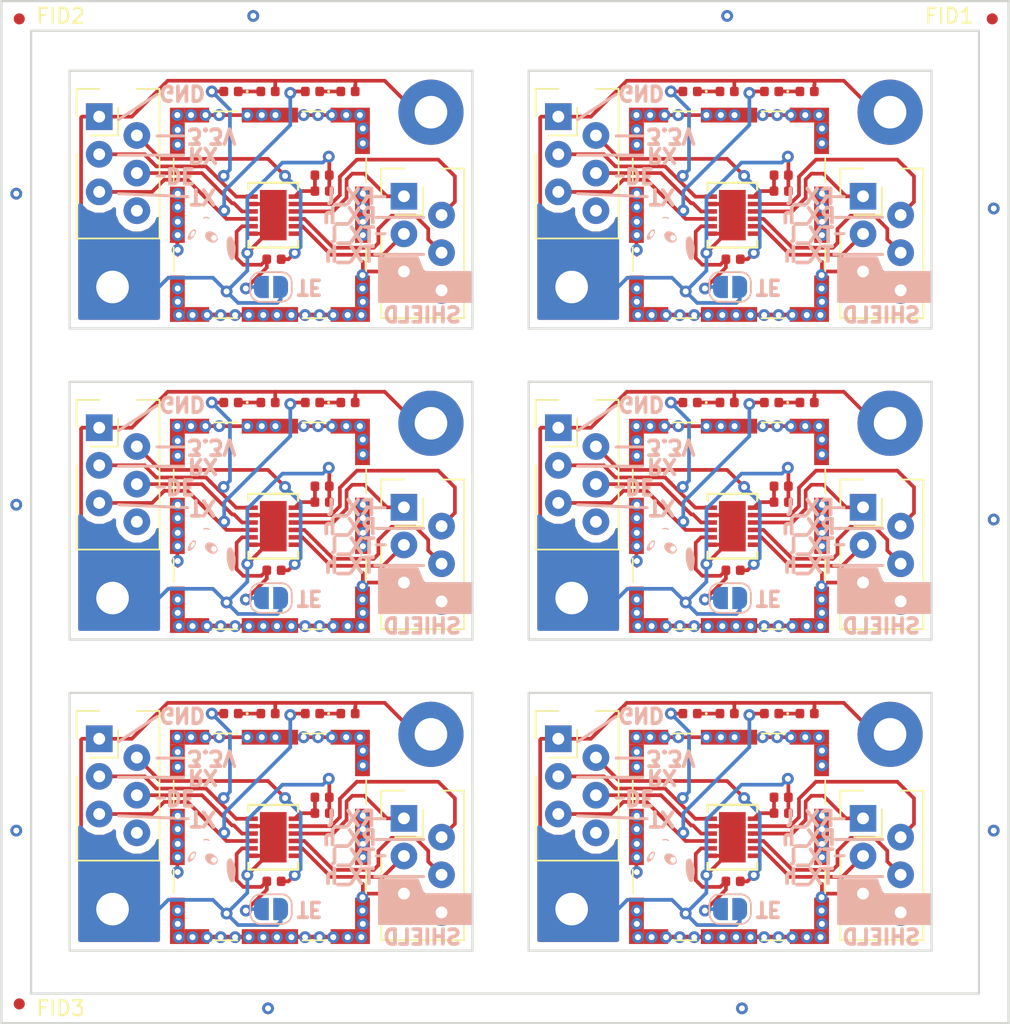
<source format=kicad_pcb>
(kicad_pcb (version 20171130) (host pcbnew 5.0.2-bee76a0~70~ubuntu18.04.1)
  (layers (0 F.Cu signal) (31 B.Cu signal) (34 B.Paste user) (35 F.Paste user) (36 B.SilkS user) (37 F.SilkS user) (38 B.Mask user) (39 F.Mask user) (44 Edge.Cuts user))
  (net 0 "")
  (net 1 +3V3)
  (net 2 GND)
  (net 3 SHIELD)
  (net 4 /RX_iso)
  (net 5 /TX_iso)
  (net 6 /DE)
  (net 7 "Net-(J2-Pad6)")
  (net 8 /l_Rx)
  (net 9 /h_Rx)
  (net 10 /l_Tx)
  (net 11 /h_Tx)
  (net 12 /term_te)
  (net 13 "Net-(U1-Pad7)")
  (net 14 "Net-(D1-Pad1)")
  (net 15 "Net-(D2-Pad1)")
  (module Fiducial:Fiducial_0.75mm_Dia_1.5mm_Outer (layer F.Cu) (at 136.2 137.7)
    (fp_text reference FID3 (at 2.8 0.3) (layer F.SilkS))
    (fp_text value Fiducial_0.75mm_Dia_1.5mm_Outer)
    (pad "" smd circle (at 0 0) (size 0.75 0.75) (layers F.Cu F.Mask) (clearance 0.375))
  )
  (module Fiducial:Fiducial_0.75mm_Dia_1.5mm_Outer (layer F.Cu) (at 136.2 71.2)
    (fp_text reference FID2 (at 2.8 -0.2) (layer F.SilkS))
    (fp_text value Fiducial_0.75mm_Dia_1.5mm_Outer)
    (pad "" smd circle (at 0 0) (size 0.75 0.75) (layers F.Cu F.Mask) (clearance 0.375))
  )
  (module RF_Shielding:Laird_Technologies_BMI-S-201-F_13.66x12.70mm (layer F.Cu) (at 184.125001 126.425001)
    (fp_text reference J1 hide)
    (fp_text value RF_Shield_Two_Pieces hide)
    (pad 1 smd rect (at 6.25 5.165) (size 1 2.13) (layers F.Cu F.Paste F.Mask) (net 3 SHIELD))
    (pad 1 smd rect (at -6.25 5.165) (size 1 2.13) (layers F.Cu F.Paste F.Mask) (net 3 SHIELD))
    (pad 1 smd rect (at 6.25 0) (size 1 3.8) (layers F.Cu F.Paste F.Mask) (net 3 SHIELD))
    (pad 1 smd rect (at -6.25 0) (size 1 3.8) (layers F.Cu F.Paste F.Mask) (net 3 SHIELD))
    (pad 1 smd rect (at 6.25 -5.165) (size 1 2.13) (layers F.Cu F.Paste F.Mask) (net 3 SHIELD))
    (pad 1 smd rect (at -6.25 -5.165) (size 1 2.13) (layers F.Cu F.Paste F.Mask) (net 3 SHIELD))
    (pad 1 smd rect (at 4.925 6.73) (size 1.65 1) (layers F.Cu F.Paste F.Mask) (net 3 SHIELD))
    (pad 1 smd rect (at 4.925 -6.73) (size 1.65 1) (layers F.Cu F.Paste F.Mask) (net 3 SHIELD))
    (pad 1 smd rect (at 0 6.73) (size 3.8 1) (layers F.Cu F.Paste F.Mask) (net 3 SHIELD))
    (pad 1 smd rect (at 0 -6.73) (size 3.8 1) (layers F.Cu F.Paste F.Mask) (net 3 SHIELD))
    (pad 1 smd rect (at -4.925 6.73) (size 1.65 1) (layers F.Cu F.Paste F.Mask) (net 3 SHIELD))
    (pad 1 smd rect (at -4.925 -6.73) (size 1.65 1) (layers F.Cu F.Paste F.Mask) (net 3 SHIELD))
    (pad 1 smd rect (at -6.25 6.73) (size 1 1) (layers F.Cu F.Paste F.Mask) (net 3 SHIELD))
    (pad 1 smd rect (at 6.25 6.73) (size 1 1) (layers F.Cu F.Paste F.Mask) (net 3 SHIELD))
    (pad 1 smd rect (at 6.25 -6.73) (size 1 1) (layers F.Cu F.Paste F.Mask) (net 3 SHIELD))
    (pad 1 smd rect (at -6.25 -6.73) (size 1 1) (layers F.Cu F.Paste F.Mask) (net 3 SHIELD))
  )
  (module RF_Shielding:Laird_Technologies_BMI-S-201-F_13.66x12.70mm (layer F.Cu) (at 153.125001 126.425001)
    (fp_text reference J1 hide)
    (fp_text value RF_Shield_Two_Pieces hide)
    (pad 1 smd rect (at 6.25 5.165) (size 1 2.13) (layers F.Cu F.Paste F.Mask) (net 3 SHIELD))
    (pad 1 smd rect (at -6.25 5.165) (size 1 2.13) (layers F.Cu F.Paste F.Mask) (net 3 SHIELD))
    (pad 1 smd rect (at 6.25 0) (size 1 3.8) (layers F.Cu F.Paste F.Mask) (net 3 SHIELD))
    (pad 1 smd rect (at -6.25 0) (size 1 3.8) (layers F.Cu F.Paste F.Mask) (net 3 SHIELD))
    (pad 1 smd rect (at 6.25 -5.165) (size 1 2.13) (layers F.Cu F.Paste F.Mask) (net 3 SHIELD))
    (pad 1 smd rect (at -6.25 -5.165) (size 1 2.13) (layers F.Cu F.Paste F.Mask) (net 3 SHIELD))
    (pad 1 smd rect (at 4.925 6.73) (size 1.65 1) (layers F.Cu F.Paste F.Mask) (net 3 SHIELD))
    (pad 1 smd rect (at 4.925 -6.73) (size 1.65 1) (layers F.Cu F.Paste F.Mask) (net 3 SHIELD))
    (pad 1 smd rect (at 0 6.73) (size 3.8 1) (layers F.Cu F.Paste F.Mask) (net 3 SHIELD))
    (pad 1 smd rect (at 0 -6.73) (size 3.8 1) (layers F.Cu F.Paste F.Mask) (net 3 SHIELD))
    (pad 1 smd rect (at -4.925 6.73) (size 1.65 1) (layers F.Cu F.Paste F.Mask) (net 3 SHIELD))
    (pad 1 smd rect (at -4.925 -6.73) (size 1.65 1) (layers F.Cu F.Paste F.Mask) (net 3 SHIELD))
    (pad 1 smd rect (at -6.25 6.73) (size 1 1) (layers F.Cu F.Paste F.Mask) (net 3 SHIELD))
    (pad 1 smd rect (at 6.25 6.73) (size 1 1) (layers F.Cu F.Paste F.Mask) (net 3 SHIELD))
    (pad 1 smd rect (at 6.25 -6.73) (size 1 1) (layers F.Cu F.Paste F.Mask) (net 3 SHIELD))
    (pad 1 smd rect (at -6.25 -6.73) (size 1 1) (layers F.Cu F.Paste F.Mask) (net 3 SHIELD))
  )
  (module RF_Shielding:Laird_Technologies_BMI-S-201-F_13.66x12.70mm (layer F.Cu) (at 184.125001 105.425001)
    (fp_text reference J1 hide)
    (fp_text value RF_Shield_Two_Pieces hide)
    (pad 1 smd rect (at 6.25 5.165) (size 1 2.13) (layers F.Cu F.Paste F.Mask) (net 3 SHIELD))
    (pad 1 smd rect (at -6.25 5.165) (size 1 2.13) (layers F.Cu F.Paste F.Mask) (net 3 SHIELD))
    (pad 1 smd rect (at 6.25 0) (size 1 3.8) (layers F.Cu F.Paste F.Mask) (net 3 SHIELD))
    (pad 1 smd rect (at -6.25 0) (size 1 3.8) (layers F.Cu F.Paste F.Mask) (net 3 SHIELD))
    (pad 1 smd rect (at 6.25 -5.165) (size 1 2.13) (layers F.Cu F.Paste F.Mask) (net 3 SHIELD))
    (pad 1 smd rect (at -6.25 -5.165) (size 1 2.13) (layers F.Cu F.Paste F.Mask) (net 3 SHIELD))
    (pad 1 smd rect (at 4.925 6.73) (size 1.65 1) (layers F.Cu F.Paste F.Mask) (net 3 SHIELD))
    (pad 1 smd rect (at 4.925 -6.73) (size 1.65 1) (layers F.Cu F.Paste F.Mask) (net 3 SHIELD))
    (pad 1 smd rect (at 0 6.73) (size 3.8 1) (layers F.Cu F.Paste F.Mask) (net 3 SHIELD))
    (pad 1 smd rect (at 0 -6.73) (size 3.8 1) (layers F.Cu F.Paste F.Mask) (net 3 SHIELD))
    (pad 1 smd rect (at -4.925 6.73) (size 1.65 1) (layers F.Cu F.Paste F.Mask) (net 3 SHIELD))
    (pad 1 smd rect (at -4.925 -6.73) (size 1.65 1) (layers F.Cu F.Paste F.Mask) (net 3 SHIELD))
    (pad 1 smd rect (at -6.25 6.73) (size 1 1) (layers F.Cu F.Paste F.Mask) (net 3 SHIELD))
    (pad 1 smd rect (at 6.25 6.73) (size 1 1) (layers F.Cu F.Paste F.Mask) (net 3 SHIELD))
    (pad 1 smd rect (at 6.25 -6.73) (size 1 1) (layers F.Cu F.Paste F.Mask) (net 3 SHIELD))
    (pad 1 smd rect (at -6.25 -6.73) (size 1 1) (layers F.Cu F.Paste F.Mask) (net 3 SHIELD))
  )
  (module RF_Shielding:Laird_Technologies_BMI-S-201-F_13.66x12.70mm (layer F.Cu) (at 153.125001 105.425001)
    (fp_text reference J1 hide)
    (fp_text value RF_Shield_Two_Pieces hide)
    (pad 1 smd rect (at 6.25 5.165) (size 1 2.13) (layers F.Cu F.Paste F.Mask) (net 3 SHIELD))
    (pad 1 smd rect (at -6.25 5.165) (size 1 2.13) (layers F.Cu F.Paste F.Mask) (net 3 SHIELD))
    (pad 1 smd rect (at 6.25 0) (size 1 3.8) (layers F.Cu F.Paste F.Mask) (net 3 SHIELD))
    (pad 1 smd rect (at -6.25 0) (size 1 3.8) (layers F.Cu F.Paste F.Mask) (net 3 SHIELD))
    (pad 1 smd rect (at 6.25 -5.165) (size 1 2.13) (layers F.Cu F.Paste F.Mask) (net 3 SHIELD))
    (pad 1 smd rect (at -6.25 -5.165) (size 1 2.13) (layers F.Cu F.Paste F.Mask) (net 3 SHIELD))
    (pad 1 smd rect (at 4.925 6.73) (size 1.65 1) (layers F.Cu F.Paste F.Mask) (net 3 SHIELD))
    (pad 1 smd rect (at 4.925 -6.73) (size 1.65 1) (layers F.Cu F.Paste F.Mask) (net 3 SHIELD))
    (pad 1 smd rect (at 0 6.73) (size 3.8 1) (layers F.Cu F.Paste F.Mask) (net 3 SHIELD))
    (pad 1 smd rect (at 0 -6.73) (size 3.8 1) (layers F.Cu F.Paste F.Mask) (net 3 SHIELD))
    (pad 1 smd rect (at -4.925 6.73) (size 1.65 1) (layers F.Cu F.Paste F.Mask) (net 3 SHIELD))
    (pad 1 smd rect (at -4.925 -6.73) (size 1.65 1) (layers F.Cu F.Paste F.Mask) (net 3 SHIELD))
    (pad 1 smd rect (at -6.25 6.73) (size 1 1) (layers F.Cu F.Paste F.Mask) (net 3 SHIELD))
    (pad 1 smd rect (at 6.25 6.73) (size 1 1) (layers F.Cu F.Paste F.Mask) (net 3 SHIELD))
    (pad 1 smd rect (at 6.25 -6.73) (size 1 1) (layers F.Cu F.Paste F.Mask) (net 3 SHIELD))
    (pad 1 smd rect (at -6.25 -6.73) (size 1 1) (layers F.Cu F.Paste F.Mask) (net 3 SHIELD))
  )
  (module RF_Shielding:Laird_Technologies_BMI-S-201-F_13.66x12.70mm (layer F.Cu) (at 184.125001 84.425001)
    (fp_text reference J1 hide)
    (fp_text value RF_Shield_Two_Pieces hide)
    (pad 1 smd rect (at 6.25 5.165) (size 1 2.13) (layers F.Cu F.Paste F.Mask) (net 3 SHIELD))
    (pad 1 smd rect (at -6.25 5.165) (size 1 2.13) (layers F.Cu F.Paste F.Mask) (net 3 SHIELD))
    (pad 1 smd rect (at 6.25 0) (size 1 3.8) (layers F.Cu F.Paste F.Mask) (net 3 SHIELD))
    (pad 1 smd rect (at -6.25 0) (size 1 3.8) (layers F.Cu F.Paste F.Mask) (net 3 SHIELD))
    (pad 1 smd rect (at 6.25 -5.165) (size 1 2.13) (layers F.Cu F.Paste F.Mask) (net 3 SHIELD))
    (pad 1 smd rect (at -6.25 -5.165) (size 1 2.13) (layers F.Cu F.Paste F.Mask) (net 3 SHIELD))
    (pad 1 smd rect (at 4.925 6.73) (size 1.65 1) (layers F.Cu F.Paste F.Mask) (net 3 SHIELD))
    (pad 1 smd rect (at 4.925 -6.73) (size 1.65 1) (layers F.Cu F.Paste F.Mask) (net 3 SHIELD))
    (pad 1 smd rect (at 0 6.73) (size 3.8 1) (layers F.Cu F.Paste F.Mask) (net 3 SHIELD))
    (pad 1 smd rect (at 0 -6.73) (size 3.8 1) (layers F.Cu F.Paste F.Mask) (net 3 SHIELD))
    (pad 1 smd rect (at -4.925 6.73) (size 1.65 1) (layers F.Cu F.Paste F.Mask) (net 3 SHIELD))
    (pad 1 smd rect (at -4.925 -6.73) (size 1.65 1) (layers F.Cu F.Paste F.Mask) (net 3 SHIELD))
    (pad 1 smd rect (at -6.25 6.73) (size 1 1) (layers F.Cu F.Paste F.Mask) (net 3 SHIELD))
    (pad 1 smd rect (at 6.25 6.73) (size 1 1) (layers F.Cu F.Paste F.Mask) (net 3 SHIELD))
    (pad 1 smd rect (at 6.25 -6.73) (size 1 1) (layers F.Cu F.Paste F.Mask) (net 3 SHIELD))
    (pad 1 smd rect (at -6.25 -6.73) (size 1 1) (layers F.Cu F.Paste F.Mask) (net 3 SHIELD))
  )
  (module Capacitor_SMD:C_0402_1005Metric (layer F.Cu) (at 187.65 123.75)
    (fp_text reference C1 hide)
    (fp_text value 0.1uF)
    (pad 2 smd roundrect (at 0.485 0) (size 0.59 0.64) (layers F.Cu F.Paste F.Mask) (net 2 GND))
    (pad 1 smd roundrect (at -0.485 0) (size 0.59 0.64) (layers F.Cu F.Paste F.Mask) (net 1 +3V3))
  )
  (module Capacitor_SMD:C_0402_1005Metric (layer F.Cu) (at 156.65 123.75)
    (fp_text reference C1 hide)
    (fp_text value 0.1uF)
    (pad 2 smd roundrect (at 0.485 0) (size 0.59 0.64) (layers F.Cu F.Paste F.Mask) (net 2 GND))
    (pad 1 smd roundrect (at -0.485 0) (size 0.59 0.64) (layers F.Cu F.Paste F.Mask) (net 1 +3V3))
  )
  (module Capacitor_SMD:C_0402_1005Metric (layer F.Cu) (at 187.65 102.75)
    (fp_text reference C1 hide)
    (fp_text value 0.1uF)
    (pad 2 smd roundrect (at 0.485 0) (size 0.59 0.64) (layers F.Cu F.Paste F.Mask) (net 2 GND))
    (pad 1 smd roundrect (at -0.485 0) (size 0.59 0.64) (layers F.Cu F.Paste F.Mask) (net 1 +3V3))
  )
  (module Capacitor_SMD:C_0402_1005Metric (layer F.Cu) (at 156.65 102.75)
    (fp_text reference C1 hide)
    (fp_text value 0.1uF)
    (pad 2 smd roundrect (at 0.485 0) (size 0.59 0.64) (layers F.Cu F.Paste F.Mask) (net 2 GND))
    (pad 1 smd roundrect (at -0.485 0) (size 0.59 0.64) (layers F.Cu F.Paste F.Mask) (net 1 +3V3))
  )
  (module Capacitor_SMD:C_0402_1005Metric (layer F.Cu) (at 187.65 81.75)
    (fp_text reference C1 hide)
    (fp_text value 0.1uF)
    (pad 2 smd roundrect (at 0.485 0) (size 0.59 0.64) (layers F.Cu F.Paste F.Mask) (net 2 GND))
    (pad 1 smd roundrect (at -0.485 0) (size 0.59 0.64) (layers F.Cu F.Paste F.Mask) (net 1 +3V3))
  )
  (module MountingHole:MountingHole_2.2mm_M2_Pad (layer F.Cu) (at 195 119.5)
    (fp_text reference H2 hide)
    (fp_text value MountingHole_Pad hide)
    (pad 1 thru_hole circle (at 0 0) (size 4.4 4.4) (drill 2.2) (layers *.Cu *.Mask) (net 2 GND))
  )
  (module MountingHole:MountingHole_2.2mm_M2_Pad (layer F.Cu) (at 164 119.5)
    (fp_text reference H2 hide)
    (fp_text value MountingHole_Pad hide)
    (pad 1 thru_hole circle (at 0 0) (size 4.4 4.4) (drill 2.2) (layers *.Cu *.Mask) (net 2 GND))
  )
  (module MountingHole:MountingHole_2.2mm_M2_Pad (layer F.Cu) (at 195 98.5)
    (fp_text reference H2 hide)
    (fp_text value MountingHole_Pad hide)
    (pad 1 thru_hole circle (at 0 0) (size 4.4 4.4) (drill 2.2) (layers *.Cu *.Mask) (net 2 GND))
  )
  (module MountingHole:MountingHole_2.2mm_M2_Pad (layer F.Cu) (at 164 98.5)
    (fp_text reference H2 hide)
    (fp_text value MountingHole_Pad hide)
    (pad 1 thru_hole circle (at 0 0) (size 4.4 4.4) (drill 2.2) (layers *.Cu *.Mask) (net 2 GND))
  )
  (module MountingHole:MountingHole_2.2mm_M2_Pad (layer F.Cu) (at 195 77.5)
    (fp_text reference H2 hide)
    (fp_text value MountingHole_Pad hide)
    (pad 1 thru_hole circle (at 0 0) (size 4.4 4.4) (drill 2.2) (layers *.Cu *.Mask) (net 2 GND))
  )
  (module Jumper:SolderJumper-2_P1.3mm_Open_RoundedPad1.0x1.5mm (layer B.Cu) (at 184.2 131.3)
    (fp_text reference JP1 hide)
    (fp_text value SolderJumper_2_Open hide)
    (pad 2 smd custom (at 0.65 0) (size 1 0.5) (layers B.Cu B.Mask) (net 2 GND) (options (clearance outline) (anchor rect)) (primitives (gr_circle (center 0 -0.25) (end 0.5 -0.25) (width 0)) (gr_circle (center 0 0.25) (end 0.5 0.25) (width 0)) (gr_poly (pts (xy 0 0.75) (xy -0.5 0.75) (xy -0.5 -0.75) (xy 0 -0.75)) (width 0))))
    (pad 1 smd custom (at -0.65 0) (size 1 0.5) (layers B.Cu B.Mask) (net 12 /term_te) (options (clearance outline) (anchor rect)) (primitives (gr_circle (center 0 -0.25) (end 0.5 -0.25) (width 0)) (gr_circle (center 0 0.25) (end 0.5 0.25) (width 0)) (gr_poly (pts (xy 0 0.75) (xy 0.5 0.75) (xy 0.5 -0.75) (xy 0 -0.75)) (width 0))))
  )
  (module Jumper:SolderJumper-2_P1.3mm_Open_RoundedPad1.0x1.5mm (layer B.Cu) (at 153.2 131.3)
    (fp_text reference JP1 hide)
    (fp_text value SolderJumper_2_Open hide)
    (pad 2 smd custom (at 0.65 0) (size 1 0.5) (layers B.Cu B.Mask) (net 2 GND) (options (clearance outline) (anchor rect)) (primitives (gr_circle (center 0 -0.25) (end 0.5 -0.25) (width 0)) (gr_circle (center 0 0.25) (end 0.5 0.25) (width 0)) (gr_poly (pts (xy 0 0.75) (xy -0.5 0.75) (xy -0.5 -0.75) (xy 0 -0.75)) (width 0))))
    (pad 1 smd custom (at -0.65 0) (size 1 0.5) (layers B.Cu B.Mask) (net 12 /term_te) (options (clearance outline) (anchor rect)) (primitives (gr_circle (center 0 -0.25) (end 0.5 -0.25) (width 0)) (gr_circle (center 0 0.25) (end 0.5 0.25) (width 0)) (gr_poly (pts (xy 0 0.75) (xy 0.5 0.75) (xy 0.5 -0.75) (xy 0 -0.75)) (width 0))))
  )
  (module Jumper:SolderJumper-2_P1.3mm_Open_RoundedPad1.0x1.5mm (layer B.Cu) (at 184.2 110.3)
    (fp_text reference JP1 hide)
    (fp_text value SolderJumper_2_Open hide)
    (pad 2 smd custom (at 0.65 0) (size 1 0.5) (layers B.Cu B.Mask) (net 2 GND) (options (clearance outline) (anchor rect)) (primitives (gr_circle (center 0 -0.25) (end 0.5 -0.25) (width 0)) (gr_circle (center 0 0.25) (end 0.5 0.25) (width 0)) (gr_poly (pts (xy 0 0.75) (xy -0.5 0.75) (xy -0.5 -0.75) (xy 0 -0.75)) (width 0))))
    (pad 1 smd custom (at -0.65 0) (size 1 0.5) (layers B.Cu B.Mask) (net 12 /term_te) (options (clearance outline) (anchor rect)) (primitives (gr_circle (center 0 -0.25) (end 0.5 -0.25) (width 0)) (gr_circle (center 0 0.25) (end 0.5 0.25) (width 0)) (gr_poly (pts (xy 0 0.75) (xy 0.5 0.75) (xy 0.5 -0.75) (xy 0 -0.75)) (width 0))))
  )
  (module Jumper:SolderJumper-2_P1.3mm_Open_RoundedPad1.0x1.5mm (layer B.Cu) (at 153.2 110.3)
    (fp_text reference JP1 hide)
    (fp_text value SolderJumper_2_Open hide)
    (pad 2 smd custom (at 0.65 0) (size 1 0.5) (layers B.Cu B.Mask) (net 2 GND) (options (clearance outline) (anchor rect)) (primitives (gr_circle (center 0 -0.25) (end 0.5 -0.25) (width 0)) (gr_circle (center 0 0.25) (end 0.5 0.25) (width 0)) (gr_poly (pts (xy 0 0.75) (xy -0.5 0.75) (xy -0.5 -0.75) (xy 0 -0.75)) (width 0))))
    (pad 1 smd custom (at -0.65 0) (size 1 0.5) (layers B.Cu B.Mask) (net 12 /term_te) (options (clearance outline) (anchor rect)) (primitives (gr_circle (center 0 -0.25) (end 0.5 -0.25) (width 0)) (gr_circle (center 0 0.25) (end 0.5 0.25) (width 0)) (gr_poly (pts (xy 0 0.75) (xy 0.5 0.75) (xy 0.5 -0.75) (xy 0 -0.75)) (width 0))))
  )
  (module Jumper:SolderJumper-2_P1.3mm_Open_RoundedPad1.0x1.5mm (layer B.Cu) (at 184.2 89.3)
    (fp_text reference JP1 hide)
    (fp_text value SolderJumper_2_Open hide)
    (pad 2 smd custom (at 0.65 0) (size 1 0.5) (layers B.Cu B.Mask) (net 2 GND) (options (clearance outline) (anchor rect)) (primitives (gr_circle (center 0 -0.25) (end 0.5 -0.25) (width 0)) (gr_circle (center 0 0.25) (end 0.5 0.25) (width 0)) (gr_poly (pts (xy 0 0.75) (xy -0.5 0.75) (xy -0.5 -0.75) (xy 0 -0.75)) (width 0))))
    (pad 1 smd custom (at -0.65 0) (size 1 0.5) (layers B.Cu B.Mask) (net 12 /term_te) (options (clearance outline) (anchor rect)) (primitives (gr_circle (center 0 -0.25) (end 0.5 -0.25) (width 0)) (gr_circle (center 0 0.25) (end 0.5 0.25) (width 0)) (gr_poly (pts (xy 0 0.75) (xy 0.5 0.75) (xy 0.5 -0.75) (xy 0 -0.75)) (width 0))))
  )
  (module Resistor_SMD:R_0402_1005Metric (layer F.Cu) (at 189.4 118.1 180)
    (fp_text reference R2 hide)
    (fp_text value 1k)
    (pad 2 smd roundrect (at 0.485 0 180) (size 0.59 0.64) (layers F.Cu F.Paste F.Mask) (net 14 "Net-(D1-Pad1)"))
    (pad 1 smd roundrect (at -0.485 0 180) (size 0.59 0.64) (layers F.Cu F.Paste F.Mask) (net 2 GND))
  )
  (module Resistor_SMD:R_0402_1005Metric (layer F.Cu) (at 158.4 118.1 180)
    (fp_text reference R2 hide)
    (fp_text value 1k)
    (pad 2 smd roundrect (at 0.485 0 180) (size 0.59 0.64) (layers F.Cu F.Paste F.Mask) (net 14 "Net-(D1-Pad1)"))
    (pad 1 smd roundrect (at -0.485 0 180) (size 0.59 0.64) (layers F.Cu F.Paste F.Mask) (net 2 GND))
  )
  (module Resistor_SMD:R_0402_1005Metric (layer F.Cu) (at 189.4 97.1 180)
    (fp_text reference R2 hide)
    (fp_text value 1k)
    (pad 2 smd roundrect (at 0.485 0 180) (size 0.59 0.64) (layers F.Cu F.Paste F.Mask) (net 14 "Net-(D1-Pad1)"))
    (pad 1 smd roundrect (at -0.485 0 180) (size 0.59 0.64) (layers F.Cu F.Paste F.Mask) (net 2 GND))
  )
  (module Resistor_SMD:R_0402_1005Metric (layer F.Cu) (at 158.4 97.1 180)
    (fp_text reference R2 hide)
    (fp_text value 1k)
    (pad 2 smd roundrect (at 0.485 0 180) (size 0.59 0.64) (layers F.Cu F.Paste F.Mask) (net 14 "Net-(D1-Pad1)"))
    (pad 1 smd roundrect (at -0.485 0 180) (size 0.59 0.64) (layers F.Cu F.Paste F.Mask) (net 2 GND))
  )
  (module Resistor_SMD:R_0402_1005Metric (layer F.Cu) (at 189.4 76.1 180)
    (fp_text reference R2 hide)
    (fp_text value 1k)
    (pad 2 smd roundrect (at 0.485 0 180) (size 0.59 0.64) (layers F.Cu F.Paste F.Mask) (net 14 "Net-(D1-Pad1)"))
    (pad 1 smd roundrect (at -0.485 0 180) (size 0.59 0.64) (layers F.Cu F.Paste F.Mask) (net 2 GND))
  )
  (module MountingHole:MountingHole_2.2mm_M2_Pad (layer F.Cu) (at 173.5 131.3)
    (fp_text reference H1 hide)
    (fp_text value MountingHole_Pad hide)
    (pad 1 thru_hole circle (at 0 0) (size 4.4 4.4) (drill 2.2) (layers *.Cu *.Mask) (net 2 GND))
  )
  (module MountingHole:MountingHole_2.2mm_M2_Pad (layer F.Cu) (at 142.5 131.3)
    (fp_text reference H1 hide)
    (fp_text value MountingHole_Pad hide)
    (pad 1 thru_hole circle (at 0 0) (size 4.4 4.4) (drill 2.2) (layers *.Cu *.Mask) (net 2 GND))
  )
  (module MountingHole:MountingHole_2.2mm_M2_Pad (layer F.Cu) (at 173.5 110.3)
    (fp_text reference H1 hide)
    (fp_text value MountingHole_Pad hide)
    (pad 1 thru_hole circle (at 0 0) (size 4.4 4.4) (drill 2.2) (layers *.Cu *.Mask) (net 2 GND))
  )
  (module MountingHole:MountingHole_2.2mm_M2_Pad (layer F.Cu) (at 142.5 110.3)
    (fp_text reference H1 hide)
    (fp_text value MountingHole_Pad hide)
    (pad 1 thru_hole circle (at 0 0) (size 4.4 4.4) (drill 2.2) (layers *.Cu *.Mask) (net 2 GND))
  )
  (module MountingHole:MountingHole_2.2mm_M2_Pad (layer F.Cu) (at 173.5 89.3)
    (fp_text reference H1 hide)
    (fp_text value MountingHole_Pad hide)
    (pad 1 thru_hole circle (at 0 0) (size 4.4 4.4) (drill 2.2) (layers *.Cu *.Mask) (net 2 GND))
  )
  (module custom_lib:R1_eyes_mask_5.5mm (layer B.Cu) (at 179.404396 128.705664)
    (fp_text reference H4 hide)
    (fp_text value eyes hide)
  )
  (module custom_lib:R1_eyes_mask_5.5mm (layer B.Cu) (at 148.404396 128.705664)
    (fp_text reference H4 hide)
    (fp_text value eyes hide)
  )
  (module custom_lib:R1_eyes_mask_5.5mm (layer B.Cu) (at 179.404396 107.705664)
    (fp_text reference H4 hide)
    (fp_text value eyes hide)
  )
  (module custom_lib:R1_eyes_mask_5.5mm (layer B.Cu) (at 148.404396 107.705664)
    (fp_text reference H4 hide)
    (fp_text value eyes hide)
  )
  (module custom_lib:R1_eyes_mask_5.5mm (layer B.Cu) (at 179.404396 86.705664)
    (fp_text reference H4 hide)
    (fp_text value eyes hide)
  )
  (module custom_lib:ltc2855 (layer F.Cu) (at 184.35 126.45)
    (fp_text reference U1 hide)
    (fp_text value LTC2855CDEPBF hide)
    (pad 13 smd rect (at 0 0) (size 1.8034 3.4036) (layers F.Cu F.Paste F.Mask) (net 2 GND))
    (pad 12 smd rect (at 1.4478 -1.25) (size 0.8128 0.3048) (layers F.Cu F.Paste F.Mask) (net 1 +3V3))
    (pad 11 smd rect (at 1.4478 -0.75) (size 0.8128 0.3048) (layers F.Cu F.Paste F.Mask) (net 9 /h_Rx))
    (pad 10 smd rect (at 1.4478 -0.25) (size 0.8128 0.3048) (layers F.Cu F.Paste F.Mask) (net 8 /l_Rx))
    (pad 9 smd rect (at 1.4478 0.25) (size 0.8128 0.3048) (layers F.Cu F.Paste F.Mask) (net 11 /h_Tx))
    (pad 8 smd rect (at 1.4478 0.75) (size 0.8128 0.3048) (layers F.Cu F.Paste F.Mask) (net 10 /l_Tx))
    (pad 7 smd rect (at 1.4478 1.25) (size 0.8128 0.3048) (layers F.Cu F.Paste F.Mask) (net 13 "Net-(U1-Pad7)"))
    (pad 6 smd rect (at -1.4478 1.25) (size 0.8128 0.3048) (layers F.Cu F.Paste F.Mask) (net 2 GND))
    (pad 5 smd rect (at -1.4478 0.75) (size 0.8128 0.3048) (layers F.Cu F.Paste F.Mask) (net 12 /term_te))
    (pad 4 smd rect (at -1.4478 0.25) (size 0.8128 0.3048) (layers F.Cu F.Paste F.Mask) (net 5 /TX_iso))
    (pad 3 smd rect (at -1.4478 -0.25) (size 0.8128 0.3048) (layers F.Cu F.Paste F.Mask) (net 6 /DE))
    (pad 2 smd rect (at -1.4478 -0.75) (size 0.8128 0.3048) (layers F.Cu F.Paste F.Mask) (net 2 GND))
    (pad 1 smd rect (at -1.4478 -1.25) (size 0.8128 0.3048) (layers F.Cu F.Paste F.Mask) (net 4 /RX_iso))
  )
  (module custom_lib:ltc2855 (layer F.Cu) (at 153.35 126.45)
    (fp_text reference U1 hide)
    (fp_text value LTC2855CDEPBF hide)
    (pad 13 smd rect (at 0 0) (size 1.8034 3.4036) (layers F.Cu F.Paste F.Mask) (net 2 GND))
    (pad 12 smd rect (at 1.4478 -1.25) (size 0.8128 0.3048) (layers F.Cu F.Paste F.Mask) (net 1 +3V3))
    (pad 11 smd rect (at 1.4478 -0.75) (size 0.8128 0.3048) (layers F.Cu F.Paste F.Mask) (net 9 /h_Rx))
    (pad 10 smd rect (at 1.4478 -0.25) (size 0.8128 0.3048) (layers F.Cu F.Paste F.Mask) (net 8 /l_Rx))
    (pad 9 smd rect (at 1.4478 0.25) (size 0.8128 0.3048) (layers F.Cu F.Paste F.Mask) (net 11 /h_Tx))
    (pad 8 smd rect (at 1.4478 0.75) (size 0.8128 0.3048) (layers F.Cu F.Paste F.Mask) (net 10 /l_Tx))
    (pad 7 smd rect (at 1.4478 1.25) (size 0.8128 0.3048) (layers F.Cu F.Paste F.Mask) (net 13 "Net-(U1-Pad7)"))
    (pad 6 smd rect (at -1.4478 1.25) (size 0.8128 0.3048) (layers F.Cu F.Paste F.Mask) (net 2 GND))
    (pad 5 smd rect (at -1.4478 0.75) (size 0.8128 0.3048) (layers F.Cu F.Paste F.Mask) (net 12 /term_te))
    (pad 4 smd rect (at -1.4478 0.25) (size 0.8128 0.3048) (layers F.Cu F.Paste F.Mask) (net 5 /TX_iso))
    (pad 3 smd rect (at -1.4478 -0.25) (size 0.8128 0.3048) (layers F.Cu F.Paste F.Mask) (net 6 /DE))
    (pad 2 smd rect (at -1.4478 -0.75) (size 0.8128 0.3048) (layers F.Cu F.Paste F.Mask) (net 2 GND))
    (pad 1 smd rect (at -1.4478 -1.25) (size 0.8128 0.3048) (layers F.Cu F.Paste F.Mask) (net 4 /RX_iso))
  )
  (module custom_lib:ltc2855 (layer F.Cu) (at 184.35 105.45)
    (fp_text reference U1 hide)
    (fp_text value LTC2855CDEPBF hide)
    (pad 13 smd rect (at 0 0) (size 1.8034 3.4036) (layers F.Cu F.Paste F.Mask) (net 2 GND))
    (pad 12 smd rect (at 1.4478 -1.25) (size 0.8128 0.3048) (layers F.Cu F.Paste F.Mask) (net 1 +3V3))
    (pad 11 smd rect (at 1.4478 -0.75) (size 0.8128 0.3048) (layers F.Cu F.Paste F.Mask) (net 9 /h_Rx))
    (pad 10 smd rect (at 1.4478 -0.25) (size 0.8128 0.3048) (layers F.Cu F.Paste F.Mask) (net 8 /l_Rx))
    (pad 9 smd rect (at 1.4478 0.25) (size 0.8128 0.3048) (layers F.Cu F.Paste F.Mask) (net 11 /h_Tx))
    (pad 8 smd rect (at 1.4478 0.75) (size 0.8128 0.3048) (layers F.Cu F.Paste F.Mask) (net 10 /l_Tx))
    (pad 7 smd rect (at 1.4478 1.25) (size 0.8128 0.3048) (layers F.Cu F.Paste F.Mask) (net 13 "Net-(U1-Pad7)"))
    (pad 6 smd rect (at -1.4478 1.25) (size 0.8128 0.3048) (layers F.Cu F.Paste F.Mask) (net 2 GND))
    (pad 5 smd rect (at -1.4478 0.75) (size 0.8128 0.3048) (layers F.Cu F.Paste F.Mask) (net 12 /term_te))
    (pad 4 smd rect (at -1.4478 0.25) (size 0.8128 0.3048) (layers F.Cu F.Paste F.Mask) (net 5 /TX_iso))
    (pad 3 smd rect (at -1.4478 -0.25) (size 0.8128 0.3048) (layers F.Cu F.Paste F.Mask) (net 6 /DE))
    (pad 2 smd rect (at -1.4478 -0.75) (size 0.8128 0.3048) (layers F.Cu F.Paste F.Mask) (net 2 GND))
    (pad 1 smd rect (at -1.4478 -1.25) (size 0.8128 0.3048) (layers F.Cu F.Paste F.Mask) (net 4 /RX_iso))
  )
  (module custom_lib:ltc2855 (layer F.Cu) (at 153.35 105.45)
    (fp_text reference U1 hide)
    (fp_text value LTC2855CDEPBF hide)
    (pad 13 smd rect (at 0 0) (size 1.8034 3.4036) (layers F.Cu F.Paste F.Mask) (net 2 GND))
    (pad 12 smd rect (at 1.4478 -1.25) (size 0.8128 0.3048) (layers F.Cu F.Paste F.Mask) (net 1 +3V3))
    (pad 11 smd rect (at 1.4478 -0.75) (size 0.8128 0.3048) (layers F.Cu F.Paste F.Mask) (net 9 /h_Rx))
    (pad 10 smd rect (at 1.4478 -0.25) (size 0.8128 0.3048) (layers F.Cu F.Paste F.Mask) (net 8 /l_Rx))
    (pad 9 smd rect (at 1.4478 0.25) (size 0.8128 0.3048) (layers F.Cu F.Paste F.Mask) (net 11 /h_Tx))
    (pad 8 smd rect (at 1.4478 0.75) (size 0.8128 0.3048) (layers F.Cu F.Paste F.Mask) (net 10 /l_Tx))
    (pad 7 smd rect (at 1.4478 1.25) (size 0.8128 0.3048) (layers F.Cu F.Paste F.Mask) (net 13 "Net-(U1-Pad7)"))
    (pad 6 smd rect (at -1.4478 1.25) (size 0.8128 0.3048) (layers F.Cu F.Paste F.Mask) (net 2 GND))
    (pad 5 smd rect (at -1.4478 0.75) (size 0.8128 0.3048) (layers F.Cu F.Paste F.Mask) (net 12 /term_te))
    (pad 4 smd rect (at -1.4478 0.25) (size 0.8128 0.3048) (layers F.Cu F.Paste F.Mask) (net 5 /TX_iso))
    (pad 3 smd rect (at -1.4478 -0.25) (size 0.8128 0.3048) (layers F.Cu F.Paste F.Mask) (net 6 /DE))
    (pad 2 smd rect (at -1.4478 -0.75) (size 0.8128 0.3048) (layers F.Cu F.Paste F.Mask) (net 2 GND))
    (pad 1 smd rect (at -1.4478 -1.25) (size 0.8128 0.3048) (layers F.Cu F.Paste F.Mask) (net 4 /RX_iso))
  )
  (module custom_lib:ltc2855 (layer F.Cu) (at 184.35 84.45)
    (fp_text reference U1 hide)
    (fp_text value LTC2855CDEPBF hide)
    (pad 13 smd rect (at 0 0) (size 1.8034 3.4036) (layers F.Cu F.Paste F.Mask) (net 2 GND))
    (pad 12 smd rect (at 1.4478 -1.25) (size 0.8128 0.3048) (layers F.Cu F.Paste F.Mask) (net 1 +3V3))
    (pad 11 smd rect (at 1.4478 -0.75) (size 0.8128 0.3048) (layers F.Cu F.Paste F.Mask) (net 9 /h_Rx))
    (pad 10 smd rect (at 1.4478 -0.25) (size 0.8128 0.3048) (layers F.Cu F.Paste F.Mask) (net 8 /l_Rx))
    (pad 9 smd rect (at 1.4478 0.25) (size 0.8128 0.3048) (layers F.Cu F.Paste F.Mask) (net 11 /h_Tx))
    (pad 8 smd rect (at 1.4478 0.75) (size 0.8128 0.3048) (layers F.Cu F.Paste F.Mask) (net 10 /l_Tx))
    (pad 7 smd rect (at 1.4478 1.25) (size 0.8128 0.3048) (layers F.Cu F.Paste F.Mask) (net 13 "Net-(U1-Pad7)"))
    (pad 6 smd rect (at -1.4478 1.25) (size 0.8128 0.3048) (layers F.Cu F.Paste F.Mask) (net 2 GND))
    (pad 5 smd rect (at -1.4478 0.75) (size 0.8128 0.3048) (layers F.Cu F.Paste F.Mask) (net 12 /term_te))
    (pad 4 smd rect (at -1.4478 0.25) (size 0.8128 0.3048) (layers F.Cu F.Paste F.Mask) (net 5 /TX_iso))
    (pad 3 smd rect (at -1.4478 -0.25) (size 0.8128 0.3048) (layers F.Cu F.Paste F.Mask) (net 6 /DE))
    (pad 2 smd rect (at -1.4478 -0.75) (size 0.8128 0.3048) (layers F.Cu F.Paste F.Mask) (net 2 GND))
    (pad 1 smd rect (at -1.4478 -1.25) (size 0.8128 0.3048) (layers F.Cu F.Paste F.Mask) (net 4 /RX_iso))
  )
  (module custom_lib:R1_ear_silk_5.5mm (layer B.Cu) (at 179.404396 128.705664)
    (fp_text reference H3 hide)
    (fp_text value ears hide)
  )
  (module custom_lib:R1_ear_silk_5.5mm (layer B.Cu) (at 148.404396 128.705664)
    (fp_text reference H3 hide)
    (fp_text value ears hide)
  )
  (module custom_lib:R1_ear_silk_5.5mm (layer B.Cu) (at 179.404396 107.705664)
    (fp_text reference H3 hide)
    (fp_text value ears hide)
  )
  (module custom_lib:R1_ear_silk_5.5mm (layer B.Cu) (at 148.404396 107.705664)
    (fp_text reference H3 hide)
    (fp_text value ears hide)
  )
  (module custom_lib:R1_ear_silk_5.5mm (layer B.Cu) (at 179.404396 86.705664)
    (fp_text reference H3 hide)
    (fp_text value ears hide)
  )
  (module Resistor_SMD:R_0402_1005Metric (layer F.Cu) (at 184 118.1 180)
    (fp_text reference R3 hide)
    (fp_text value 1k)
    (pad 1 smd roundrect (at -0.485 0 180) (size 0.59 0.64) (layers F.Cu F.Paste F.Mask) (net 2 GND))
    (pad 2 smd roundrect (at 0.485 0 180) (size 0.59 0.64) (layers F.Cu F.Paste F.Mask) (net 15 "Net-(D2-Pad1)"))
  )
  (module Resistor_SMD:R_0402_1005Metric (layer F.Cu) (at 153 118.1 180)
    (fp_text reference R3 hide)
    (fp_text value 1k)
    (pad 1 smd roundrect (at -0.485 0 180) (size 0.59 0.64) (layers F.Cu F.Paste F.Mask) (net 2 GND))
    (pad 2 smd roundrect (at 0.485 0 180) (size 0.59 0.64) (layers F.Cu F.Paste F.Mask) (net 15 "Net-(D2-Pad1)"))
  )
  (module Resistor_SMD:R_0402_1005Metric (layer F.Cu) (at 184 97.1 180)
    (fp_text reference R3 hide)
    (fp_text value 1k)
    (pad 1 smd roundrect (at -0.485 0 180) (size 0.59 0.64) (layers F.Cu F.Paste F.Mask) (net 2 GND))
    (pad 2 smd roundrect (at 0.485 0 180) (size 0.59 0.64) (layers F.Cu F.Paste F.Mask) (net 15 "Net-(D2-Pad1)"))
  )
  (module Resistor_SMD:R_0402_1005Metric (layer F.Cu) (at 153 97.1 180)
    (fp_text reference R3 hide)
    (fp_text value 1k)
    (pad 1 smd roundrect (at -0.485 0 180) (size 0.59 0.64) (layers F.Cu F.Paste F.Mask) (net 2 GND))
    (pad 2 smd roundrect (at 0.485 0 180) (size 0.59 0.64) (layers F.Cu F.Paste F.Mask) (net 15 "Net-(D2-Pad1)"))
  )
  (module Resistor_SMD:R_0402_1005Metric (layer F.Cu) (at 184 76.1 180)
    (fp_text reference R3 hide)
    (fp_text value 1k)
    (pad 1 smd roundrect (at -0.485 0 180) (size 0.59 0.64) (layers F.Cu F.Paste F.Mask) (net 2 GND))
    (pad 2 smd roundrect (at 0.485 0 180) (size 0.59 0.64) (layers F.Cu F.Paste F.Mask) (net 15 "Net-(D2-Pad1)"))
  )
  (module custom_lib:TE-Connectivity_Micro-Match_connector_02x03_Pitch_1.27mm (layer F.Cu) (at 193.175 125.175)
    (fp_text reference J3 hide)
    (fp_text value diff_uart hide)
    (pad "" np_thru_hole circle (at 1.8 -1.4) (size 1.5001 1.5001) (drill 1.5001) (layers *.Cu *.Mask))
    (pad 4 thru_hole circle (at 2.54 3.81) (size 1.8 1.8) (drill 0.8001) (layers *.Cu *.Mask) (net 11 /h_Tx))
    (pad 3 thru_hole circle (at 0 2.54) (size 1.8 1.8) (drill 0.8001) (layers *.Cu *.Mask) (net 10 /l_Tx))
    (pad 2 thru_hole circle (at 2.54 1.27) (size 1.8 1.8) (drill 0.8001) (layers *.Cu *.Mask) (net 9 /h_Rx))
    (pad 1 thru_hole rect (at 0 0) (size 1.8 1.8) (drill 0.8001) (layers *.Cu *.Mask) (net 8 /l_Rx))
    (pad 5 thru_hole circle (at 0 5.08) (size 1.8 1.8) (drill 0.8001) (layers *.Cu *.Mask) (net 3 SHIELD))
    (pad 6 thru_hole circle (at 2.54 6.35) (size 1.8 1.8) (drill 0.8001) (layers *.Cu *.Mask) (net 3 SHIELD))
  )
  (module custom_lib:TE-Connectivity_Micro-Match_connector_02x03_Pitch_1.27mm (layer F.Cu) (at 162.175 125.175)
    (fp_text reference J3 hide)
    (fp_text value diff_uart hide)
    (pad "" np_thru_hole circle (at 1.8 -1.4) (size 1.5001 1.5001) (drill 1.5001) (layers *.Cu *.Mask))
    (pad 4 thru_hole circle (at 2.54 3.81) (size 1.8 1.8) (drill 0.8001) (layers *.Cu *.Mask) (net 11 /h_Tx))
    (pad 3 thru_hole circle (at 0 2.54) (size 1.8 1.8) (drill 0.8001) (layers *.Cu *.Mask) (net 10 /l_Tx))
    (pad 2 thru_hole circle (at 2.54 1.27) (size 1.8 1.8) (drill 0.8001) (layers *.Cu *.Mask) (net 9 /h_Rx))
    (pad 1 thru_hole rect (at 0 0) (size 1.8 1.8) (drill 0.8001) (layers *.Cu *.Mask) (net 8 /l_Rx))
    (pad 5 thru_hole circle (at 0 5.08) (size 1.8 1.8) (drill 0.8001) (layers *.Cu *.Mask) (net 3 SHIELD))
    (pad 6 thru_hole circle (at 2.54 6.35) (size 1.8 1.8) (drill 0.8001) (layers *.Cu *.Mask) (net 3 SHIELD))
  )
  (module custom_lib:TE-Connectivity_Micro-Match_connector_02x03_Pitch_1.27mm (layer F.Cu) (at 193.175 104.175)
    (fp_text reference J3 hide)
    (fp_text value diff_uart hide)
    (pad "" np_thru_hole circle (at 1.8 -1.4) (size 1.5001 1.5001) (drill 1.5001) (layers *.Cu *.Mask))
    (pad 4 thru_hole circle (at 2.54 3.81) (size 1.8 1.8) (drill 0.8001) (layers *.Cu *.Mask) (net 11 /h_Tx))
    (pad 3 thru_hole circle (at 0 2.54) (size 1.8 1.8) (drill 0.8001) (layers *.Cu *.Mask) (net 10 /l_Tx))
    (pad 2 thru_hole circle (at 2.54 1.27) (size 1.8 1.8) (drill 0.8001) (layers *.Cu *.Mask) (net 9 /h_Rx))
    (pad 1 thru_hole rect (at 0 0) (size 1.8 1.8) (drill 0.8001) (layers *.Cu *.Mask) (net 8 /l_Rx))
    (pad 5 thru_hole circle (at 0 5.08) (size 1.8 1.8) (drill 0.8001) (layers *.Cu *.Mask) (net 3 SHIELD))
    (pad 6 thru_hole circle (at 2.54 6.35) (size 1.8 1.8) (drill 0.8001) (layers *.Cu *.Mask) (net 3 SHIELD))
  )
  (module custom_lib:TE-Connectivity_Micro-Match_connector_02x03_Pitch_1.27mm (layer F.Cu) (at 162.175 104.175)
    (fp_text reference J3 hide)
    (fp_text value diff_uart hide)
    (pad "" np_thru_hole circle (at 1.8 -1.4) (size 1.5001 1.5001) (drill 1.5001) (layers *.Cu *.Mask))
    (pad 4 thru_hole circle (at 2.54 3.81) (size 1.8 1.8) (drill 0.8001) (layers *.Cu *.Mask) (net 11 /h_Tx))
    (pad 3 thru_hole circle (at 0 2.54) (size 1.8 1.8) (drill 0.8001) (layers *.Cu *.Mask) (net 10 /l_Tx))
    (pad 2 thru_hole circle (at 2.54 1.27) (size 1.8 1.8) (drill 0.8001) (layers *.Cu *.Mask) (net 9 /h_Rx))
    (pad 1 thru_hole rect (at 0 0) (size 1.8 1.8) (drill 0.8001) (layers *.Cu *.Mask) (net 8 /l_Rx))
    (pad 5 thru_hole circle (at 0 5.08) (size 1.8 1.8) (drill 0.8001) (layers *.Cu *.Mask) (net 3 SHIELD))
    (pad 6 thru_hole circle (at 2.54 6.35) (size 1.8 1.8) (drill 0.8001) (layers *.Cu *.Mask) (net 3 SHIELD))
  )
  (module custom_lib:TE-Connectivity_Micro-Match_connector_02x03_Pitch_1.27mm (layer F.Cu) (at 193.175 83.175)
    (fp_text reference J3 hide)
    (fp_text value diff_uart hide)
    (pad "" np_thru_hole circle (at 1.8 -1.4) (size 1.5001 1.5001) (drill 1.5001) (layers *.Cu *.Mask))
    (pad 4 thru_hole circle (at 2.54 3.81) (size 1.8 1.8) (drill 0.8001) (layers *.Cu *.Mask) (net 11 /h_Tx))
    (pad 3 thru_hole circle (at 0 2.54) (size 1.8 1.8) (drill 0.8001) (layers *.Cu *.Mask) (net 10 /l_Tx))
    (pad 2 thru_hole circle (at 2.54 1.27) (size 1.8 1.8) (drill 0.8001) (layers *.Cu *.Mask) (net 9 /h_Rx))
    (pad 1 thru_hole rect (at 0 0) (size 1.8 1.8) (drill 0.8001) (layers *.Cu *.Mask) (net 8 /l_Rx))
    (pad 5 thru_hole circle (at 0 5.08) (size 1.8 1.8) (drill 0.8001) (layers *.Cu *.Mask) (net 3 SHIELD))
    (pad 6 thru_hole circle (at 2.54 6.35) (size 1.8 1.8) (drill 0.8001) (layers *.Cu *.Mask) (net 3 SHIELD))
  )
  (module LED_SMD:LED_0402_1005Metric (layer F.Cu) (at 181.5 118.1 180)
    (fp_text reference D2 hide)
    (fp_text value LED)
    (pad 1 smd roundrect (at -0.485 0 180) (size 0.59 0.64) (layers F.Cu F.Paste F.Mask) (net 15 "Net-(D2-Pad1)"))
    (pad 2 smd roundrect (at 0.485 0 180) (size 0.59 0.64) (layers F.Cu F.Paste F.Mask) (net 4 /RX_iso))
  )
  (module LED_SMD:LED_0402_1005Metric (layer F.Cu) (at 150.5 118.1 180)
    (fp_text reference D2 hide)
    (fp_text value LED)
    (pad 1 smd roundrect (at -0.485 0 180) (size 0.59 0.64) (layers F.Cu F.Paste F.Mask) (net 15 "Net-(D2-Pad1)"))
    (pad 2 smd roundrect (at 0.485 0 180) (size 0.59 0.64) (layers F.Cu F.Paste F.Mask) (net 4 /RX_iso))
  )
  (module LED_SMD:LED_0402_1005Metric (layer F.Cu) (at 181.5 97.1 180)
    (fp_text reference D2 hide)
    (fp_text value LED)
    (pad 1 smd roundrect (at -0.485 0 180) (size 0.59 0.64) (layers F.Cu F.Paste F.Mask) (net 15 "Net-(D2-Pad1)"))
    (pad 2 smd roundrect (at 0.485 0 180) (size 0.59 0.64) (layers F.Cu F.Paste F.Mask) (net 4 /RX_iso))
  )
  (module LED_SMD:LED_0402_1005Metric (layer F.Cu) (at 150.5 97.1 180)
    (fp_text reference D2 hide)
    (fp_text value LED)
    (pad 1 smd roundrect (at -0.485 0 180) (size 0.59 0.64) (layers F.Cu F.Paste F.Mask) (net 15 "Net-(D2-Pad1)"))
    (pad 2 smd roundrect (at 0.485 0 180) (size 0.59 0.64) (layers F.Cu F.Paste F.Mask) (net 4 /RX_iso))
  )
  (module LED_SMD:LED_0402_1005Metric (layer F.Cu) (at 181.5 76.1 180)
    (fp_text reference D2 hide)
    (fp_text value LED)
    (pad 1 smd roundrect (at -0.485 0 180) (size 0.59 0.64) (layers F.Cu F.Paste F.Mask) (net 15 "Net-(D2-Pad1)"))
    (pad 2 smd roundrect (at 0.485 0 180) (size 0.59 0.64) (layers F.Cu F.Paste F.Mask) (net 4 /RX_iso))
  )
  (module custom_lib:R1_face_mask_5.5mm (layer B.Cu) (at 179.404396 128.705664)
    (fp_text reference H5 hide)
    (fp_text value face hide)
  )
  (module custom_lib:R1_face_mask_5.5mm (layer B.Cu) (at 148.404396 128.705664)
    (fp_text reference H5 hide)
    (fp_text value face hide)
  )
  (module custom_lib:R1_face_mask_5.5mm (layer B.Cu) (at 179.404396 107.705664)
    (fp_text reference H5 hide)
    (fp_text value face hide)
  )
  (module custom_lib:R1_face_mask_5.5mm (layer B.Cu) (at 148.404396 107.705664)
    (fp_text reference H5 hide)
    (fp_text value face hide)
  )
  (module custom_lib:R1_face_mask_5.5mm (layer B.Cu) (at 179.404396 86.705664)
    (fp_text reference H5 hide)
    (fp_text value face hide)
  )
  (module LED_SMD:LED_0402_1005Metric (layer F.Cu) (at 187 118.1 180)
    (fp_text reference D1 hide)
    (fp_text value LED)
    (pad 2 smd roundrect (at 0.485 0 180) (size 0.59 0.64) (layers F.Cu F.Paste F.Mask) (net 5 /TX_iso))
    (pad 1 smd roundrect (at -0.485 0 180) (size 0.59 0.64) (layers F.Cu F.Paste F.Mask) (net 14 "Net-(D1-Pad1)"))
  )
  (module LED_SMD:LED_0402_1005Metric (layer F.Cu) (at 156 118.1 180)
    (fp_text reference D1 hide)
    (fp_text value LED)
    (pad 2 smd roundrect (at 0.485 0 180) (size 0.59 0.64) (layers F.Cu F.Paste F.Mask) (net 5 /TX_iso))
    (pad 1 smd roundrect (at -0.485 0 180) (size 0.59 0.64) (layers F.Cu F.Paste F.Mask) (net 14 "Net-(D1-Pad1)"))
  )
  (module LED_SMD:LED_0402_1005Metric (layer F.Cu) (at 187 97.1 180)
    (fp_text reference D1 hide)
    (fp_text value LED)
    (pad 2 smd roundrect (at 0.485 0 180) (size 0.59 0.64) (layers F.Cu F.Paste F.Mask) (net 5 /TX_iso))
    (pad 1 smd roundrect (at -0.485 0 180) (size 0.59 0.64) (layers F.Cu F.Paste F.Mask) (net 14 "Net-(D1-Pad1)"))
  )
  (module LED_SMD:LED_0402_1005Metric (layer F.Cu) (at 156 97.1 180)
    (fp_text reference D1 hide)
    (fp_text value LED)
    (pad 2 smd roundrect (at 0.485 0 180) (size 0.59 0.64) (layers F.Cu F.Paste F.Mask) (net 5 /TX_iso))
    (pad 1 smd roundrect (at -0.485 0 180) (size 0.59 0.64) (layers F.Cu F.Paste F.Mask) (net 14 "Net-(D1-Pad1)"))
  )
  (module LED_SMD:LED_0402_1005Metric (layer F.Cu) (at 187 76.1 180)
    (fp_text reference D1 hide)
    (fp_text value LED)
    (pad 2 smd roundrect (at 0.485 0 180) (size 0.59 0.64) (layers F.Cu F.Paste F.Mask) (net 5 /TX_iso))
    (pad 1 smd roundrect (at -0.485 0 180) (size 0.59 0.64) (layers F.Cu F.Paste F.Mask) (net 14 "Net-(D1-Pad1)"))
  )
  (module Capacitor_SMD:C_0402_1005Metric (layer F.Cu) (at 187.65 124.825)
    (fp_text reference C2 hide)
    (fp_text value 0.1uF)
    (pad 1 smd roundrect (at -0.485 0) (size 0.59 0.64) (layers F.Cu F.Paste F.Mask) (net 1 +3V3))
    (pad 2 smd roundrect (at 0.485 0) (size 0.59 0.64) (layers F.Cu F.Paste F.Mask) (net 2 GND))
  )
  (module Capacitor_SMD:C_0402_1005Metric (layer F.Cu) (at 156.65 124.825)
    (fp_text reference C2 hide)
    (fp_text value 0.1uF)
    (pad 1 smd roundrect (at -0.485 0) (size 0.59 0.64) (layers F.Cu F.Paste F.Mask) (net 1 +3V3))
    (pad 2 smd roundrect (at 0.485 0) (size 0.59 0.64) (layers F.Cu F.Paste F.Mask) (net 2 GND))
  )
  (module Capacitor_SMD:C_0402_1005Metric (layer F.Cu) (at 187.65 103.825)
    (fp_text reference C2 hide)
    (fp_text value 0.1uF)
    (pad 1 smd roundrect (at -0.485 0) (size 0.59 0.64) (layers F.Cu F.Paste F.Mask) (net 1 +3V3))
    (pad 2 smd roundrect (at 0.485 0) (size 0.59 0.64) (layers F.Cu F.Paste F.Mask) (net 2 GND))
  )
  (module Capacitor_SMD:C_0402_1005Metric (layer F.Cu) (at 156.65 103.825)
    (fp_text reference C2 hide)
    (fp_text value 0.1uF)
    (pad 1 smd roundrect (at -0.485 0) (size 0.59 0.64) (layers F.Cu F.Paste F.Mask) (net 1 +3V3))
    (pad 2 smd roundrect (at 0.485 0) (size 0.59 0.64) (layers F.Cu F.Paste F.Mask) (net 2 GND))
  )
  (module Capacitor_SMD:C_0402_1005Metric (layer F.Cu) (at 187.65 82.825)
    (fp_text reference C2 hide)
    (fp_text value 0.1uF)
    (pad 1 smd roundrect (at -0.485 0) (size 0.59 0.64) (layers F.Cu F.Paste F.Mask) (net 1 +3V3))
    (pad 2 smd roundrect (at 0.485 0) (size 0.59 0.64) (layers F.Cu F.Paste F.Mask) (net 2 GND))
  )
  (module Resistor_SMD:R_0402_1005Metric (layer F.Cu) (at 184.4 129.425)
    (fp_text reference R1 hide)
    (fp_text value 10k)
    (pad 2 smd roundrect (at 0.485 0) (size 0.59 0.64) (layers F.Cu F.Paste F.Mask) (net 1 +3V3))
    (pad 1 smd roundrect (at -0.485 0) (size 0.59 0.64) (layers F.Cu F.Paste F.Mask) (net 12 /term_te))
  )
  (module Resistor_SMD:R_0402_1005Metric (layer F.Cu) (at 153.4 129.425)
    (fp_text reference R1 hide)
    (fp_text value 10k)
    (pad 2 smd roundrect (at 0.485 0) (size 0.59 0.64) (layers F.Cu F.Paste F.Mask) (net 1 +3V3))
    (pad 1 smd roundrect (at -0.485 0) (size 0.59 0.64) (layers F.Cu F.Paste F.Mask) (net 12 /term_te))
  )
  (module Resistor_SMD:R_0402_1005Metric (layer F.Cu) (at 184.4 108.425)
    (fp_text reference R1 hide)
    (fp_text value 10k)
    (pad 2 smd roundrect (at 0.485 0) (size 0.59 0.64) (layers F.Cu F.Paste F.Mask) (net 1 +3V3))
    (pad 1 smd roundrect (at -0.485 0) (size 0.59 0.64) (layers F.Cu F.Paste F.Mask) (net 12 /term_te))
  )
  (module Resistor_SMD:R_0402_1005Metric (layer F.Cu) (at 153.4 108.425)
    (fp_text reference R1 hide)
    (fp_text value 10k)
    (pad 2 smd roundrect (at 0.485 0) (size 0.59 0.64) (layers F.Cu F.Paste F.Mask) (net 1 +3V3))
    (pad 1 smd roundrect (at -0.485 0) (size 0.59 0.64) (layers F.Cu F.Paste F.Mask) (net 12 /term_te))
  )
  (module Resistor_SMD:R_0402_1005Metric (layer F.Cu) (at 184.4 87.425)
    (fp_text reference R1 hide)
    (fp_text value 10k)
    (pad 2 smd roundrect (at 0.485 0) (size 0.59 0.64) (layers F.Cu F.Paste F.Mask) (net 1 +3V3))
    (pad 1 smd roundrect (at -0.485 0) (size 0.59 0.64) (layers F.Cu F.Paste F.Mask) (net 12 /term_te))
  )
  (module custom_lib:TE-Connectivity_Micro-Match_connector_02x03_Pitch_1.27mm (layer F.Cu) (at 172.6 119.8)
    (fp_text reference J2 hide)
    (fp_text value uart)
    (pad 6 thru_hole circle (at 2.54 6.35) (size 1.8 1.8) (drill 0.8001) (layers *.Cu *.Mask) (net 7 "Net-(J2-Pad6)"))
    (pad 5 thru_hole circle (at 0 5.08) (size 1.8 1.8) (drill 0.8001) (layers *.Cu *.Mask) (net 5 /TX_iso))
    (pad 1 thru_hole rect (at 0 0) (size 1.8 1.8) (drill 0.8001) (layers *.Cu *.Mask) (net 2 GND))
    (pad 2 thru_hole circle (at 2.54 1.27) (size 1.8 1.8) (drill 0.8001) (layers *.Cu *.Mask) (net 1 +3V3))
    (pad 3 thru_hole circle (at 0 2.54) (size 1.8 1.8) (drill 0.8001) (layers *.Cu *.Mask) (net 4 /RX_iso))
    (pad 4 thru_hole circle (at 2.54 3.81) (size 1.8 1.8) (drill 0.8001) (layers *.Cu *.Mask) (net 6 /DE))
    (pad "" np_thru_hole circle (at 1.8 -1.4) (size 1.5001 1.5001) (drill 1.5001) (layers *.Cu *.Mask))
  )
  (module custom_lib:TE-Connectivity_Micro-Match_connector_02x03_Pitch_1.27mm (layer F.Cu) (at 141.6 119.8)
    (fp_text reference J2 hide)
    (fp_text value uart)
    (pad 6 thru_hole circle (at 2.54 6.35) (size 1.8 1.8) (drill 0.8001) (layers *.Cu *.Mask) (net 7 "Net-(J2-Pad6)"))
    (pad 5 thru_hole circle (at 0 5.08) (size 1.8 1.8) (drill 0.8001) (layers *.Cu *.Mask) (net 5 /TX_iso))
    (pad 1 thru_hole rect (at 0 0) (size 1.8 1.8) (drill 0.8001) (layers *.Cu *.Mask) (net 2 GND))
    (pad 2 thru_hole circle (at 2.54 1.27) (size 1.8 1.8) (drill 0.8001) (layers *.Cu *.Mask) (net 1 +3V3))
    (pad 3 thru_hole circle (at 0 2.54) (size 1.8 1.8) (drill 0.8001) (layers *.Cu *.Mask) (net 4 /RX_iso))
    (pad 4 thru_hole circle (at 2.54 3.81) (size 1.8 1.8) (drill 0.8001) (layers *.Cu *.Mask) (net 6 /DE))
    (pad "" np_thru_hole circle (at 1.8 -1.4) (size 1.5001 1.5001) (drill 1.5001) (layers *.Cu *.Mask))
  )
  (module custom_lib:TE-Connectivity_Micro-Match_connector_02x03_Pitch_1.27mm (layer F.Cu) (at 172.6 98.8)
    (fp_text reference J2 hide)
    (fp_text value uart)
    (pad 6 thru_hole circle (at 2.54 6.35) (size 1.8 1.8) (drill 0.8001) (layers *.Cu *.Mask) (net 7 "Net-(J2-Pad6)"))
    (pad 5 thru_hole circle (at 0 5.08) (size 1.8 1.8) (drill 0.8001) (layers *.Cu *.Mask) (net 5 /TX_iso))
    (pad 1 thru_hole rect (at 0 0) (size 1.8 1.8) (drill 0.8001) (layers *.Cu *.Mask) (net 2 GND))
    (pad 2 thru_hole circle (at 2.54 1.27) (size 1.8 1.8) (drill 0.8001) (layers *.Cu *.Mask) (net 1 +3V3))
    (pad 3 thru_hole circle (at 0 2.54) (size 1.8 1.8) (drill 0.8001) (layers *.Cu *.Mask) (net 4 /RX_iso))
    (pad 4 thru_hole circle (at 2.54 3.81) (size 1.8 1.8) (drill 0.8001) (layers *.Cu *.Mask) (net 6 /DE))
    (pad "" np_thru_hole circle (at 1.8 -1.4) (size 1.5001 1.5001) (drill 1.5001) (layers *.Cu *.Mask))
  )
  (module custom_lib:TE-Connectivity_Micro-Match_connector_02x03_Pitch_1.27mm (layer F.Cu) (at 141.6 98.8)
    (fp_text reference J2 hide)
    (fp_text value uart)
    (pad 6 thru_hole circle (at 2.54 6.35) (size 1.8 1.8) (drill 0.8001) (layers *.Cu *.Mask) (net 7 "Net-(J2-Pad6)"))
    (pad 5 thru_hole circle (at 0 5.08) (size 1.8 1.8) (drill 0.8001) (layers *.Cu *.Mask) (net 5 /TX_iso))
    (pad 1 thru_hole rect (at 0 0) (size 1.8 1.8) (drill 0.8001) (layers *.Cu *.Mask) (net 2 GND))
    (pad 2 thru_hole circle (at 2.54 1.27) (size 1.8 1.8) (drill 0.8001) (layers *.Cu *.Mask) (net 1 +3V3))
    (pad 3 thru_hole circle (at 0 2.54) (size 1.8 1.8) (drill 0.8001) (layers *.Cu *.Mask) (net 4 /RX_iso))
    (pad 4 thru_hole circle (at 2.54 3.81) (size 1.8 1.8) (drill 0.8001) (layers *.Cu *.Mask) (net 6 /DE))
    (pad "" np_thru_hole circle (at 1.8 -1.4) (size 1.5001 1.5001) (drill 1.5001) (layers *.Cu *.Mask))
  )
  (module custom_lib:TE-Connectivity_Micro-Match_connector_02x03_Pitch_1.27mm (layer F.Cu) (at 172.6 77.8)
    (fp_text reference J2 hide)
    (fp_text value uart)
    (pad 6 thru_hole circle (at 2.54 6.35) (size 1.8 1.8) (drill 0.8001) (layers *.Cu *.Mask) (net 7 "Net-(J2-Pad6)"))
    (pad 5 thru_hole circle (at 0 5.08) (size 1.8 1.8) (drill 0.8001) (layers *.Cu *.Mask) (net 5 /TX_iso))
    (pad 1 thru_hole rect (at 0 0) (size 1.8 1.8) (drill 0.8001) (layers *.Cu *.Mask) (net 2 GND))
    (pad 2 thru_hole circle (at 2.54 1.27) (size 1.8 1.8) (drill 0.8001) (layers *.Cu *.Mask) (net 1 +3V3))
    (pad 3 thru_hole circle (at 0 2.54) (size 1.8 1.8) (drill 0.8001) (layers *.Cu *.Mask) (net 4 /RX_iso))
    (pad 4 thru_hole circle (at 2.54 3.81) (size 1.8 1.8) (drill 0.8001) (layers *.Cu *.Mask) (net 6 /DE))
    (pad "" np_thru_hole circle (at 1.8 -1.4) (size 1.5001 1.5001) (drill 1.5001) (layers *.Cu *.Mask))
  )
  (module LED_SMD:LED_0402_1005Metric (layer F.Cu) (at 150.5 76.1 180)
    (fp_text reference D2 hide)
    (fp_text value LED)
    (pad 2 smd roundrect (at 0.485 0 180) (size 0.59 0.64) (layers F.Cu F.Paste F.Mask) (net 4 /RX_iso))
    (pad 1 smd roundrect (at -0.485 0 180) (size 0.59 0.64) (layers F.Cu F.Paste F.Mask) (net 15 "Net-(D2-Pad1)"))
  )
  (module LED_SMD:LED_0402_1005Metric (layer F.Cu) (at 156 76.1 180)
    (fp_text reference D1 hide)
    (fp_text value LED)
    (pad 1 smd roundrect (at -0.485 0 180) (size 0.59 0.64) (layers F.Cu F.Paste F.Mask) (net 14 "Net-(D1-Pad1)"))
    (pad 2 smd roundrect (at 0.485 0 180) (size 0.59 0.64) (layers F.Cu F.Paste F.Mask) (net 5 /TX_iso))
  )
  (module custom_lib:R1_face_mask_5.5mm (layer B.Cu) (at 148.404396 86.705664)
    (fp_text reference H5 hide)
    (fp_text value face hide)
  )
  (module custom_lib:R1_eyes_mask_5.5mm (layer B.Cu) (at 148.404396 86.705664)
    (fp_text reference H4 hide)
    (fp_text value eyes hide)
  )
  (module custom_lib:R1_ear_silk_5.5mm (layer B.Cu) (at 148.404396 86.705664)
    (fp_text reference H3 hide)
    (fp_text value ears hide)
  )
  (module Jumper:SolderJumper-2_P1.3mm_Open_RoundedPad1.0x1.5mm (layer B.Cu) (at 153.2 89.3)
    (fp_text reference JP1 hide)
    (fp_text value SolderJumper_2_Open hide)
    (pad 1 smd custom (at -0.65 0) (size 1 0.5) (layers B.Cu B.Mask) (net 12 /term_te) (options (clearance outline) (anchor rect)) (primitives (gr_circle (center 0 -0.25) (end 0.5 -0.25) (width 0)) (gr_circle (center 0 0.25) (end 0.5 0.25) (width 0)) (gr_poly (pts (xy 0 0.75) (xy 0.5 0.75) (xy 0.5 -0.75) (xy 0 -0.75)) (width 0))))
    (pad 2 smd custom (at 0.65 0) (size 1 0.5) (layers B.Cu B.Mask) (net 2 GND) (options (clearance outline) (anchor rect)) (primitives (gr_circle (center 0 -0.25) (end 0.5 -0.25) (width 0)) (gr_circle (center 0 0.25) (end 0.5 0.25) (width 0)) (gr_poly (pts (xy 0 0.75) (xy -0.5 0.75) (xy -0.5 -0.75) (xy 0 -0.75)) (width 0))))
  )
  (module MountingHole:MountingHole_2.2mm_M2_Pad (layer F.Cu) (at 164 77.5)
    (fp_text reference H2 hide)
    (fp_text value MountingHole_Pad hide)
    (pad 1 thru_hole circle (at 0 0) (size 4.4 4.4) (drill 2.2) (layers *.Cu *.Mask) (net 2 GND))
  )
  (module MountingHole:MountingHole_2.2mm_M2_Pad (layer F.Cu) (at 142.5 89.3)
    (fp_text reference H1 hide)
    (fp_text value MountingHole_Pad hide)
    (pad 1 thru_hole circle (at 0 0) (size 4.4 4.4) (drill 2.2) (layers *.Cu *.Mask) (net 2 GND))
  )
  (module Resistor_SMD:R_0402_1005Metric (layer F.Cu) (at 153 76.1 180)
    (fp_text reference R3 hide)
    (fp_text value 1k)
    (pad 2 smd roundrect (at 0.485 0 180) (size 0.59 0.64) (layers F.Cu F.Paste F.Mask) (net 15 "Net-(D2-Pad1)"))
    (pad 1 smd roundrect (at -0.485 0 180) (size 0.59 0.64) (layers F.Cu F.Paste F.Mask) (net 2 GND))
  )
  (module Resistor_SMD:R_0402_1005Metric (layer F.Cu) (at 158.4 76.1 180)
    (fp_text reference R2 hide)
    (fp_text value 1k)
    (pad 1 smd roundrect (at -0.485 0 180) (size 0.59 0.64) (layers F.Cu F.Paste F.Mask) (net 2 GND))
    (pad 2 smd roundrect (at 0.485 0 180) (size 0.59 0.64) (layers F.Cu F.Paste F.Mask) (net 14 "Net-(D1-Pad1)"))
  )
  (module custom_lib:ltc2855 (layer F.Cu) (at 153.35 84.45)
    (fp_text reference U1 hide)
    (fp_text value LTC2855CDEPBF hide)
    (pad 1 smd rect (at -1.4478 -1.25) (size 0.8128 0.3048) (layers F.Cu F.Paste F.Mask) (net 4 /RX_iso))
    (pad 2 smd rect (at -1.4478 -0.75) (size 0.8128 0.3048) (layers F.Cu F.Paste F.Mask) (net 2 GND))
    (pad 3 smd rect (at -1.4478 -0.25) (size 0.8128 0.3048) (layers F.Cu F.Paste F.Mask) (net 6 /DE))
    (pad 4 smd rect (at -1.4478 0.25) (size 0.8128 0.3048) (layers F.Cu F.Paste F.Mask) (net 5 /TX_iso))
    (pad 5 smd rect (at -1.4478 0.75) (size 0.8128 0.3048) (layers F.Cu F.Paste F.Mask) (net 12 /term_te))
    (pad 6 smd rect (at -1.4478 1.25) (size 0.8128 0.3048) (layers F.Cu F.Paste F.Mask) (net 2 GND))
    (pad 7 smd rect (at 1.4478 1.25) (size 0.8128 0.3048) (layers F.Cu F.Paste F.Mask) (net 13 "Net-(U1-Pad7)"))
    (pad 8 smd rect (at 1.4478 0.75) (size 0.8128 0.3048) (layers F.Cu F.Paste F.Mask) (net 10 /l_Tx))
    (pad 9 smd rect (at 1.4478 0.25) (size 0.8128 0.3048) (layers F.Cu F.Paste F.Mask) (net 11 /h_Tx))
    (pad 10 smd rect (at 1.4478 -0.25) (size 0.8128 0.3048) (layers F.Cu F.Paste F.Mask) (net 8 /l_Rx))
    (pad 11 smd rect (at 1.4478 -0.75) (size 0.8128 0.3048) (layers F.Cu F.Paste F.Mask) (net 9 /h_Rx))
    (pad 12 smd rect (at 1.4478 -1.25) (size 0.8128 0.3048) (layers F.Cu F.Paste F.Mask) (net 1 +3V3))
    (pad 13 smd rect (at 0 0) (size 1.8034 3.4036) (layers F.Cu F.Paste F.Mask) (net 2 GND))
  )
  (module Resistor_SMD:R_0402_1005Metric (layer F.Cu) (at 153.4 87.425)
    (fp_text reference R1 hide)
    (fp_text value 10k)
    (pad 1 smd roundrect (at -0.485 0) (size 0.59 0.64) (layers F.Cu F.Paste F.Mask) (net 12 /term_te))
    (pad 2 smd roundrect (at 0.485 0) (size 0.59 0.64) (layers F.Cu F.Paste F.Mask) (net 1 +3V3))
  )
  (module custom_lib:TE-Connectivity_Micro-Match_connector_02x03_Pitch_1.27mm (layer F.Cu) (at 162.175 83.175)
    (fp_text reference J3 hide)
    (fp_text value diff_uart hide)
    (pad 6 thru_hole circle (at 2.54 6.35) (size 1.8 1.8) (drill 0.8001) (layers *.Cu *.Mask) (net 3 SHIELD))
    (pad 5 thru_hole circle (at 0 5.08) (size 1.8 1.8) (drill 0.8001) (layers *.Cu *.Mask) (net 3 SHIELD))
    (pad 1 thru_hole rect (at 0 0) (size 1.8 1.8) (drill 0.8001) (layers *.Cu *.Mask) (net 8 /l_Rx))
    (pad 2 thru_hole circle (at 2.54 1.27) (size 1.8 1.8) (drill 0.8001) (layers *.Cu *.Mask) (net 9 /h_Rx))
    (pad 3 thru_hole circle (at 0 2.54) (size 1.8 1.8) (drill 0.8001) (layers *.Cu *.Mask) (net 10 /l_Tx))
    (pad 4 thru_hole circle (at 2.54 3.81) (size 1.8 1.8) (drill 0.8001) (layers *.Cu *.Mask) (net 11 /h_Tx))
    (pad "" np_thru_hole circle (at 1.8 -1.4) (size 1.5001 1.5001) (drill 1.5001) (layers *.Cu *.Mask))
  )
  (module custom_lib:TE-Connectivity_Micro-Match_connector_02x03_Pitch_1.27mm (layer F.Cu) (at 141.6 77.8)
    (fp_text reference J2 hide)
    (fp_text value uart)
    (pad "" np_thru_hole circle (at 1.8 -1.4) (size 1.5001 1.5001) (drill 1.5001) (layers *.Cu *.Mask))
    (pad 4 thru_hole circle (at 2.54 3.81) (size 1.8 1.8) (drill 0.8001) (layers *.Cu *.Mask) (net 6 /DE))
    (pad 3 thru_hole circle (at 0 2.54) (size 1.8 1.8) (drill 0.8001) (layers *.Cu *.Mask) (net 4 /RX_iso))
    (pad 2 thru_hole circle (at 2.54 1.27) (size 1.8 1.8) (drill 0.8001) (layers *.Cu *.Mask) (net 1 +3V3))
    (pad 1 thru_hole rect (at 0 0) (size 1.8 1.8) (drill 0.8001) (layers *.Cu *.Mask) (net 2 GND))
    (pad 5 thru_hole circle (at 0 5.08) (size 1.8 1.8) (drill 0.8001) (layers *.Cu *.Mask) (net 5 /TX_iso))
    (pad 6 thru_hole circle (at 2.54 6.35) (size 1.8 1.8) (drill 0.8001) (layers *.Cu *.Mask) (net 7 "Net-(J2-Pad6)"))
  )
  (module Capacitor_SMD:C_0402_1005Metric (layer F.Cu) (at 156.65 82.825)
    (fp_text reference C2 hide)
    (fp_text value 0.1uF)
    (pad 2 smd roundrect (at 0.485 0) (size 0.59 0.64) (layers F.Cu F.Paste F.Mask) (net 2 GND))
    (pad 1 smd roundrect (at -0.485 0) (size 0.59 0.64) (layers F.Cu F.Paste F.Mask) (net 1 +3V3))
  )
  (module Capacitor_SMD:C_0402_1005Metric (layer F.Cu) (at 156.65 81.75)
    (fp_text reference C1 hide)
    (fp_text value 0.1uF)
    (pad 1 smd roundrect (at -0.485 0) (size 0.59 0.64) (layers F.Cu F.Paste F.Mask) (net 1 +3V3))
    (pad 2 smd roundrect (at 0.485 0) (size 0.59 0.64) (layers F.Cu F.Paste F.Mask) (net 2 GND))
  )
  (module RF_Shielding:Laird_Technologies_BMI-S-201-F_13.66x12.70mm (layer F.Cu) (at 153.125001 84.425001)
    (fp_text reference J1 hide)
    (fp_text value RF_Shield_Two_Pieces hide)
    (pad 1 smd rect (at -6.25 -6.73) (size 1 1) (layers F.Cu F.Paste F.Mask) (net 3 SHIELD))
    (pad 1 smd rect (at 6.25 -6.73) (size 1 1) (layers F.Cu F.Paste F.Mask) (net 3 SHIELD))
    (pad 1 smd rect (at 6.25 6.73) (size 1 1) (layers F.Cu F.Paste F.Mask) (net 3 SHIELD))
    (pad 1 smd rect (at -6.25 6.73) (size 1 1) (layers F.Cu F.Paste F.Mask) (net 3 SHIELD))
    (pad 1 smd rect (at -4.925 -6.73) (size 1.65 1) (layers F.Cu F.Paste F.Mask) (net 3 SHIELD))
    (pad 1 smd rect (at -4.925 6.73) (size 1.65 1) (layers F.Cu F.Paste F.Mask) (net 3 SHIELD))
    (pad 1 smd rect (at 0 -6.73) (size 3.8 1) (layers F.Cu F.Paste F.Mask) (net 3 SHIELD))
    (pad 1 smd rect (at 0 6.73) (size 3.8 1) (layers F.Cu F.Paste F.Mask) (net 3 SHIELD))
    (pad 1 smd rect (at 4.925 -6.73) (size 1.65 1) (layers F.Cu F.Paste F.Mask) (net 3 SHIELD))
    (pad 1 smd rect (at 4.925 6.73) (size 1.65 1) (layers F.Cu F.Paste F.Mask) (net 3 SHIELD))
    (pad 1 smd rect (at -6.25 -5.165) (size 1 2.13) (layers F.Cu F.Paste F.Mask) (net 3 SHIELD))
    (pad 1 smd rect (at 6.25 -5.165) (size 1 2.13) (layers F.Cu F.Paste F.Mask) (net 3 SHIELD))
    (pad 1 smd rect (at -6.25 0) (size 1 3.8) (layers F.Cu F.Paste F.Mask) (net 3 SHIELD))
    (pad 1 smd rect (at 6.25 0) (size 1 3.8) (layers F.Cu F.Paste F.Mask) (net 3 SHIELD))
    (pad 1 smd rect (at -6.25 5.165) (size 1 2.13) (layers F.Cu F.Paste F.Mask) (net 3 SHIELD))
    (pad 1 smd rect (at 6.25 5.165) (size 1 2.13) (layers F.Cu F.Paste F.Mask) (net 3 SHIELD))
  )
  (module Fiducial:Fiducial_0.75mm_Dia_1.5mm_Outer (layer F.Cu) (at 201.9 71.2)
    (fp_text reference FID1 (at -2.9 -0.2) (layer F.SilkS))
    (fp_text value Fiducial_0.75mm_Dia_1.5mm_Outer)
    (pad "" smd circle (at 0 0) (size 0.75 0.75) (layers F.Cu F.Mask) (clearance 0.375))
  )
  (gr_line (start 135 70) (end 203 70) (layer Edge.Cuts) (width 0.15))
  (gr_line (start 135 139) (end 135 70) (layer Edge.Cuts) (width 0.15))
  (gr_line (start 203 139) (end 135 139) (layer Edge.Cuts) (width 0.15))
  (gr_line (start 203 70) (end 203 139) (layer Edge.Cuts) (width 0.15))
  (gr_line (start 137 137) (end 137 72) (layer Edge.Cuts) (width 0.15))
  (gr_line (start 201 137) (end 137 137) (layer Edge.Cuts) (width 0.15))
  (gr_line (start 201 72) (end 201 137) (layer Edge.Cuts) (width 0.15))
  (gr_line (start 137 72) (end 201 72) (layer Edge.Cuts) (width 0.15))
  (gr_poly (pts (xy 197.7 132.3) (xy 197.7 130.3) (xy 194.5 130.3) (xy 194.1 129.3) (xy 191.5 129.3) (xy 191.5 132.3)) (layer B.SilkS) (width 0.15))
  (gr_poly (pts (xy 166.7 132.3) (xy 166.7 130.3) (xy 163.5 130.3) (xy 163.1 129.3) (xy 160.5 129.3) (xy 160.5 132.3)) (layer B.SilkS) (width 0.15))
  (gr_poly (pts (xy 197.7 111.3) (xy 197.7 109.3) (xy 194.5 109.3) (xy 194.1 108.3) (xy 191.5 108.3) (xy 191.5 111.3)) (layer B.SilkS) (width 0.15))
  (gr_poly (pts (xy 166.7 111.3) (xy 166.7 109.3) (xy 163.5 109.3) (xy 163.1 108.3) (xy 160.5 108.3) (xy 160.5 111.3)) (layer B.SilkS) (width 0.15))
  (gr_poly (pts (xy 197.7 90.3) (xy 197.7 88.3) (xy 194.5 88.3) (xy 194.1 87.3) (xy 191.5 87.3) (xy 191.5 90.3)) (layer B.SilkS) (width 0.15))
  (gr_line (start 170.6 134.1) (end 170.6 116.7) (layer Edge.Cuts) (width 0.15))
  (gr_line (start 139.6 134.1) (end 139.6 116.7) (layer Edge.Cuts) (width 0.15))
  (gr_line (start 170.6 113.1) (end 170.6 95.7) (layer Edge.Cuts) (width 0.15))
  (gr_line (start 139.6 113.1) (end 139.6 95.7) (layer Edge.Cuts) (width 0.15))
  (gr_line (start 170.6 92.1) (end 170.6 74.7) (layer Edge.Cuts) (width 0.15))
  (gr_text TE (at 186.8 131.3 180) (layer B.SilkS) (effects (font (size 1 1) (thickness 0.25)) (justify mirror)))
  (gr_text TE (at 155.8 131.3 180) (layer B.SilkS) (effects (font (size 1 1) (thickness 0.25)) (justify mirror)))
  (gr_text TE (at 186.8 110.3 180) (layer B.SilkS) (effects (font (size 1 1) (thickness 0.25)) (justify mirror)))
  (gr_text TE (at 155.8 110.3 180) (layer B.SilkS) (effects (font (size 1 1) (thickness 0.25)) (justify mirror)))
  (gr_text TE (at 186.8 89.3 180) (layer B.SilkS) (effects (font (size 1 1) (thickness 0.25)) (justify mirror)))
  (gr_text SHIELD (at 194.4 133.2) (layer B.SilkS) (effects (font (size 1 1) (thickness 0.25)) (justify mirror)))
  (gr_text SHIELD (at 163.4 133.2) (layer B.SilkS) (effects (font (size 1 1) (thickness 0.25)) (justify mirror)))
  (gr_text SHIELD (at 194.4 112.2) (layer B.SilkS) (effects (font (size 1 1) (thickness 0.25)) (justify mirror)))
  (gr_text SHIELD (at 163.4 112.2) (layer B.SilkS) (effects (font (size 1 1) (thickness 0.25)) (justify mirror)))
  (gr_text SHIELD (at 194.4 91.2) (layer B.SilkS) (effects (font (size 1 1) (thickness 0.25)) (justify mirror)))
  (gr_text 3.3V (at 180.2 121.1 180) (layer B.SilkS) (effects (font (size 1 1) (thickness 0.25)) (justify mirror)))
  (gr_text 3.3V (at 149.2 121.1 180) (layer B.SilkS) (effects (font (size 1 1) (thickness 0.25)) (justify mirror)))
  (gr_text 3.3V (at 180.2 100.1 180) (layer B.SilkS) (effects (font (size 1 1) (thickness 0.25)) (justify mirror)))
  (gr_text 3.3V (at 149.2 100.1 180) (layer B.SilkS) (effects (font (size 1 1) (thickness 0.25)) (justify mirror)))
  (gr_text 3.3V (at 180.2 79.1 180) (layer B.SilkS) (effects (font (size 1 1) (thickness 0.25)) (justify mirror)))
  (gr_line (start 170.6 116.7) (end 197.8 116.7) (layer Edge.Cuts) (width 0.15))
  (gr_line (start 139.6 116.7) (end 166.8 116.7) (layer Edge.Cuts) (width 0.15))
  (gr_line (start 170.6 95.7) (end 197.8 95.7) (layer Edge.Cuts) (width 0.15))
  (gr_line (start 139.6 95.7) (end 166.8 95.7) (layer Edge.Cuts) (width 0.15))
  (gr_line (start 170.6 74.7) (end 197.8 74.7) (layer Edge.Cuts) (width 0.15))
  (gr_line (start 197.8 116.7) (end 197.8 134.1) (layer Edge.Cuts) (width 0.15))
  (gr_line (start 166.8 116.7) (end 166.8 134.1) (layer Edge.Cuts) (width 0.15))
  (gr_line (start 197.8 95.7) (end 197.8 113.1) (layer Edge.Cuts) (width 0.15))
  (gr_line (start 166.8 95.7) (end 166.8 113.1) (layer Edge.Cuts) (width 0.15))
  (gr_line (start 197.8 74.7) (end 197.8 92.1) (layer Edge.Cuts) (width 0.15))
  (gr_line (start 197.8 134.1) (end 170.6 134.1) (layer Edge.Cuts) (width 0.15))
  (gr_line (start 166.8 134.1) (end 139.6 134.1) (layer Edge.Cuts) (width 0.15))
  (gr_line (start 197.8 113.1) (end 170.6 113.1) (layer Edge.Cuts) (width 0.15))
  (gr_line (start 166.8 113.1) (end 139.6 113.1) (layer Edge.Cuts) (width 0.15))
  (gr_line (start 197.8 92.1) (end 170.6 92.1) (layer Edge.Cuts) (width 0.15))
  (gr_text TX (at 179.6 125.2 180) (layer B.SilkS) (effects (font (size 1 1) (thickness 0.25)) (justify mirror)))
  (gr_text TX (at 148.6 125.2 180) (layer B.SilkS) (effects (font (size 1 1) (thickness 0.25)) (justify mirror)))
  (gr_text TX (at 179.6 104.2 180) (layer B.SilkS) (effects (font (size 1 1) (thickness 0.25)) (justify mirror)))
  (gr_text TX (at 148.6 104.2 180) (layer B.SilkS) (effects (font (size 1 1) (thickness 0.25)) (justify mirror)))
  (gr_text TX (at 179.6 83.2 180) (layer B.SilkS) (effects (font (size 1 1) (thickness 0.25)) (justify mirror)))
  (gr_text DE (at 178.09344 123.776673 180) (layer B.SilkS) (effects (font (size 1 1) (thickness 0.25)) (justify mirror)))
  (gr_text DE (at 147.09344 123.776673 180) (layer B.SilkS) (effects (font (size 1 1) (thickness 0.25)) (justify mirror)))
  (gr_text DE (at 178.09344 102.776673 180) (layer B.SilkS) (effects (font (size 1 1) (thickness 0.25)) (justify mirror)))
  (gr_text DE (at 147.09344 102.776673 180) (layer B.SilkS) (effects (font (size 1 1) (thickness 0.25)) (justify mirror)))
  (gr_text DE (at 178.09344 81.776673 180) (layer B.SilkS) (effects (font (size 1 1) (thickness 0.25)) (justify mirror)))
  (gr_line (start 178.3 122.4) (end 173.9 122.4) (layer B.SilkS) (width 0.2))
  (gr_line (start 147.3 122.4) (end 142.9 122.4) (layer B.SilkS) (width 0.2))
  (gr_line (start 178.3 101.4) (end 173.9 101.4) (layer B.SilkS) (width 0.2))
  (gr_line (start 147.3 101.4) (end 142.9 101.4) (layer B.SilkS) (width 0.2))
  (gr_line (start 178.3 80.4) (end 173.9 80.4) (layer B.SilkS) (width 0.2))
  (gr_text GND (at 178.2 118.2 180) (layer B.SilkS) (effects (font (size 1 1) (thickness 0.25)) (justify mirror)))
  (gr_text GND (at 147.2 118.2 180) (layer B.SilkS) (effects (font (size 1 1) (thickness 0.25)) (justify mirror)))
  (gr_text GND (at 178.2 97.2 180) (layer B.SilkS) (effects (font (size 1 1) (thickness 0.25)) (justify mirror)))
  (gr_text GND (at 147.2 97.2 180) (layer B.SilkS) (effects (font (size 1 1) (thickness 0.25)) (justify mirror)))
  (gr_text GND (at 178.2 76.2 180) (layer B.SilkS) (effects (font (size 1 1) (thickness 0.25)) (justify mirror)))
  (gr_text RX_l (at 189.6 125.2) (layer B.SilkS) (effects (font (size 1 1) (thickness 0.25)) (justify mirror)))
  (gr_text RX_l (at 158.6 125.2) (layer B.SilkS) (effects (font (size 1 1) (thickness 0.25)) (justify mirror)))
  (gr_text RX_l (at 189.6 104.2) (layer B.SilkS) (effects (font (size 1 1) (thickness 0.25)) (justify mirror)))
  (gr_text RX_l (at 158.6 104.2) (layer B.SilkS) (effects (font (size 1 1) (thickness 0.25)) (justify mirror)))
  (gr_text RX_l (at 189.6 83.2) (layer B.SilkS) (effects (font (size 1 1) (thickness 0.25)) (justify mirror)))
  (gr_line (start 176.5 118.3) (end 173.9 120) (layer B.SilkS) (width 0.2))
  (gr_line (start 145.5 118.3) (end 142.9 120) (layer B.SilkS) (width 0.2))
  (gr_line (start 176.5 97.3) (end 173.9 99) (layer B.SilkS) (width 0.2))
  (gr_line (start 145.5 97.3) (end 142.9 99) (layer B.SilkS) (width 0.2))
  (gr_line (start 176.5 76.3) (end 173.9 78) (layer B.SilkS) (width 0.2))
  (gr_text RX (at 179.6 122.4 180) (layer B.SilkS) (effects (font (size 1 1) (thickness 0.25)) (justify mirror)))
  (gr_text RX (at 148.6 122.4 180) (layer B.SilkS) (effects (font (size 1 1) (thickness 0.25)) (justify mirror)))
  (gr_text RX (at 179.6 101.4 180) (layer B.SilkS) (effects (font (size 1 1) (thickness 0.25)) (justify mirror)))
  (gr_text RX (at 148.6 101.4 180) (layer B.SilkS) (effects (font (size 1 1) (thickness 0.25)) (justify mirror)))
  (gr_text RX (at 179.6 80.4 180) (layer B.SilkS) (effects (font (size 1 1) (thickness 0.25)) (justify mirror)))
  (gr_line (start 178.3 121.1) (end 176.5 121.1) (layer B.SilkS) (width 0.2))
  (gr_line (start 147.3 121.1) (end 145.5 121.1) (layer B.SilkS) (width 0.2))
  (gr_line (start 178.3 100.1) (end 176.5 100.1) (layer B.SilkS) (width 0.2))
  (gr_line (start 147.3 100.1) (end 145.5 100.1) (layer B.SilkS) (width 0.2))
  (gr_line (start 178.3 79.1) (end 176.5 79.1) (layer B.SilkS) (width 0.2))
  (gr_text TX_h (at 189.5 129.1) (layer B.SilkS) (effects (font (size 1 1) (thickness 0.25)) (justify mirror)))
  (gr_text TX_h (at 158.5 129.1) (layer B.SilkS) (effects (font (size 1 1) (thickness 0.25)) (justify mirror)))
  (gr_text TX_h (at 189.5 108.1) (layer B.SilkS) (effects (font (size 1 1) (thickness 0.25)) (justify mirror)))
  (gr_text TX_h (at 158.5 108.1) (layer B.SilkS) (effects (font (size 1 1) (thickness 0.25)) (justify mirror)))
  (gr_text TX_h (at 189.5 87.1) (layer B.SilkS) (effects (font (size 1 1) (thickness 0.25)) (justify mirror)))
  (gr_text TX_l (at 189.7 127.8) (layer B.SilkS) (effects (font (size 1 1) (thickness 0.25)) (justify mirror)))
  (gr_text TX_l (at 158.7 127.8) (layer B.SilkS) (effects (font (size 1 1) (thickness 0.25)) (justify mirror)))
  (gr_text TX_l (at 189.7 106.8) (layer B.SilkS) (effects (font (size 1 1) (thickness 0.25)) (justify mirror)))
  (gr_text TX_l (at 158.7 106.8) (layer B.SilkS) (effects (font (size 1 1) (thickness 0.25)) (justify mirror)))
  (gr_text TX_l (at 189.7 85.8) (layer B.SilkS) (effects (font (size 1 1) (thickness 0.25)) (justify mirror)))
  (gr_line (start 177 123.8) (end 176.5 123.8) (layer B.SilkS) (width 0.2))
  (gr_line (start 146 123.8) (end 145.5 123.8) (layer B.SilkS) (width 0.2))
  (gr_line (start 177 102.8) (end 176.5 102.8) (layer B.SilkS) (width 0.2))
  (gr_line (start 146 102.8) (end 145.5 102.8) (layer B.SilkS) (width 0.2))
  (gr_line (start 177 81.8) (end 176.5 81.8) (layer B.SilkS) (width 0.2))
  (gr_text RX_h (at 189.5 126.5) (layer B.SilkS) (effects (font (size 1 1) (thickness 0.25)) (justify mirror)))
  (gr_text RX_h (at 158.5 126.5) (layer B.SilkS) (effects (font (size 1 1) (thickness 0.25)) (justify mirror)))
  (gr_text RX_h (at 189.5 105.5) (layer B.SilkS) (effects (font (size 1 1) (thickness 0.25)) (justify mirror)))
  (gr_text RX_h (at 158.5 105.5) (layer B.SilkS) (effects (font (size 1 1) (thickness 0.25)) (justify mirror)))
  (gr_text RX_h (at 189.5 84.5) (layer B.SilkS) (effects (font (size 1 1) (thickness 0.25)) (justify mirror)))
  (gr_line (start 191.3 127.7) (end 191.9 127.7) (layer B.SilkS) (width 0.2))
  (gr_line (start 160.3 127.7) (end 160.9 127.7) (layer B.SilkS) (width 0.2))
  (gr_line (start 191.3 106.7) (end 191.9 106.7) (layer B.SilkS) (width 0.2))
  (gr_line (start 160.3 106.7) (end 160.9 106.7) (layer B.SilkS) (width 0.2))
  (gr_line (start 191.3 85.7) (end 191.9 85.7) (layer B.SilkS) (width 0.2))
  (gr_line (start 191.3 126.6) (end 194.5 126.6) (layer B.SilkS) (width 0.2))
  (gr_line (start 160.3 126.6) (end 163.5 126.6) (layer B.SilkS) (width 0.2))
  (gr_line (start 191.3 105.6) (end 194.5 105.6) (layer B.SilkS) (width 0.2))
  (gr_line (start 160.3 105.6) (end 163.5 105.6) (layer B.SilkS) (width 0.2))
  (gr_line (start 191.3 84.6) (end 194.5 84.6) (layer B.SilkS) (width 0.2))
  (gr_line (start 191.2 129.1) (end 194.5 129.1) (layer B.SilkS) (width 0.2))
  (gr_line (start 160.2 129.1) (end 163.5 129.1) (layer B.SilkS) (width 0.2))
  (gr_line (start 191.2 108.1) (end 194.5 108.1) (layer B.SilkS) (width 0.2))
  (gr_line (start 160.2 108.1) (end 163.5 108.1) (layer B.SilkS) (width 0.2))
  (gr_line (start 191.2 87.1) (end 194.5 87.1) (layer B.SilkS) (width 0.2))
  (gr_line (start 191.2 125.2) (end 191.9 125.2) (layer B.SilkS) (width 0.2))
  (gr_line (start 160.2 125.2) (end 160.9 125.2) (layer B.SilkS) (width 0.2))
  (gr_line (start 191.2 104.2) (end 191.9 104.2) (layer B.SilkS) (width 0.2))
  (gr_line (start 160.2 104.2) (end 160.9 104.2) (layer B.SilkS) (width 0.2))
  (gr_line (start 191.2 83.2) (end 191.9 83.2) (layer B.SilkS) (width 0.2))
  (gr_line (start 178.6 125.2) (end 173.9 125) (layer B.SilkS) (width 0.2))
  (gr_line (start 147.6 125.2) (end 142.9 125) (layer B.SilkS) (width 0.2))
  (gr_line (start 178.6 104.2) (end 173.9 104) (layer B.SilkS) (width 0.2))
  (gr_line (start 147.6 104.2) (end 142.9 104) (layer B.SilkS) (width 0.2))
  (gr_line (start 178.6 83.2) (end 173.9 83) (layer B.SilkS) (width 0.2))
  (gr_line (start 139.6 74.7) (end 166.8 74.7) (layer Edge.Cuts) (width 0.15))
  (gr_line (start 166.8 74.7) (end 166.8 92.1) (layer Edge.Cuts) (width 0.15))
  (gr_line (start 166.8 92.1) (end 139.6 92.1) (layer Edge.Cuts) (width 0.15))
  (gr_line (start 139.6 92.1) (end 139.6 74.7) (layer Edge.Cuts) (width 0.15))
  (gr_text RX_l (at 158.6 83.2) (layer B.SilkS) (effects (font (size 1 1) (thickness 0.25)) (justify mirror)))
  (gr_text RX_h (at 158.5 84.5) (layer B.SilkS) (effects (font (size 1 1) (thickness 0.25)) (justify mirror)))
  (gr_text TX_l (at 158.7 85.8) (layer B.SilkS) (effects (font (size 1 1) (thickness 0.25)) (justify mirror)))
  (gr_text TX_h (at 158.5 87.1) (layer B.SilkS) (effects (font (size 1 1) (thickness 0.25)) (justify mirror)))
  (gr_text TX (at 148.6 83.2 180) (layer B.SilkS) (effects (font (size 1 1) (thickness 0.25)) (justify mirror)))
  (gr_text DE (at 147.09344 81.776673 180) (layer B.SilkS) (effects (font (size 1 1) (thickness 0.25)) (justify mirror)))
  (gr_text RX (at 148.6 80.4 180) (layer B.SilkS) (effects (font (size 1 1) (thickness 0.25)) (justify mirror)))
  (gr_text 3.3V (at 149.2 79.1 180) (layer B.SilkS) (effects (font (size 1 1) (thickness 0.25)) (justify mirror)))
  (gr_text GND (at 147.2 76.2 180) (layer B.SilkS) (effects (font (size 1 1) (thickness 0.25)) (justify mirror)))
  (gr_line (start 145.5 76.3) (end 142.9 78) (layer B.SilkS) (width 0.2))
  (gr_line (start 147.3 79.1) (end 145.5 79.1) (layer B.SilkS) (width 0.2))
  (gr_line (start 147.3 80.4) (end 142.9 80.4) (layer B.SilkS) (width 0.2))
  (gr_line (start 146 81.8) (end 145.5 81.8) (layer B.SilkS) (width 0.2))
  (gr_line (start 147.6 83.2) (end 142.9 83) (layer B.SilkS) (width 0.2))
  (gr_line (start 160.2 83.2) (end 160.9 83.2) (layer B.SilkS) (width 0.2))
  (gr_line (start 160.3 84.6) (end 163.5 84.6) (layer B.SilkS) (width 0.2))
  (gr_line (start 160.3 85.7) (end 160.9 85.7) (layer B.SilkS) (width 0.2))
  (gr_line (start 160.2 87.1) (end 163.5 87.1) (layer B.SilkS) (width 0.2))
  (gr_text SHIELD (at 163.4 91.2) (layer B.SilkS) (effects (font (size 1 1) (thickness 0.25)) (justify mirror)))
  (gr_poly (pts (xy 166.7 90.3) (xy 166.7 88.3) (xy 163.5 88.3) (xy 163.1 87.3) (xy 160.5 87.3) (xy 160.5 90.3)) (layer B.SilkS) (width 0.15))
  (gr_text TE (at 155.8 89.3 180) (layer B.SilkS) (effects (font (size 1 1) (thickness 0.25)) (justify mirror)))
  (via (at 184 71) (size 0.8) (drill 0.4) (layers F.Cu B.Cu) (net 0))
  (via (at 202 84) (size 0.8) (drill 0.4) (layers F.Cu B.Cu) (net 0))
  (via (at 202 105) (size 0.8) (drill 0.4) (layers F.Cu B.Cu) (net 0))
  (via (at 202 126) (size 0.8) (drill 0.4) (layers F.Cu B.Cu) (net 0))
  (via (at 185 138) (size 0.8) (drill 0.4) (layers F.Cu B.Cu) (net 0))
  (via (at 153 138) (size 0.8) (drill 0.4) (layers F.Cu B.Cu) (net 0))
  (via (at 136 126) (size 0.8) (drill 0.4) (layers F.Cu B.Cu) (net 0))
  (via (at 136 104) (size 0.8) (drill 0.4) (layers F.Cu B.Cu) (net 0))
  (via (at 136 83) (size 0.8) (drill 0.4) (layers F.Cu B.Cu) (net 0))
  (via (at 152 71) (size 0.8) (drill 0.4) (layers F.Cu B.Cu) (net 0))
  (segment (start 156.165 81.75) (end 156.165 82.825) (width 0.25) (layer F.Cu) (net 1))
  (segment (start 155.1728 82.825) (end 154.7978 83.2) (width 0.25) (layer F.Cu) (net 1))
  (segment (start 156.165 82.825) (end 155.1728 82.825) (width 0.25) (layer F.Cu) (net 1))
  (segment (start 145.720002 80.650002) (end 152.997802 80.650002) (width 0.25) (layer F.Cu) (net 1))
  (segment (start 144.14 79.07) (end 145.720002 80.650002) (width 0.25) (layer F.Cu) (net 1))
  (via (at 154.8 87) (size 0.8) (drill 0.4) (layers F.Cu B.Cu) (net 1))
  (segment (start 153.885 87.425) (end 154.375 87.425) (width 0.25) (layer F.Cu) (net 1))
  (segment (start 154.375 87.425) (end 154.8 87) (width 0.25) (layer F.Cu) (net 1))
  (via (at 154.1478 81.8) (size 0.8) (drill 0.4) (layers F.Cu B.Cu) (net 1))
  (segment (start 154.1478 81.8) (end 155.1728 82.825) (width 0.25) (layer F.Cu) (net 1))
  (segment (start 152.997802 80.650002) (end 154.1478 81.8) (width 0.25) (layer F.Cu) (net 1))
  (segment (start 154.547799 82.199999) (end 154.1478 81.8) (width 0.25) (layer B.Cu) (net 1))
  (segment (start 155.199999 82.852199) (end 154.547799 82.199999) (width 0.25) (layer B.Cu) (net 1))
  (segment (start 155.199999 86.600001) (end 155.199999 82.852199) (width 0.25) (layer B.Cu) (net 1))
  (segment (start 154.8 87) (end 155.199999 86.600001) (width 0.25) (layer B.Cu) (net 1))
  (segment (start 185.547799 82.199999) (end 185.1478 81.8) (width 0.25) (layer B.Cu) (net 1))
  (segment (start 154.547799 103.199999) (end 154.1478 102.8) (width 0.25) (layer B.Cu) (net 1))
  (segment (start 185.547799 103.199999) (end 185.1478 102.8) (width 0.25) (layer B.Cu) (net 1))
  (segment (start 154.547799 124.199999) (end 154.1478 123.8) (width 0.25) (layer B.Cu) (net 1))
  (segment (start 185.547799 124.199999) (end 185.1478 123.8) (width 0.25) (layer B.Cu) (net 1))
  (segment (start 184.885 87.425) (end 185.375 87.425) (width 0.25) (layer F.Cu) (net 1))
  (segment (start 153.885 108.425) (end 154.375 108.425) (width 0.25) (layer F.Cu) (net 1))
  (segment (start 184.885 108.425) (end 185.375 108.425) (width 0.25) (layer F.Cu) (net 1))
  (segment (start 153.885 129.425) (end 154.375 129.425) (width 0.25) (layer F.Cu) (net 1))
  (segment (start 184.885 129.425) (end 185.375 129.425) (width 0.25) (layer F.Cu) (net 1))
  (segment (start 186.1728 82.825) (end 185.7978 83.2) (width 0.25) (layer F.Cu) (net 1))
  (segment (start 155.1728 103.825) (end 154.7978 104.2) (width 0.25) (layer F.Cu) (net 1))
  (segment (start 186.1728 103.825) (end 185.7978 104.2) (width 0.25) (layer F.Cu) (net 1))
  (segment (start 155.1728 124.825) (end 154.7978 125.2) (width 0.25) (layer F.Cu) (net 1))
  (segment (start 186.1728 124.825) (end 185.7978 125.2) (width 0.25) (layer F.Cu) (net 1))
  (segment (start 187.165 81.75) (end 187.165 82.825) (width 0.25) (layer F.Cu) (net 1))
  (segment (start 156.165 102.75) (end 156.165 103.825) (width 0.25) (layer F.Cu) (net 1))
  (segment (start 187.165 102.75) (end 187.165 103.825) (width 0.25) (layer F.Cu) (net 1))
  (segment (start 156.165 123.75) (end 156.165 124.825) (width 0.25) (layer F.Cu) (net 1))
  (segment (start 187.165 123.75) (end 187.165 124.825) (width 0.25) (layer F.Cu) (net 1))
  (via (at 185.1478 81.8) (size 0.8) (drill 0.4) (layers F.Cu B.Cu) (net 1))
  (via (at 154.1478 102.8) (size 0.8) (drill 0.4) (layers F.Cu B.Cu) (net 1))
  (via (at 185.1478 102.8) (size 0.8) (drill 0.4) (layers F.Cu B.Cu) (net 1))
  (via (at 154.1478 123.8) (size 0.8) (drill 0.4) (layers F.Cu B.Cu) (net 1))
  (via (at 185.1478 123.8) (size 0.8) (drill 0.4) (layers F.Cu B.Cu) (net 1))
  (segment (start 185.1478 81.8) (end 186.1728 82.825) (width 0.25) (layer F.Cu) (net 1))
  (segment (start 154.1478 102.8) (end 155.1728 103.825) (width 0.25) (layer F.Cu) (net 1))
  (segment (start 185.1478 102.8) (end 186.1728 103.825) (width 0.25) (layer F.Cu) (net 1))
  (segment (start 154.1478 123.8) (end 155.1728 124.825) (width 0.25) (layer F.Cu) (net 1))
  (segment (start 185.1478 123.8) (end 186.1728 124.825) (width 0.25) (layer F.Cu) (net 1))
  (segment (start 186.199999 82.852199) (end 185.547799 82.199999) (width 0.25) (layer B.Cu) (net 1))
  (segment (start 155.199999 103.852199) (end 154.547799 103.199999) (width 0.25) (layer B.Cu) (net 1))
  (segment (start 186.199999 103.852199) (end 185.547799 103.199999) (width 0.25) (layer B.Cu) (net 1))
  (segment (start 155.199999 124.852199) (end 154.547799 124.199999) (width 0.25) (layer B.Cu) (net 1))
  (segment (start 186.199999 124.852199) (end 185.547799 124.199999) (width 0.25) (layer B.Cu) (net 1))
  (segment (start 186.199999 86.600001) (end 186.199999 82.852199) (width 0.25) (layer B.Cu) (net 1))
  (segment (start 155.199999 107.600001) (end 155.199999 103.852199) (width 0.25) (layer B.Cu) (net 1))
  (segment (start 186.199999 107.600001) (end 186.199999 103.852199) (width 0.25) (layer B.Cu) (net 1))
  (segment (start 155.199999 128.600001) (end 155.199999 124.852199) (width 0.25) (layer B.Cu) (net 1))
  (segment (start 186.199999 128.600001) (end 186.199999 124.852199) (width 0.25) (layer B.Cu) (net 1))
  (segment (start 185.8 87) (end 186.199999 86.600001) (width 0.25) (layer B.Cu) (net 1))
  (segment (start 154.8 108) (end 155.199999 107.600001) (width 0.25) (layer B.Cu) (net 1))
  (segment (start 185.8 108) (end 186.199999 107.600001) (width 0.25) (layer B.Cu) (net 1))
  (segment (start 154.8 129) (end 155.199999 128.600001) (width 0.25) (layer B.Cu) (net 1))
  (segment (start 185.8 129) (end 186.199999 128.600001) (width 0.25) (layer B.Cu) (net 1))
  (segment (start 185.375 87.425) (end 185.8 87) (width 0.25) (layer F.Cu) (net 1))
  (segment (start 154.375 108.425) (end 154.8 108) (width 0.25) (layer F.Cu) (net 1))
  (segment (start 185.375 108.425) (end 185.8 108) (width 0.25) (layer F.Cu) (net 1))
  (segment (start 154.375 129.425) (end 154.8 129) (width 0.25) (layer F.Cu) (net 1))
  (segment (start 185.375 129.425) (end 185.8 129) (width 0.25) (layer F.Cu) (net 1))
  (segment (start 176.720002 80.650002) (end 183.997802 80.650002) (width 0.25) (layer F.Cu) (net 1))
  (segment (start 145.720002 101.650002) (end 152.997802 101.650002) (width 0.25) (layer F.Cu) (net 1))
  (segment (start 176.720002 101.650002) (end 183.997802 101.650002) (width 0.25) (layer F.Cu) (net 1))
  (segment (start 145.720002 122.650002) (end 152.997802 122.650002) (width 0.25) (layer F.Cu) (net 1))
  (segment (start 176.720002 122.650002) (end 183.997802 122.650002) (width 0.25) (layer F.Cu) (net 1))
  (via (at 185.8 87) (size 0.8) (drill 0.4) (layers F.Cu B.Cu) (net 1))
  (via (at 154.8 108) (size 0.8) (drill 0.4) (layers F.Cu B.Cu) (net 1))
  (via (at 185.8 108) (size 0.8) (drill 0.4) (layers F.Cu B.Cu) (net 1))
  (via (at 154.8 129) (size 0.8) (drill 0.4) (layers F.Cu B.Cu) (net 1))
  (via (at 185.8 129) (size 0.8) (drill 0.4) (layers F.Cu B.Cu) (net 1))
  (segment (start 183.997802 80.650002) (end 185.1478 81.8) (width 0.25) (layer F.Cu) (net 1))
  (segment (start 152.997802 101.650002) (end 154.1478 102.8) (width 0.25) (layer F.Cu) (net 1))
  (segment (start 183.997802 101.650002) (end 185.1478 102.8) (width 0.25) (layer F.Cu) (net 1))
  (segment (start 152.997802 122.650002) (end 154.1478 123.8) (width 0.25) (layer F.Cu) (net 1))
  (segment (start 183.997802 122.650002) (end 185.1478 123.8) (width 0.25) (layer F.Cu) (net 1))
  (segment (start 175.14 79.07) (end 176.720002 80.650002) (width 0.25) (layer F.Cu) (net 1))
  (segment (start 144.14 100.07) (end 145.720002 101.650002) (width 0.25) (layer F.Cu) (net 1))
  (segment (start 175.14 100.07) (end 176.720002 101.650002) (width 0.25) (layer F.Cu) (net 1))
  (segment (start 144.14 121.07) (end 145.720002 122.650002) (width 0.25) (layer F.Cu) (net 1))
  (segment (start 175.14 121.07) (end 176.720002 122.650002) (width 0.25) (layer F.Cu) (net 1))
  (segment (start 187.165 82.825) (end 186.1728 82.825) (width 0.25) (layer F.Cu) (net 1))
  (segment (start 156.165 103.825) (end 155.1728 103.825) (width 0.25) (layer F.Cu) (net 1))
  (segment (start 187.165 103.825) (end 186.1728 103.825) (width 0.25) (layer F.Cu) (net 1))
  (segment (start 156.165 124.825) (end 155.1728 124.825) (width 0.25) (layer F.Cu) (net 1))
  (segment (start 187.165 124.825) (end 186.1728 124.825) (width 0.25) (layer F.Cu) (net 1))
  (segment (start 152.6 83.7) (end 153.35 84.45) (width 0.25) (layer F.Cu) (net 2))
  (segment (start 151.9022 83.7) (end 152.6 83.7) (width 0.25) (layer F.Cu) (net 2))
  (segment (start 153.35 84.9086) (end 153.35 84.45) (width 0.25) (layer F.Cu) (net 2))
  (segment (start 152.5586 85.7) (end 153.35 84.9086) (width 0.25) (layer F.Cu) (net 2))
  (segment (start 151.9022 85.7) (end 152.5586 85.7) (width 0.25) (layer F.Cu) (net 2))
  (via (at 151.6 87) (size 0.8) (drill 0.4) (layers F.Cu B.Cu) (net 2))
  (segment (start 153.35 84.45) (end 153.35 85.2501) (width 0.25) (layer F.Cu) (net 2))
  (segment (start 151.6001 87) (end 151.6 87) (width 0.25) (layer F.Cu) (net 2))
  (segment (start 153.35 85.2501) (end 151.6001 87) (width 0.25) (layer F.Cu) (net 2))
  (via (at 150.2 89.6) (size 0.8) (drill 0.4) (layers F.Cu B.Cu) (net 2))
  (segment (start 150.185 89.585) (end 150.2 89.6) (width 0.25) (layer F.Cu) (net 2))
  (segment (start 157.135 81.75) (end 157.135 82.825) (width 0.25) (layer F.Cu) (net 2))
  (via (at 157.1 80.5) (size 0.8) (drill 0.4) (layers F.Cu B.Cu) (net 2))
  (segment (start 157.135 81.75) (end 157.135 80.535) (width 0.25) (layer F.Cu) (net 2))
  (segment (start 157.135 80.535) (end 157.1 80.5) (width 0.25) (layer F.Cu) (net 2))
  (segment (start 151.6 83.274798) (end 151.6 86.434315) (width 0.25) (layer B.Cu) (net 2))
  (segment (start 151.6 86.434315) (end 151.6 87) (width 0.25) (layer B.Cu) (net 2))
  (segment (start 153.974799 80.899999) (end 151.6 83.274798) (width 0.25) (layer B.Cu) (net 2))
  (segment (start 156.700001 80.899999) (end 153.974799 80.899999) (width 0.25) (layer B.Cu) (net 2))
  (segment (start 157.1 80.5) (end 156.700001 80.899999) (width 0.25) (layer B.Cu) (net 2))
  (segment (start 142.375 86.338731) (end 142.375 89.45) (width 0.25) (layer F.Cu) (net 2))
  (segment (start 140.374999 77.875001) (end 140.374999 84.33873) (width 0.25) (layer F.Cu) (net 2))
  (segment (start 140.374999 84.33873) (end 142.375 86.338731) (width 0.25) (layer F.Cu) (net 2))
  (segment (start 140.45 77.8) (end 140.374999 77.875001) (width 0.25) (layer F.Cu) (net 2))
  (segment (start 141.6 77.8) (end 140.45 77.8) (width 0.25) (layer F.Cu) (net 2))
  (segment (start 151.6 88.2) (end 150.2 89.6) (width 0.25) (layer B.Cu) (net 2))
  (segment (start 151.6 87) (end 151.6 88.2) (width 0.25) (layer B.Cu) (net 2))
  (segment (start 145.486269 89.45) (end 142.375 89.45) (width 0.25) (layer B.Cu) (net 2))
  (segment (start 146.26127 88.674999) (end 145.486269 89.45) (width 0.25) (layer B.Cu) (net 2))
  (segment (start 149.274999 88.674999) (end 146.26127 88.674999) (width 0.25) (layer B.Cu) (net 2))
  (segment (start 150.2 89.6) (end 149.274999 88.674999) (width 0.25) (layer B.Cu) (net 2))
  (segment (start 153.622582 90.37501) (end 153.85 90.147592) (width 0.25) (layer B.Cu) (net 2))
  (segment (start 153.85 90.147592) (end 153.85 89.3) (width 0.25) (layer B.Cu) (net 2))
  (segment (start 150.97501 90.37501) (end 153.622582 90.37501) (width 0.25) (layer B.Cu) (net 2))
  (segment (start 150.2 89.6) (end 150.97501 90.37501) (width 0.25) (layer B.Cu) (net 2))
  (segment (start 160.874999 75.374999) (end 161.275001 75.775001) (width 0.25) (layer F.Cu) (net 2))
  (segment (start 161.275001 75.775001) (end 163.475 77.975) (width 0.25) (layer F.Cu) (net 2))
  (segment (start 143.8 77.8) (end 146.225001 75.374999) (width 0.25) (layer F.Cu) (net 2))
  (segment (start 141.6 77.8) (end 143.8 77.8) (width 0.25) (layer F.Cu) (net 2))
  (segment (start 153.485 75.389999) (end 153.5 75.374999) (width 0.25) (layer F.Cu) (net 2))
  (segment (start 153.485 76.1) (end 153.485 75.389999) (width 0.25) (layer F.Cu) (net 2))
  (segment (start 146.225001 75.374999) (end 153.5 75.374999) (width 0.25) (layer F.Cu) (net 2))
  (segment (start 158.885 75.68) (end 158.9 75.665) (width 0.25) (layer F.Cu) (net 2))
  (segment (start 158.885 76.1) (end 158.885 75.68) (width 0.25) (layer F.Cu) (net 2))
  (segment (start 158.9 75.665) (end 158.9 75.374999) (width 0.25) (layer F.Cu) (net 2))
  (segment (start 153.5 75.374999) (end 158.9 75.374999) (width 0.25) (layer F.Cu) (net 2))
  (segment (start 158.9 75.374999) (end 160.874999 75.374999) (width 0.25) (layer F.Cu) (net 2))
  (segment (start 182.9022 83.7) (end 183.6 83.7) (width 0.25) (layer F.Cu) (net 2))
  (segment (start 151.9022 104.7) (end 152.6 104.7) (width 0.25) (layer F.Cu) (net 2))
  (segment (start 182.9022 104.7) (end 183.6 104.7) (width 0.25) (layer F.Cu) (net 2))
  (segment (start 151.9022 125.7) (end 152.6 125.7) (width 0.25) (layer F.Cu) (net 2))
  (segment (start 182.9022 125.7) (end 183.6 125.7) (width 0.25) (layer F.Cu) (net 2))
  (segment (start 189.885 75.68) (end 189.9 75.665) (width 0.25) (layer F.Cu) (net 2))
  (segment (start 158.885 96.68) (end 158.9 96.665) (width 0.25) (layer F.Cu) (net 2))
  (segment (start 189.885 96.68) (end 189.9 96.665) (width 0.25) (layer F.Cu) (net 2))
  (segment (start 158.885 117.68) (end 158.9 117.665) (width 0.25) (layer F.Cu) (net 2))
  (segment (start 189.885 117.68) (end 189.9 117.665) (width 0.25) (layer F.Cu) (net 2))
  (segment (start 189.885 76.1) (end 189.885 75.68) (width 0.25) (layer F.Cu) (net 2))
  (segment (start 158.885 97.1) (end 158.885 96.68) (width 0.25) (layer F.Cu) (net 2))
  (segment (start 189.885 97.1) (end 189.885 96.68) (width 0.25) (layer F.Cu) (net 2))
  (segment (start 158.885 118.1) (end 158.885 117.68) (width 0.25) (layer F.Cu) (net 2))
  (segment (start 189.885 118.1) (end 189.885 117.68) (width 0.25) (layer F.Cu) (net 2))
  (segment (start 189.9 75.665) (end 189.9 75.374999) (width 0.25) (layer F.Cu) (net 2))
  (segment (start 158.9 96.665) (end 158.9 96.374999) (width 0.25) (layer F.Cu) (net 2))
  (segment (start 189.9 96.665) (end 189.9 96.374999) (width 0.25) (layer F.Cu) (net 2))
  (segment (start 158.9 117.665) (end 158.9 117.374999) (width 0.25) (layer F.Cu) (net 2))
  (segment (start 189.9 117.665) (end 189.9 117.374999) (width 0.25) (layer F.Cu) (net 2))
  (segment (start 171.45 77.8) (end 171.374999 77.875001) (width 0.25) (layer F.Cu) (net 2))
  (segment (start 140.45 98.8) (end 140.374999 98.875001) (width 0.25) (layer F.Cu) (net 2))
  (segment (start 171.45 98.8) (end 171.374999 98.875001) (width 0.25) (layer F.Cu) (net 2))
  (segment (start 140.45 119.8) (end 140.374999 119.875001) (width 0.25) (layer F.Cu) (net 2))
  (segment (start 171.45 119.8) (end 171.374999 119.875001) (width 0.25) (layer F.Cu) (net 2))
  (segment (start 172.6 77.8) (end 171.45 77.8) (width 0.25) (layer F.Cu) (net 2))
  (segment (start 141.6 98.8) (end 140.45 98.8) (width 0.25) (layer F.Cu) (net 2))
  (segment (start 172.6 98.8) (end 171.45 98.8) (width 0.25) (layer F.Cu) (net 2))
  (segment (start 141.6 119.8) (end 140.45 119.8) (width 0.25) (layer F.Cu) (net 2))
  (segment (start 172.6 119.8) (end 171.45 119.8) (width 0.25) (layer F.Cu) (net 2))
  (segment (start 182.6 88.2) (end 181.2 89.6) (width 0.25) (layer B.Cu) (net 2))
  (segment (start 151.6 109.2) (end 150.2 110.6) (width 0.25) (layer B.Cu) (net 2))
  (segment (start 182.6 109.2) (end 181.2 110.6) (width 0.25) (layer B.Cu) (net 2))
  (segment (start 151.6 130.2) (end 150.2 131.6) (width 0.25) (layer B.Cu) (net 2))
  (segment (start 182.6 130.2) (end 181.2 131.6) (width 0.25) (layer B.Cu) (net 2))
  (segment (start 180.274999 88.674999) (end 177.26127 88.674999) (width 0.25) (layer B.Cu) (net 2))
  (segment (start 149.274999 109.674999) (end 146.26127 109.674999) (width 0.25) (layer B.Cu) (net 2))
  (segment (start 180.274999 109.674999) (end 177.26127 109.674999) (width 0.25) (layer B.Cu) (net 2))
  (segment (start 149.274999 130.674999) (end 146.26127 130.674999) (width 0.25) (layer B.Cu) (net 2))
  (segment (start 180.274999 130.674999) (end 177.26127 130.674999) (width 0.25) (layer B.Cu) (net 2))
  (segment (start 173.375 86.338731) (end 173.375 89.45) (width 0.25) (layer F.Cu) (net 2))
  (segment (start 142.375 107.338731) (end 142.375 110.45) (width 0.25) (layer F.Cu) (net 2))
  (segment (start 173.375 107.338731) (end 173.375 110.45) (width 0.25) (layer F.Cu) (net 2))
  (segment (start 142.375 128.338731) (end 142.375 131.45) (width 0.25) (layer F.Cu) (net 2))
  (segment (start 173.375 128.338731) (end 173.375 131.45) (width 0.25) (layer F.Cu) (net 2))
  (segment (start 171.374999 77.875001) (end 171.374999 84.33873) (width 0.25) (layer F.Cu) (net 2))
  (segment (start 140.374999 98.875001) (end 140.374999 105.33873) (width 0.25) (layer F.Cu) (net 2))
  (segment (start 171.374999 98.875001) (end 171.374999 105.33873) (width 0.25) (layer F.Cu) (net 2))
  (segment (start 140.374999 119.875001) (end 140.374999 126.33873) (width 0.25) (layer F.Cu) (net 2))
  (segment (start 171.374999 119.875001) (end 171.374999 126.33873) (width 0.25) (layer F.Cu) (net 2))
  (segment (start 171.374999 84.33873) (end 173.375 86.338731) (width 0.25) (layer F.Cu) (net 2))
  (segment (start 140.374999 105.33873) (end 142.375 107.338731) (width 0.25) (layer F.Cu) (net 2))
  (segment (start 171.374999 105.33873) (end 173.375 107.338731) (width 0.25) (layer F.Cu) (net 2))
  (segment (start 140.374999 126.33873) (end 142.375 128.338731) (width 0.25) (layer F.Cu) (net 2))
  (segment (start 171.374999 126.33873) (end 173.375 128.338731) (width 0.25) (layer F.Cu) (net 2))
  (segment (start 188.135 81.75) (end 188.135 80.535) (width 0.25) (layer F.Cu) (net 2))
  (segment (start 157.135 102.75) (end 157.135 101.535) (width 0.25) (layer F.Cu) (net 2))
  (segment (start 188.135 102.75) (end 188.135 101.535) (width 0.25) (layer F.Cu) (net 2))
  (segment (start 157.135 123.75) (end 157.135 122.535) (width 0.25) (layer F.Cu) (net 2))
  (segment (start 188.135 123.75) (end 188.135 122.535) (width 0.25) (layer F.Cu) (net 2))
  (segment (start 188.135 80.535) (end 188.1 80.5) (width 0.25) (layer F.Cu) (net 2))
  (segment (start 157.135 101.535) (end 157.1 101.5) (width 0.25) (layer F.Cu) (net 2))
  (segment (start 188.135 101.535) (end 188.1 101.5) (width 0.25) (layer F.Cu) (net 2))
  (segment (start 157.135 122.535) (end 157.1 122.5) (width 0.25) (layer F.Cu) (net 2))
  (segment (start 188.135 122.535) (end 188.1 122.5) (width 0.25) (layer F.Cu) (net 2))
  (segment (start 182.6 83.274798) (end 182.6 86.434315) (width 0.25) (layer B.Cu) (net 2))
  (segment (start 151.6 104.274798) (end 151.6 107.434315) (width 0.25) (layer B.Cu) (net 2))
  (segment (start 182.6 104.274798) (end 182.6 107.434315) (width 0.25) (layer B.Cu) (net 2))
  (segment (start 151.6 125.274798) (end 151.6 128.434315) (width 0.25) (layer B.Cu) (net 2))
  (segment (start 182.6 125.274798) (end 182.6 128.434315) (width 0.25) (layer B.Cu) (net 2))
  (segment (start 181.185 89.585) (end 181.2 89.6) (width 0.25) (layer F.Cu) (net 2))
  (segment (start 150.185 110.585) (end 150.2 110.6) (width 0.25) (layer F.Cu) (net 2))
  (segment (start 181.185 110.585) (end 181.2 110.6) (width 0.25) (layer F.Cu) (net 2))
  (segment (start 150.185 131.585) (end 150.2 131.6) (width 0.25) (layer F.Cu) (net 2))
  (segment (start 181.185 131.585) (end 181.2 131.6) (width 0.25) (layer F.Cu) (net 2))
  (segment (start 188.135 81.75) (end 188.135 82.825) (width 0.25) (layer F.Cu) (net 2))
  (segment (start 157.135 102.75) (end 157.135 103.825) (width 0.25) (layer F.Cu) (net 2))
  (segment (start 188.135 102.75) (end 188.135 103.825) (width 0.25) (layer F.Cu) (net 2))
  (segment (start 157.135 123.75) (end 157.135 124.825) (width 0.25) (layer F.Cu) (net 2))
  (segment (start 188.135 123.75) (end 188.135 124.825) (width 0.25) (layer F.Cu) (net 2))
  (via (at 188.1 80.5) (size 0.8) (drill 0.4) (layers F.Cu B.Cu) (net 2))
  (via (at 157.1 101.5) (size 0.8) (drill 0.4) (layers F.Cu B.Cu) (net 2))
  (via (at 188.1 101.5) (size 0.8) (drill 0.4) (layers F.Cu B.Cu) (net 2))
  (via (at 157.1 122.5) (size 0.8) (drill 0.4) (layers F.Cu B.Cu) (net 2))
  (via (at 188.1 122.5) (size 0.8) (drill 0.4) (layers F.Cu B.Cu) (net 2))
  (segment (start 183.5586 85.7) (end 184.35 84.9086) (width 0.25) (layer F.Cu) (net 2))
  (segment (start 152.5586 106.7) (end 153.35 105.9086) (width 0.25) (layer F.Cu) (net 2))
  (segment (start 183.5586 106.7) (end 184.35 105.9086) (width 0.25) (layer F.Cu) (net 2))
  (segment (start 152.5586 127.7) (end 153.35 126.9086) (width 0.25) (layer F.Cu) (net 2))
  (segment (start 183.5586 127.7) (end 184.35 126.9086) (width 0.25) (layer F.Cu) (net 2))
  (via (at 181.2 89.6) (size 0.8) (drill 0.4) (layers F.Cu B.Cu) (net 2))
  (via (at 150.2 110.6) (size 0.8) (drill 0.4) (layers F.Cu B.Cu) (net 2))
  (via (at 181.2 110.6) (size 0.8) (drill 0.4) (layers F.Cu B.Cu) (net 2))
  (via (at 150.2 131.6) (size 0.8) (drill 0.4) (layers F.Cu B.Cu) (net 2))
  (via (at 181.2 131.6) (size 0.8) (drill 0.4) (layers F.Cu B.Cu) (net 2))
  (segment (start 183.6 83.7) (end 184.35 84.45) (width 0.25) (layer F.Cu) (net 2))
  (segment (start 152.6 104.7) (end 153.35 105.45) (width 0.25) (layer F.Cu) (net 2))
  (segment (start 183.6 104.7) (end 184.35 105.45) (width 0.25) (layer F.Cu) (net 2))
  (segment (start 152.6 125.7) (end 153.35 126.45) (width 0.25) (layer F.Cu) (net 2))
  (segment (start 183.6 125.7) (end 184.35 126.45) (width 0.25) (layer F.Cu) (net 2))
  (segment (start 184.5 75.374999) (end 189.9 75.374999) (width 0.25) (layer F.Cu) (net 2))
  (segment (start 153.5 96.374999) (end 158.9 96.374999) (width 0.25) (layer F.Cu) (net 2))
  (segment (start 184.5 96.374999) (end 189.9 96.374999) (width 0.25) (layer F.Cu) (net 2))
  (segment (start 153.5 117.374999) (end 158.9 117.374999) (width 0.25) (layer F.Cu) (net 2))
  (segment (start 184.5 117.374999) (end 189.9 117.374999) (width 0.25) (layer F.Cu) (net 2))
  (segment (start 189.9 75.374999) (end 191.874999 75.374999) (width 0.25) (layer F.Cu) (net 2))
  (segment (start 158.9 96.374999) (end 160.874999 96.374999) (width 0.25) (layer F.Cu) (net 2))
  (segment (start 189.9 96.374999) (end 191.874999 96.374999) (width 0.25) (layer F.Cu) (net 2))
  (segment (start 158.9 117.374999) (end 160.874999 117.374999) (width 0.25) (layer F.Cu) (net 2))
  (segment (start 189.9 117.374999) (end 191.874999 117.374999) (width 0.25) (layer F.Cu) (net 2))
  (segment (start 181.97501 90.37501) (end 184.622582 90.37501) (width 0.25) (layer B.Cu) (net 2))
  (segment (start 150.97501 111.37501) (end 153.622582 111.37501) (width 0.25) (layer B.Cu) (net 2))
  (segment (start 181.97501 111.37501) (end 184.622582 111.37501) (width 0.25) (layer B.Cu) (net 2))
  (segment (start 150.97501 132.37501) (end 153.622582 132.37501) (width 0.25) (layer B.Cu) (net 2))
  (segment (start 181.97501 132.37501) (end 184.622582 132.37501) (width 0.25) (layer B.Cu) (net 2))
  (segment (start 181.2 89.6) (end 181.97501 90.37501) (width 0.25) (layer B.Cu) (net 2))
  (segment (start 150.2 110.6) (end 150.97501 111.37501) (width 0.25) (layer B.Cu) (net 2))
  (segment (start 181.2 110.6) (end 181.97501 111.37501) (width 0.25) (layer B.Cu) (net 2))
  (segment (start 150.2 131.6) (end 150.97501 132.37501) (width 0.25) (layer B.Cu) (net 2))
  (segment (start 181.2 131.6) (end 181.97501 132.37501) (width 0.25) (layer B.Cu) (net 2))
  (segment (start 191.874999 75.374999) (end 192.275001 75.775001) (width 0.25) (layer F.Cu) (net 2))
  (segment (start 160.874999 96.374999) (end 161.275001 96.775001) (width 0.25) (layer F.Cu) (net 2))
  (segment (start 191.874999 96.374999) (end 192.275001 96.775001) (width 0.25) (layer F.Cu) (net 2))
  (segment (start 160.874999 117.374999) (end 161.275001 117.775001) (width 0.25) (layer F.Cu) (net 2))
  (segment (start 191.874999 117.374999) (end 192.275001 117.775001) (width 0.25) (layer F.Cu) (net 2))
  (segment (start 192.275001 75.775001) (end 194.475 77.975) (width 0.25) (layer F.Cu) (net 2))
  (segment (start 161.275001 96.775001) (end 163.475 98.975) (width 0.25) (layer F.Cu) (net 2))
  (segment (start 192.275001 96.775001) (end 194.475 98.975) (width 0.25) (layer F.Cu) (net 2))
  (segment (start 161.275001 117.775001) (end 163.475 119.975) (width 0.25) (layer F.Cu) (net 2))
  (segment (start 192.275001 117.775001) (end 194.475 119.975) (width 0.25) (layer F.Cu) (net 2))
  (segment (start 174.8 77.8) (end 177.225001 75.374999) (width 0.25) (layer F.Cu) (net 2))
  (segment (start 143.8 98.8) (end 146.225001 96.374999) (width 0.25) (layer F.Cu) (net 2))
  (segment (start 174.8 98.8) (end 177.225001 96.374999) (width 0.25) (layer F.Cu) (net 2))
  (segment (start 143.8 119.8) (end 146.225001 117.374999) (width 0.25) (layer F.Cu) (net 2))
  (segment (start 174.8 119.8) (end 177.225001 117.374999) (width 0.25) (layer F.Cu) (net 2))
  (segment (start 172.6 77.8) (end 174.8 77.8) (width 0.25) (layer F.Cu) (net 2))
  (segment (start 141.6 98.8) (end 143.8 98.8) (width 0.25) (layer F.Cu) (net 2))
  (segment (start 172.6 98.8) (end 174.8 98.8) (width 0.25) (layer F.Cu) (net 2))
  (segment (start 141.6 119.8) (end 143.8 119.8) (width 0.25) (layer F.Cu) (net 2))
  (segment (start 172.6 119.8) (end 174.8 119.8) (width 0.25) (layer F.Cu) (net 2))
  (segment (start 184.485 75.389999) (end 184.5 75.374999) (width 0.25) (layer F.Cu) (net 2))
  (segment (start 153.485 96.389999) (end 153.5 96.374999) (width 0.25) (layer F.Cu) (net 2))
  (segment (start 184.485 96.389999) (end 184.5 96.374999) (width 0.25) (layer F.Cu) (net 2))
  (segment (start 153.485 117.389999) (end 153.5 117.374999) (width 0.25) (layer F.Cu) (net 2))
  (segment (start 184.485 117.389999) (end 184.5 117.374999) (width 0.25) (layer F.Cu) (net 2))
  (segment (start 184.485 76.1) (end 184.485 75.389999) (width 0.25) (layer F.Cu) (net 2))
  (segment (start 153.485 97.1) (end 153.485 96.389999) (width 0.25) (layer F.Cu) (net 2))
  (segment (start 184.485 97.1) (end 184.485 96.389999) (width 0.25) (layer F.Cu) (net 2))
  (segment (start 153.485 118.1) (end 153.485 117.389999) (width 0.25) (layer F.Cu) (net 2))
  (segment (start 184.485 118.1) (end 184.485 117.389999) (width 0.25) (layer F.Cu) (net 2))
  (segment (start 177.225001 75.374999) (end 184.5 75.374999) (width 0.25) (layer F.Cu) (net 2))
  (segment (start 146.225001 96.374999) (end 153.5 96.374999) (width 0.25) (layer F.Cu) (net 2))
  (segment (start 177.225001 96.374999) (end 184.5 96.374999) (width 0.25) (layer F.Cu) (net 2))
  (segment (start 146.225001 117.374999) (end 153.5 117.374999) (width 0.25) (layer F.Cu) (net 2))
  (segment (start 177.225001 117.374999) (end 184.5 117.374999) (width 0.25) (layer F.Cu) (net 2))
  (segment (start 181.2 89.6) (end 180.274999 88.674999) (width 0.25) (layer B.Cu) (net 2))
  (segment (start 150.2 110.6) (end 149.274999 109.674999) (width 0.25) (layer B.Cu) (net 2))
  (segment (start 181.2 110.6) (end 180.274999 109.674999) (width 0.25) (layer B.Cu) (net 2))
  (segment (start 150.2 131.6) (end 149.274999 130.674999) (width 0.25) (layer B.Cu) (net 2))
  (segment (start 181.2 131.6) (end 180.274999 130.674999) (width 0.25) (layer B.Cu) (net 2))
  (segment (start 184.622582 90.37501) (end 184.85 90.147592) (width 0.25) (layer B.Cu) (net 2))
  (segment (start 153.622582 111.37501) (end 153.85 111.147592) (width 0.25) (layer B.Cu) (net 2))
  (segment (start 184.622582 111.37501) (end 184.85 111.147592) (width 0.25) (layer B.Cu) (net 2))
  (segment (start 153.622582 132.37501) (end 153.85 132.147592) (width 0.25) (layer B.Cu) (net 2))
  (segment (start 184.622582 132.37501) (end 184.85 132.147592) (width 0.25) (layer B.Cu) (net 2))
  (segment (start 184.85 90.147592) (end 184.85 89.3) (width 0.25) (layer B.Cu) (net 2))
  (segment (start 153.85 111.147592) (end 153.85 110.3) (width 0.25) (layer B.Cu) (net 2))
  (segment (start 184.85 111.147592) (end 184.85 110.3) (width 0.25) (layer B.Cu) (net 2))
  (segment (start 153.85 132.147592) (end 153.85 131.3) (width 0.25) (layer B.Cu) (net 2))
  (segment (start 184.85 132.147592) (end 184.85 131.3) (width 0.25) (layer B.Cu) (net 2))
  (segment (start 182.6 87) (end 182.6 88.2) (width 0.25) (layer B.Cu) (net 2))
  (segment (start 151.6 108) (end 151.6 109.2) (width 0.25) (layer B.Cu) (net 2))
  (segment (start 182.6 108) (end 182.6 109.2) (width 0.25) (layer B.Cu) (net 2))
  (segment (start 151.6 129) (end 151.6 130.2) (width 0.25) (layer B.Cu) (net 2))
  (segment (start 182.6 129) (end 182.6 130.2) (width 0.25) (layer B.Cu) (net 2))
  (segment (start 176.486269 89.45) (end 173.375 89.45) (width 0.25) (layer B.Cu) (net 2))
  (segment (start 145.486269 110.45) (end 142.375 110.45) (width 0.25) (layer B.Cu) (net 2))
  (segment (start 176.486269 110.45) (end 173.375 110.45) (width 0.25) (layer B.Cu) (net 2))
  (segment (start 145.486269 131.45) (end 142.375 131.45) (width 0.25) (layer B.Cu) (net 2))
  (segment (start 176.486269 131.45) (end 173.375 131.45) (width 0.25) (layer B.Cu) (net 2))
  (segment (start 177.26127 88.674999) (end 176.486269 89.45) (width 0.25) (layer B.Cu) (net 2))
  (segment (start 146.26127 109.674999) (end 145.486269 110.45) (width 0.25) (layer B.Cu) (net 2))
  (segment (start 177.26127 109.674999) (end 176.486269 110.45) (width 0.25) (layer B.Cu) (net 2))
  (segment (start 146.26127 130.674999) (end 145.486269 131.45) (width 0.25) (layer B.Cu) (net 2))
  (segment (start 177.26127 130.674999) (end 176.486269 131.45) (width 0.25) (layer B.Cu) (net 2))
  (segment (start 182.6 86.434315) (end 182.6 87) (width 0.25) (layer B.Cu) (net 2))
  (segment (start 151.6 107.434315) (end 151.6 108) (width 0.25) (layer B.Cu) (net 2))
  (segment (start 182.6 107.434315) (end 182.6 108) (width 0.25) (layer B.Cu) (net 2))
  (segment (start 151.6 128.434315) (end 151.6 129) (width 0.25) (layer B.Cu) (net 2))
  (segment (start 182.6 128.434315) (end 182.6 129) (width 0.25) (layer B.Cu) (net 2))
  (segment (start 184.974799 80.899999) (end 182.6 83.274798) (width 0.25) (layer B.Cu) (net 2))
  (segment (start 153.974799 101.899999) (end 151.6 104.274798) (width 0.25) (layer B.Cu) (net 2))
  (segment (start 184.974799 101.899999) (end 182.6 104.274798) (width 0.25) (layer B.Cu) (net 2))
  (segment (start 153.974799 122.899999) (end 151.6 125.274798) (width 0.25) (layer B.Cu) (net 2))
  (segment (start 184.974799 122.899999) (end 182.6 125.274798) (width 0.25) (layer B.Cu) (net 2))
  (segment (start 187.700001 80.899999) (end 184.974799 80.899999) (width 0.25) (layer B.Cu) (net 2))
  (segment (start 156.700001 101.899999) (end 153.974799 101.899999) (width 0.25) (layer B.Cu) (net 2))
  (segment (start 187.700001 101.899999) (end 184.974799 101.899999) (width 0.25) (layer B.Cu) (net 2))
  (segment (start 156.700001 122.899999) (end 153.974799 122.899999) (width 0.25) (layer B.Cu) (net 2))
  (segment (start 187.700001 122.899999) (end 184.974799 122.899999) (width 0.25) (layer B.Cu) (net 2))
  (segment (start 188.1 80.5) (end 187.700001 80.899999) (width 0.25) (layer B.Cu) (net 2))
  (segment (start 157.1 101.5) (end 156.700001 101.899999) (width 0.25) (layer B.Cu) (net 2))
  (segment (start 188.1 101.5) (end 187.700001 101.899999) (width 0.25) (layer B.Cu) (net 2))
  (segment (start 157.1 122.5) (end 156.700001 122.899999) (width 0.25) (layer B.Cu) (net 2))
  (segment (start 188.1 122.5) (end 187.700001 122.899999) (width 0.25) (layer B.Cu) (net 2))
  (segment (start 184.35 84.45) (end 184.35 85.2501) (width 0.25) (layer F.Cu) (net 2))
  (segment (start 153.35 105.45) (end 153.35 106.2501) (width 0.25) (layer F.Cu) (net 2))
  (segment (start 184.35 105.45) (end 184.35 106.2501) (width 0.25) (layer F.Cu) (net 2))
  (segment (start 153.35 126.45) (end 153.35 127.2501) (width 0.25) (layer F.Cu) (net 2))
  (segment (start 184.35 126.45) (end 184.35 127.2501) (width 0.25) (layer F.Cu) (net 2))
  (segment (start 182.6001 87) (end 182.6 87) (width 0.25) (layer F.Cu) (net 2))
  (segment (start 151.6001 108) (end 151.6 108) (width 0.25) (layer F.Cu) (net 2))
  (segment (start 182.6001 108) (end 182.6 108) (width 0.25) (layer F.Cu) (net 2))
  (segment (start 151.6001 129) (end 151.6 129) (width 0.25) (layer F.Cu) (net 2))
  (segment (start 182.6001 129) (end 182.6 129) (width 0.25) (layer F.Cu) (net 2))
  (segment (start 184.35 85.2501) (end 182.6001 87) (width 0.25) (layer F.Cu) (net 2))
  (segment (start 153.35 106.2501) (end 151.6001 108) (width 0.25) (layer F.Cu) (net 2))
  (segment (start 184.35 106.2501) (end 182.6001 108) (width 0.25) (layer F.Cu) (net 2))
  (segment (start 153.35 127.2501) (end 151.6001 129) (width 0.25) (layer F.Cu) (net 2))
  (segment (start 184.35 127.2501) (end 182.6001 129) (width 0.25) (layer F.Cu) (net 2))
  (segment (start 184.35 84.9086) (end 184.35 84.45) (width 0.25) (layer F.Cu) (net 2))
  (segment (start 153.35 105.9086) (end 153.35 105.45) (width 0.25) (layer F.Cu) (net 2))
  (segment (start 184.35 105.9086) (end 184.35 105.45) (width 0.25) (layer F.Cu) (net 2))
  (segment (start 153.35 126.9086) (end 153.35 126.45) (width 0.25) (layer F.Cu) (net 2))
  (segment (start 184.35 126.9086) (end 184.35 126.45) (width 0.25) (layer F.Cu) (net 2))
  (segment (start 182.9022 85.7) (end 183.5586 85.7) (width 0.25) (layer F.Cu) (net 2))
  (segment (start 151.9022 106.7) (end 152.5586 106.7) (width 0.25) (layer F.Cu) (net 2))
  (segment (start 182.9022 106.7) (end 183.5586 106.7) (width 0.25) (layer F.Cu) (net 2))
  (segment (start 151.9022 127.7) (end 152.5586 127.7) (width 0.25) (layer F.Cu) (net 2))
  (segment (start 182.9022 127.7) (end 183.5586 127.7) (width 0.25) (layer F.Cu) (net 2))
  (via (at 182.6 87) (size 0.8) (drill 0.4) (layers F.Cu B.Cu) (net 2))
  (via (at 151.6 108) (size 0.8) (drill 0.4) (layers F.Cu B.Cu) (net 2))
  (via (at 182.6 108) (size 0.8) (drill 0.4) (layers F.Cu B.Cu) (net 2))
  (via (at 151.6 129) (size 0.8) (drill 0.4) (layers F.Cu B.Cu) (net 2))
  (via (at 182.6 129) (size 0.8) (drill 0.4) (layers F.Cu B.Cu) (net 2))
  (via (at 159.4 79.6) (size 0.8) (drill 0.4) (layers F.Cu B.Cu) (net 3))
  (via (at 159.4 78.6) (size 0.8) (drill 0.4) (layers F.Cu B.Cu) (net 3))
  (via (at 146.9 79.7) (size 0.8) (drill 0.4) (layers F.Cu B.Cu) (net 3))
  (via (at 146.9 78.7) (size 0.8) (drill 0.4) (layers F.Cu B.Cu) (net 3))
  (via (at 146.9 89.4) (size 0.8) (drill 0.4) (layers F.Cu B.Cu) (net 3))
  (via (at 146.9 90.3) (size 0.8) (drill 0.4) (layers F.Cu B.Cu) (net 3))
  (via (at 146.9 84.9) (size 0.8) (drill 0.4) (layers F.Cu B.Cu) (net 3))
  (via (at 146.9 85.8) (size 0.8) (drill 0.4) (layers F.Cu B.Cu) (net 3))
  (via (at 146.9 83.9) (size 0.8) (drill 0.4) (layers F.Cu B.Cu) (net 3))
  (via (at 146.9 83) (size 0.8) (drill 0.4) (layers F.Cu B.Cu) (net 3))
  (via (at 159.4 83) (size 0.8) (drill 0.4) (layers F.Cu B.Cu) (net 3))
  (via (at 159.4 83.9) (size 0.8) (drill 0.4) (layers F.Cu B.Cu) (net 3))
  (via (at 159.4 84.9) (size 0.8) (drill 0.4) (layers F.Cu B.Cu) (net 3))
  (via (at 159.4 85.8) (size 0.8) (drill 0.4) (layers F.Cu B.Cu) (net 3))
  (via (at 159.4 90.3) (size 0.8) (drill 0.4) (layers F.Cu B.Cu) (net 3))
  (via (at 147.9 91.195001) (size 0.8) (drill 0.4) (layers F.Cu B.Cu) (net 3))
  (via (at 157.4 91.195001) (size 0.8) (drill 0.4) (layers F.Cu B.Cu) (net 3))
  (via (at 156.475001 91.195001) (size 0.8) (drill 0.4) (layers F.Cu B.Cu) (net 3))
  (segment (start 148.8 91.195001) (end 153.225001 91.195001) (width 0.25) (layer F.Cu) (net 3))
  (via (at 148.875001 91.195001) (size 0.8) (drill 0.4) (layers F.Cu B.Cu) (net 3))
  (via (at 155.5 91.195001) (size 0.8) (drill 0.4) (layers F.Cu B.Cu) (net 3))
  (via (at 150.775001 91.195001) (size 0.8) (drill 0.4) (layers F.Cu B.Cu) (net 3))
  (via (at 151.7 91.195001) (size 0.8) (drill 0.4) (layers F.Cu B.Cu) (net 3))
  (segment (start 155.375001 91.195001) (end 159.475001 91.195001) (width 0.25) (layer F.Cu) (net 3))
  (via (at 159.3 91.195001) (size 0.8) (drill 0.4) (layers F.Cu B.Cu) (net 3))
  (segment (start 146.975001 91.195001) (end 146.975001 91.195001) (width 0.25) (layer F.Cu) (net 3))
  (via (at 152.675001 91.195001) (size 0.8) (drill 0.4) (layers F.Cu B.Cu) (net 3))
  (segment (start 146.975001 91.195001) (end 147.9 91.195001) (width 0.25) (layer F.Cu) (net 3))
  (via (at 149.8 91.195001) (size 0.8) (drill 0.4) (layers F.Cu B.Cu) (net 3))
  (segment (start 153.225001 91.195001) (end 155.375001 91.195001) (width 0.25) (layer F.Cu) (net 3))
  (via (at 153.6 91.195001) (size 0.8) (drill 0.4) (layers F.Cu B.Cu) (net 3))
  (via (at 154.575001 91.195001) (size 0.8) (drill 0.4) (layers F.Cu B.Cu) (net 3))
  (via (at 158.375001 91.195001) (size 0.8) (drill 0.4) (layers F.Cu B.Cu) (net 3))
  (via (at 146.975001 91.195001) (size 0.8) (drill 0.4) (layers F.Cu B.Cu) (net 3))
  (segment (start 147.9 91.195001) (end 148.8 91.195001) (width 0.25) (layer F.Cu) (net 3))
  (via (at 159.2 77.695001) (size 0.8) (drill 0.4) (layers F.Cu B.Cu) (net 3))
  (via (at 158.275001 77.695001) (size 0.8) (drill 0.4) (layers F.Cu B.Cu) (net 3))
  (via (at 155.4 77.695001) (size 0.8) (drill 0.4) (layers F.Cu B.Cu) (net 3))
  (via (at 156.375001 77.695001) (size 0.8) (drill 0.4) (layers F.Cu B.Cu) (net 3))
  (via (at 157.3 77.695001) (size 0.8) (drill 0.4) (layers F.Cu B.Cu) (net 3))
  (via (at 151.6 77.695001) (size 0.8) (drill 0.4) (layers F.Cu B.Cu) (net 3))
  (via (at 152.575001 77.695001) (size 0.8) (drill 0.4) (layers F.Cu B.Cu) (net 3))
  (via (at 153.5 77.695001) (size 0.8) (drill 0.4) (layers F.Cu B.Cu) (net 3))
  (via (at 149.7 77.695001) (size 0.8) (drill 0.4) (layers F.Cu B.Cu) (net 3))
  (via (at 148.775001 77.695001) (size 0.8) (drill 0.4) (layers F.Cu B.Cu) (net 3))
  (segment (start 146.875001 77.695001) (end 146.875001 77.695001) (width 0.25) (layer F.Cu) (net 3))
  (segment (start 155.275001 77.695001) (end 159.375001 77.695001) (width 0.25) (layer F.Cu) (net 3))
  (segment (start 153.125001 77.695001) (end 155.275001 77.695001) (width 0.25) (layer F.Cu) (net 3))
  (segment (start 159.375001 88.275001) (end 159.375001 88.275001) (width 0.25) (layer F.Cu) (net 3))
  (segment (start 159.375001 89.590001) (end 159.375001 89.4) (width 0.25) (layer F.Cu) (net 3))
  (segment (start 159.4 88.250002) (end 159.4 87.6) (width 0.25) (layer F.Cu) (net 3))
  (segment (start 159.375001 91.155001) (end 153.125001 91.155001) (width 0.25) (layer F.Cu) (net 3))
  (segment (start 153.125001 91.155001) (end 148.200001 91.155001) (width 0.25) (layer F.Cu) (net 3))
  (segment (start 146.875001 86.575001) (end 146.9 86.6) (width 0.25) (layer F.Cu) (net 3))
  (segment (start 146.875001 84.425001) (end 146.875001 86.575001) (width 0.25) (layer F.Cu) (net 3))
  (segment (start 146.9 86.6) (end 146.9 87.125) (width 0.25) (layer F.Cu) (net 3))
  (segment (start 146.875001 77.695001) (end 147.8 77.695001) (width 0.25) (layer F.Cu) (net 3))
  (via (at 146.875001 77.695001) (size 0.8) (drill 0.4) (layers F.Cu B.Cu) (net 3))
  (segment (start 147.8 77.695001) (end 148.7 77.695001) (width 0.25) (layer F.Cu) (net 3))
  (via (at 147.8 77.695001) (size 0.8) (drill 0.4) (layers F.Cu B.Cu) (net 3))
  (segment (start 148.7 77.695001) (end 153.125001 77.695001) (width 0.25) (layer F.Cu) (net 3))
  (segment (start 159.375001 89.4) (end 159.375001 88.275001) (width 0.25) (layer F.Cu) (net 3))
  (via (at 159.375001 89.4) (size 0.8) (drill 0.4) (layers F.Cu B.Cu) (net 3))
  (segment (start 159.375001 88.275001) (end 159.4 88.250002) (width 0.25) (layer F.Cu) (net 3))
  (via (at 159.375001 88.5) (size 0.8) (drill 0.4) (layers F.Cu B.Cu) (net 3))
  (via (at 146.9 86.8) (size 0.8) (drill 0.4) (layers F.Cu B.Cu) (net 3))
  (segment (start 163.445 88.255) (end 162.175 88.255) (width 0.25) (layer F.Cu) (net 3))
  (segment (start 164.715 89.525) (end 163.445 88.255) (width 0.25) (layer F.Cu) (net 3))
  (segment (start 159.620001 88.255) (end 159.375001 88.5) (width 0.25) (layer F.Cu) (net 3))
  (segment (start 162.175 88.255) (end 159.620001 88.255) (width 0.25) (layer F.Cu) (net 3))
  (segment (start 146.875001 90.275001) (end 146.9 90.3) (width 0.25) (layer F.Cu) (net 3))
  (segment (start 146.875001 89.590001) (end 146.875001 90.275001) (width 0.25) (layer F.Cu) (net 3))
  (segment (start 146.9 91.130002) (end 146.875001 91.155001) (width 0.25) (layer F.Cu) (net 3))
  (segment (start 146.9 89.4) (end 146.9 91.130002) (width 0.25) (layer F.Cu) (net 3))
  (segment (start 159.375001 89.590001) (end 159.375001 91.155001) (width 0.25) (layer F.Cu) (net 3))
  (segment (start 159.375001 77.695001) (end 159.375001 79.260001) (width 0.25) (layer F.Cu) (net 3))
  (segment (start 146.875001 77.695001) (end 146.875001 79.260001) (width 0.25) (layer F.Cu) (net 3))
  (segment (start 190.375001 89.4) (end 190.375001 88.275001) (width 0.25) (layer F.Cu) (net 3))
  (segment (start 159.375001 110.4) (end 159.375001 109.275001) (width 0.25) (layer F.Cu) (net 3))
  (segment (start 190.375001 110.4) (end 190.375001 109.275001) (width 0.25) (layer F.Cu) (net 3))
  (segment (start 159.375001 131.4) (end 159.375001 130.275001) (width 0.25) (layer F.Cu) (net 3))
  (segment (start 190.375001 131.4) (end 190.375001 130.275001) (width 0.25) (layer F.Cu) (net 3))
  (via (at 190.375001 89.4) (size 0.8) (drill 0.4) (layers F.Cu B.Cu) (net 3))
  (via (at 159.375001 110.4) (size 0.8) (drill 0.4) (layers F.Cu B.Cu) (net 3))
  (via (at 190.375001 110.4) (size 0.8) (drill 0.4) (layers F.Cu B.Cu) (net 3))
  (via (at 159.375001 131.4) (size 0.8) (drill 0.4) (layers F.Cu B.Cu) (net 3))
  (via (at 190.375001 131.4) (size 0.8) (drill 0.4) (layers F.Cu B.Cu) (net 3))
  (segment (start 190.375001 88.275001) (end 190.4 88.250002) (width 0.25) (layer F.Cu) (net 3))
  (segment (start 159.375001 109.275001) (end 159.4 109.250002) (width 0.25) (layer F.Cu) (net 3))
  (segment (start 190.375001 109.275001) (end 190.4 109.250002) (width 0.25) (layer F.Cu) (net 3))
  (segment (start 159.375001 130.275001) (end 159.4 130.250002) (width 0.25) (layer F.Cu) (net 3))
  (segment (start 190.375001 130.275001) (end 190.4 130.250002) (width 0.25) (layer F.Cu) (net 3))
  (via (at 190.375001 88.5) (size 0.8) (drill 0.4) (layers F.Cu B.Cu) (net 3))
  (via (at 159.375001 109.5) (size 0.8) (drill 0.4) (layers F.Cu B.Cu) (net 3))
  (via (at 190.375001 109.5) (size 0.8) (drill 0.4) (layers F.Cu B.Cu) (net 3))
  (via (at 159.375001 130.5) (size 0.8) (drill 0.4) (layers F.Cu B.Cu) (net 3))
  (via (at 190.375001 130.5) (size 0.8) (drill 0.4) (layers F.Cu B.Cu) (net 3))
  (via (at 177.9 86.8) (size 0.8) (drill 0.4) (layers F.Cu B.Cu) (net 3))
  (via (at 146.9 107.8) (size 0.8) (drill 0.4) (layers F.Cu B.Cu) (net 3))
  (via (at 177.9 107.8) (size 0.8) (drill 0.4) (layers F.Cu B.Cu) (net 3))
  (via (at 146.9 128.8) (size 0.8) (drill 0.4) (layers F.Cu B.Cu) (net 3))
  (via (at 177.9 128.8) (size 0.8) (drill 0.4) (layers F.Cu B.Cu) (net 3))
  (segment (start 194.445 88.255) (end 193.175 88.255) (width 0.25) (layer F.Cu) (net 3))
  (segment (start 163.445 109.255) (end 162.175 109.255) (width 0.25) (layer F.Cu) (net 3))
  (segment (start 194.445 109.255) (end 193.175 109.255) (width 0.25) (layer F.Cu) (net 3))
  (segment (start 163.445 130.255) (end 162.175 130.255) (width 0.25) (layer F.Cu) (net 3))
  (segment (start 194.445 130.255) (end 193.175 130.255) (width 0.25) (layer F.Cu) (net 3))
  (segment (start 195.715 89.525) (end 194.445 88.255) (width 0.25) (layer F.Cu) (net 3))
  (segment (start 164.715 110.525) (end 163.445 109.255) (width 0.25) (layer F.Cu) (net 3))
  (segment (start 195.715 110.525) (end 194.445 109.255) (width 0.25) (layer F.Cu) (net 3))
  (segment (start 164.715 131.525) (end 163.445 130.255) (width 0.25) (layer F.Cu) (net 3))
  (segment (start 195.715 131.525) (end 194.445 130.255) (width 0.25) (layer F.Cu) (net 3))
  (segment (start 190.620001 88.255) (end 190.375001 88.5) (width 0.25) (layer F.Cu) (net 3))
  (segment (start 159.620001 109.255) (end 159.375001 109.5) (width 0.25) (layer F.Cu) (net 3))
  (segment (start 190.620001 109.255) (end 190.375001 109.5) (width 0.25) (layer F.Cu) (net 3))
  (segment (start 159.620001 130.255) (end 159.375001 130.5) (width 0.25) (layer F.Cu) (net 3))
  (segment (start 190.620001 130.255) (end 190.375001 130.5) (width 0.25) (layer F.Cu) (net 3))
  (segment (start 193.175 88.255) (end 190.620001 88.255) (width 0.25) (layer F.Cu) (net 3))
  (segment (start 162.175 109.255) (end 159.620001 109.255) (width 0.25) (layer F.Cu) (net 3))
  (segment (start 193.175 109.255) (end 190.620001 109.255) (width 0.25) (layer F.Cu) (net 3))
  (segment (start 162.175 130.255) (end 159.620001 130.255) (width 0.25) (layer F.Cu) (net 3))
  (segment (start 193.175 130.255) (end 190.620001 130.255) (width 0.25) (layer F.Cu) (net 3))
  (segment (start 177.875001 90.275001) (end 177.9 90.3) (width 0.25) (layer F.Cu) (net 3))
  (segment (start 146.875001 111.275001) (end 146.9 111.3) (width 0.25) (layer F.Cu) (net 3))
  (segment (start 177.875001 111.275001) (end 177.9 111.3) (width 0.25) (layer F.Cu) (net 3))
  (segment (start 146.875001 132.275001) (end 146.9 132.3) (width 0.25) (layer F.Cu) (net 3))
  (segment (start 177.875001 132.275001) (end 177.9 132.3) (width 0.25) (layer F.Cu) (net 3))
  (segment (start 177.875001 89.590001) (end 177.875001 90.275001) (width 0.25) (layer F.Cu) (net 3))
  (segment (start 146.875001 110.590001) (end 146.875001 111.275001) (width 0.25) (layer F.Cu) (net 3))
  (segment (start 177.875001 110.590001) (end 177.875001 111.275001) (width 0.25) (layer F.Cu) (net 3))
  (segment (start 146.875001 131.590001) (end 146.875001 132.275001) (width 0.25) (layer F.Cu) (net 3))
  (segment (start 177.875001 131.590001) (end 177.875001 132.275001) (width 0.25) (layer F.Cu) (net 3))
  (segment (start 177.9 91.130002) (end 177.875001 91.155001) (width 0.25) (layer F.Cu) (net 3))
  (segment (start 146.9 112.130002) (end 146.875001 112.155001) (width 0.25) (layer F.Cu) (net 3))
  (segment (start 177.9 112.130002) (end 177.875001 112.155001) (width 0.25) (layer F.Cu) (net 3))
  (segment (start 146.9 133.130002) (end 146.875001 133.155001) (width 0.25) (layer F.Cu) (net 3))
  (segment (start 177.9 133.130002) (end 177.875001 133.155001) (width 0.25) (layer F.Cu) (net 3))
  (segment (start 177.9 89.4) (end 177.9 91.130002) (width 0.25) (layer F.Cu) (net 3))
  (segment (start 146.9 110.4) (end 146.9 112.130002) (width 0.25) (layer F.Cu) (net 3))
  (segment (start 177.9 110.4) (end 177.9 112.130002) (width 0.25) (layer F.Cu) (net 3))
  (segment (start 146.9 131.4) (end 146.9 133.130002) (width 0.25) (layer F.Cu) (net 3))
  (segment (start 177.9 131.4) (end 177.9 133.130002) (width 0.25) (layer F.Cu) (net 3))
  (segment (start 190.375001 89.590001) (end 190.375001 91.155001) (width 0.25) (layer F.Cu) (net 3))
  (segment (start 159.375001 110.590001) (end 159.375001 112.155001) (width 0.25) (layer F.Cu) (net 3))
  (segment (start 190.375001 110.590001) (end 190.375001 112.155001) (width 0.25) (layer F.Cu) (net 3))
  (segment (start 159.375001 131.590001) (end 159.375001 133.155001) (width 0.25) (layer F.Cu) (net 3))
  (segment (start 190.375001 131.590001) (end 190.375001 133.155001) (width 0.25) (layer F.Cu) (net 3))
  (segment (start 190.375001 77.695001) (end 190.375001 79.260001) (width 0.25) (layer F.Cu) (net 3))
  (segment (start 159.375001 98.695001) (end 159.375001 100.260001) (width 0.25) (layer F.Cu) (net 3))
  (segment (start 190.375001 98.695001) (end 190.375001 100.260001) (width 0.25) (layer F.Cu) (net 3))
  (segment (start 159.375001 119.695001) (end 159.375001 121.260001) (width 0.25) (layer F.Cu) (net 3))
  (segment (start 190.375001 119.695001) (end 190.375001 121.260001) (width 0.25) (layer F.Cu) (net 3))
  (segment (start 177.875001 77.695001) (end 177.875001 79.260001) (width 0.25) (layer F.Cu) (net 3))
  (segment (start 146.875001 98.695001) (end 146.875001 100.260001) (width 0.25) (layer F.Cu) (net 3))
  (segment (start 177.875001 98.695001) (end 177.875001 100.260001) (width 0.25) (layer F.Cu) (net 3))
  (segment (start 146.875001 119.695001) (end 146.875001 121.260001) (width 0.25) (layer F.Cu) (net 3))
  (segment (start 177.875001 119.695001) (end 177.875001 121.260001) (width 0.25) (layer F.Cu) (net 3))
  (segment (start 178.8 77.695001) (end 179.7 77.695001) (width 0.25) (layer F.Cu) (net 3))
  (segment (start 147.8 98.695001) (end 148.7 98.695001) (width 0.25) (layer F.Cu) (net 3))
  (segment (start 178.8 98.695001) (end 179.7 98.695001) (width 0.25) (layer F.Cu) (net 3))
  (segment (start 147.8 119.695001) (end 148.7 119.695001) (width 0.25) (layer F.Cu) (net 3))
  (segment (start 178.8 119.695001) (end 179.7 119.695001) (width 0.25) (layer F.Cu) (net 3))
  (via (at 178.8 77.695001) (size 0.8) (drill 0.4) (layers F.Cu B.Cu) (net 3))
  (via (at 147.8 98.695001) (size 0.8) (drill 0.4) (layers F.Cu B.Cu) (net 3))
  (via (at 178.8 98.695001) (size 0.8) (drill 0.4) (layers F.Cu B.Cu) (net 3))
  (via (at 147.8 119.695001) (size 0.8) (drill 0.4) (layers F.Cu B.Cu) (net 3))
  (via (at 178.8 119.695001) (size 0.8) (drill 0.4) (layers F.Cu B.Cu) (net 3))
  (segment (start 179.7 77.695001) (end 184.125001 77.695001) (width 0.25) (layer F.Cu) (net 3))
  (segment (start 148.7 98.695001) (end 153.125001 98.695001) (width 0.25) (layer F.Cu) (net 3))
  (segment (start 179.7 98.695001) (end 184.125001 98.695001) (width 0.25) (layer F.Cu) (net 3))
  (segment (start 148.7 119.695001) (end 153.125001 119.695001) (width 0.25) (layer F.Cu) (net 3))
  (segment (start 179.7 119.695001) (end 184.125001 119.695001) (width 0.25) (layer F.Cu) (net 3))
  (segment (start 184.125001 91.155001) (end 179.200001 91.155001) (width 0.25) (layer F.Cu) (net 3))
  (segment (start 153.125001 112.155001) (end 148.200001 112.155001) (width 0.25) (layer F.Cu) (net 3))
  (segment (start 184.125001 112.155001) (end 179.200001 112.155001) (width 0.25) (layer F.Cu) (net 3))
  (segment (start 153.125001 133.155001) (end 148.200001 133.155001) (width 0.25) (layer F.Cu) (net 3))
  (segment (start 184.125001 133.155001) (end 179.200001 133.155001) (width 0.25) (layer F.Cu) (net 3))
  (segment (start 177.875001 86.575001) (end 177.9 86.6) (width 0.25) (layer F.Cu) (net 3))
  (segment (start 146.875001 107.575001) (end 146.9 107.6) (width 0.25) (layer F.Cu) (net 3))
  (segment (start 177.875001 107.575001) (end 177.9 107.6) (width 0.25) (layer F.Cu) (net 3))
  (segment (start 146.875001 128.575001) (end 146.9 128.6) (width 0.25) (layer F.Cu) (net 3))
  (segment (start 177.875001 128.575001) (end 177.9 128.6) (width 0.25) (layer F.Cu) (net 3))
  (segment (start 177.875001 84.425001) (end 177.875001 86.575001) (width 0.25) (layer F.Cu) (net 3))
  (segment (start 146.875001 105.425001) (end 146.875001 107.575001) (width 0.25) (layer F.Cu) (net 3))
  (segment (start 177.875001 105.425001) (end 177.875001 107.575001) (width 0.25) (layer F.Cu) (net 3))
  (segment (start 146.875001 126.425001) (end 146.875001 128.575001) (width 0.25) (layer F.Cu) (net 3))
  (segment (start 177.875001 126.425001) (end 177.875001 128.575001) (width 0.25) (layer F.Cu) (net 3))
  (via (at 177.9 83) (size 0.8) (drill 0.4) (layers F.Cu B.Cu) (net 3))
  (via (at 146.9 104) (size 0.8) (drill 0.4) (layers F.Cu B.Cu) (net 3))
  (via (at 177.9 104) (size 0.8) (drill 0.4) (layers F.Cu B.Cu) (net 3))
  (via (at 146.9 125) (size 0.8) (drill 0.4) (layers F.Cu B.Cu) (net 3))
  (via (at 177.9 125) (size 0.8) (drill 0.4) (layers F.Cu B.Cu) (net 3))
  (via (at 190.4 83) (size 0.8) (drill 0.4) (layers F.Cu B.Cu) (net 3))
  (via (at 159.4 104) (size 0.8) (drill 0.4) (layers F.Cu B.Cu) (net 3))
  (via (at 190.4 104) (size 0.8) (drill 0.4) (layers F.Cu B.Cu) (net 3))
  (via (at 159.4 125) (size 0.8) (drill 0.4) (layers F.Cu B.Cu) (net 3))
  (via (at 190.4 125) (size 0.8) (drill 0.4) (layers F.Cu B.Cu) (net 3))
  (via (at 190.4 83.9) (size 0.8) (drill 0.4) (layers F.Cu B.Cu) (net 3))
  (via (at 159.4 104.9) (size 0.8) (drill 0.4) (layers F.Cu B.Cu) (net 3))
  (via (at 190.4 104.9) (size 0.8) (drill 0.4) (layers F.Cu B.Cu) (net 3))
  (via (at 159.4 125.9) (size 0.8) (drill 0.4) (layers F.Cu B.Cu) (net 3))
  (via (at 190.4 125.9) (size 0.8) (drill 0.4) (layers F.Cu B.Cu) (net 3))
  (via (at 179.775001 77.695001) (size 0.8) (drill 0.4) (layers F.Cu B.Cu) (net 3))
  (via (at 148.775001 98.695001) (size 0.8) (drill 0.4) (layers F.Cu B.Cu) (net 3))
  (via (at 179.775001 98.695001) (size 0.8) (drill 0.4) (layers F.Cu B.Cu) (net 3))
  (via (at 148.775001 119.695001) (size 0.8) (drill 0.4) (layers F.Cu B.Cu) (net 3))
  (via (at 179.775001 119.695001) (size 0.8) (drill 0.4) (layers F.Cu B.Cu) (net 3))
  (segment (start 177.875001 77.695001) (end 177.875001 77.695001) (width 0.25) (layer F.Cu) (net 3))
  (segment (start 146.875001 98.695001) (end 146.875001 98.695001) (width 0.25) (layer F.Cu) (net 3))
  (segment (start 177.875001 98.695001) (end 177.875001 98.695001) (width 0.25) (layer F.Cu) (net 3))
  (segment (start 146.875001 119.695001) (end 146.875001 119.695001) (width 0.25) (layer F.Cu) (net 3))
  (segment (start 177.875001 119.695001) (end 177.875001 119.695001) (width 0.25) (layer F.Cu) (net 3))
  (segment (start 177.9 86.6) (end 177.9 87.125) (width 0.25) (layer F.Cu) (net 3))
  (segment (start 146.9 107.6) (end 146.9 108.125) (width 0.25) (layer F.Cu) (net 3))
  (segment (start 177.9 107.6) (end 177.9 108.125) (width 0.25) (layer F.Cu) (net 3))
  (segment (start 146.9 128.6) (end 146.9 129.125) (width 0.25) (layer F.Cu) (net 3))
  (segment (start 177.9 128.6) (end 177.9 129.125) (width 0.25) (layer F.Cu) (net 3))
  (segment (start 177.875001 77.695001) (end 178.8 77.695001) (width 0.25) (layer F.Cu) (net 3))
  (segment (start 146.875001 98.695001) (end 147.8 98.695001) (width 0.25) (layer F.Cu) (net 3))
  (segment (start 177.875001 98.695001) (end 178.8 98.695001) (width 0.25) (layer F.Cu) (net 3))
  (segment (start 146.875001 119.695001) (end 147.8 119.695001) (width 0.25) (layer F.Cu) (net 3))
  (segment (start 177.875001 119.695001) (end 178.8 119.695001) (width 0.25) (layer F.Cu) (net 3))
  (via (at 177.875001 77.695001) (size 0.8) (drill 0.4) (layers F.Cu B.Cu) (net 3))
  (via (at 146.875001 98.695001) (size 0.8) (drill 0.4) (layers F.Cu B.Cu) (net 3))
  (via (at 177.875001 98.695001) (size 0.8) (drill 0.4) (layers F.Cu B.Cu) (net 3))
  (via (at 146.875001 119.695001) (size 0.8) (drill 0.4) (layers F.Cu B.Cu) (net 3))
  (via (at 177.875001 119.695001) (size 0.8) (drill 0.4) (layers F.Cu B.Cu) (net 3))
  (via (at 182.7 91.195001) (size 0.8) (drill 0.4) (layers F.Cu B.Cu) (net 3))
  (via (at 151.7 112.195001) (size 0.8) (drill 0.4) (layers F.Cu B.Cu) (net 3))
  (via (at 182.7 112.195001) (size 0.8) (drill 0.4) (layers F.Cu B.Cu) (net 3))
  (via (at 151.7 133.195001) (size 0.8) (drill 0.4) (layers F.Cu B.Cu) (net 3))
  (via (at 182.7 133.195001) (size 0.8) (drill 0.4) (layers F.Cu B.Cu) (net 3))
  (segment (start 186.375001 91.195001) (end 190.475001 91.195001) (width 0.25) (layer F.Cu) (net 3))
  (segment (start 155.375001 112.195001) (end 159.475001 112.195001) (width 0.25) (layer F.Cu) (net 3))
  (segment (start 186.375001 112.195001) (end 190.475001 112.195001) (width 0.25) (layer F.Cu) (net 3))
  (segment (start 155.375001 133.195001) (end 159.475001 133.195001) (width 0.25) (layer F.Cu) (net 3))
  (segment (start 186.375001 133.195001) (end 190.475001 133.195001) (width 0.25) (layer F.Cu) (net 3))
  (via (at 190.3 91.195001) (size 0.8) (drill 0.4) (layers F.Cu B.Cu) (net 3))
  (via (at 159.3 112.195001) (size 0.8) (drill 0.4) (layers F.Cu B.Cu) (net 3))
  (via (at 190.3 112.195001) (size 0.8) (drill 0.4) (layers F.Cu B.Cu) (net 3))
  (via (at 159.3 133.195001) (size 0.8) (drill 0.4) (layers F.Cu B.Cu) (net 3))
  (via (at 190.3 133.195001) (size 0.8) (drill 0.4) (layers F.Cu B.Cu) (net 3))
  (via (at 188.4 91.195001) (size 0.8) (drill 0.4) (layers F.Cu B.Cu) (net 3))
  (via (at 157.4 112.195001) (size 0.8) (drill 0.4) (layers F.Cu B.Cu) (net 3))
  (via (at 188.4 112.195001) (size 0.8) (drill 0.4) (layers F.Cu B.Cu) (net 3))
  (via (at 157.4 133.195001) (size 0.8) (drill 0.4) (layers F.Cu B.Cu) (net 3))
  (via (at 188.4 133.195001) (size 0.8) (drill 0.4) (layers F.Cu B.Cu) (net 3))
  (via (at 187.475001 91.195001) (size 0.8) (drill 0.4) (layers F.Cu B.Cu) (net 3))
  (via (at 156.475001 112.195001) (size 0.8) (drill 0.4) (layers F.Cu B.Cu) (net 3))
  (via (at 187.475001 112.195001) (size 0.8) (drill 0.4) (layers F.Cu B.Cu) (net 3))
  (via (at 156.475001 133.195001) (size 0.8) (drill 0.4) (layers F.Cu B.Cu) (net 3))
  (via (at 187.475001 133.195001) (size 0.8) (drill 0.4) (layers F.Cu B.Cu) (net 3))
  (segment (start 179.8 91.195001) (end 184.225001 91.195001) (width 0.25) (layer F.Cu) (net 3))
  (segment (start 148.8 112.195001) (end 153.225001 112.195001) (width 0.25) (layer F.Cu) (net 3))
  (segment (start 179.8 112.195001) (end 184.225001 112.195001) (width 0.25) (layer F.Cu) (net 3))
  (segment (start 148.8 133.195001) (end 153.225001 133.195001) (width 0.25) (layer F.Cu) (net 3))
  (segment (start 179.8 133.195001) (end 184.225001 133.195001) (width 0.25) (layer F.Cu) (net 3))
  (via (at 177.9 90.3) (size 0.8) (drill 0.4) (layers F.Cu B.Cu) (net 3))
  (via (at 146.9 111.3) (size 0.8) (drill 0.4) (layers F.Cu B.Cu) (net 3))
  (via (at 177.9 111.3) (size 0.8) (drill 0.4) (layers F.Cu B.Cu) (net 3))
  (via (at 146.9 132.3) (size 0.8) (drill 0.4) (layers F.Cu B.Cu) (net 3))
  (via (at 177.9 132.3) (size 0.8) (drill 0.4) (layers F.Cu B.Cu) (net 3))
  (via (at 177.9 85.8) (size 0.8) (drill 0.4) (layers F.Cu B.Cu) (net 3))
  (via (at 146.9 106.8) (size 0.8) (drill 0.4) (layers F.Cu B.Cu) (net 3))
  (via (at 177.9 106.8) (size 0.8) (drill 0.4) (layers F.Cu B.Cu) (net 3))
  (via (at 146.9 127.8) (size 0.8) (drill 0.4) (layers F.Cu B.Cu) (net 3))
  (via (at 177.9 127.8) (size 0.8) (drill 0.4) (layers F.Cu B.Cu) (net 3))
  (via (at 177.9 83.9) (size 0.8) (drill 0.4) (layers F.Cu B.Cu) (net 3))
  (via (at 146.9 104.9) (size 0.8) (drill 0.4) (layers F.Cu B.Cu) (net 3))
  (via (at 177.9 104.9) (size 0.8) (drill 0.4) (layers F.Cu B.Cu) (net 3))
  (via (at 146.9 125.9) (size 0.8) (drill 0.4) (layers F.Cu B.Cu) (net 3))
  (via (at 177.9 125.9) (size 0.8) (drill 0.4) (layers F.Cu B.Cu) (net 3))
  (via (at 190.4 79.6) (size 0.8) (drill 0.4) (layers F.Cu B.Cu) (net 3))
  (via (at 159.4 100.6) (size 0.8) (drill 0.4) (layers F.Cu B.Cu) (net 3))
  (via (at 190.4 100.6) (size 0.8) (drill 0.4) (layers F.Cu B.Cu) (net 3))
  (via (at 159.4 121.6) (size 0.8) (drill 0.4) (layers F.Cu B.Cu) (net 3))
  (via (at 190.4 121.6) (size 0.8) (drill 0.4) (layers F.Cu B.Cu) (net 3))
  (segment (start 186.275001 77.695001) (end 190.375001 77.695001) (width 0.25) (layer F.Cu) (net 3))
  (segment (start 155.275001 98.695001) (end 159.375001 98.695001) (width 0.25) (layer F.Cu) (net 3))
  (segment (start 186.275001 98.695001) (end 190.375001 98.695001) (width 0.25) (layer F.Cu) (net 3))
  (segment (start 155.275001 119.695001) (end 159.375001 119.695001) (width 0.25) (layer F.Cu) (net 3))
  (segment (start 186.275001 119.695001) (end 190.375001 119.695001) (width 0.25) (layer F.Cu) (net 3))
  (segment (start 184.125001 77.695001) (end 186.275001 77.695001) (width 0.25) (layer F.Cu) (net 3))
  (segment (start 153.125001 98.695001) (end 155.275001 98.695001) (width 0.25) (layer F.Cu) (net 3))
  (segment (start 184.125001 98.695001) (end 186.275001 98.695001) (width 0.25) (layer F.Cu) (net 3))
  (segment (start 153.125001 119.695001) (end 155.275001 119.695001) (width 0.25) (layer F.Cu) (net 3))
  (segment (start 184.125001 119.695001) (end 186.275001 119.695001) (width 0.25) (layer F.Cu) (net 3))
  (segment (start 190.375001 88.275001) (end 190.375001 88.275001) (width 0.25) (layer F.Cu) (net 3))
  (segment (start 159.375001 109.275001) (end 159.375001 109.275001) (width 0.25) (layer F.Cu) (net 3))
  (segment (start 190.375001 109.275001) (end 190.375001 109.275001) (width 0.25) (layer F.Cu) (net 3))
  (segment (start 159.375001 130.275001) (end 159.375001 130.275001) (width 0.25) (layer F.Cu) (net 3))
  (segment (start 190.375001 130.275001) (end 190.375001 130.275001) (width 0.25) (layer F.Cu) (net 3))
  (segment (start 190.375001 89.590001) (end 190.375001 89.4) (width 0.25) (layer F.Cu) (net 3))
  (segment (start 159.375001 110.590001) (end 159.375001 110.4) (width 0.25) (layer F.Cu) (net 3))
  (segment (start 190.375001 110.590001) (end 190.375001 110.4) (width 0.25) (layer F.Cu) (net 3))
  (segment (start 159.375001 131.590001) (end 159.375001 131.4) (width 0.25) (layer F.Cu) (net 3))
  (segment (start 190.375001 131.590001) (end 190.375001 131.4) (width 0.25) (layer F.Cu) (net 3))
  (via (at 189.275001 77.695001) (size 0.8) (drill 0.4) (layers F.Cu B.Cu) (net 3))
  (via (at 158.275001 98.695001) (size 0.8) (drill 0.4) (layers F.Cu B.Cu) (net 3))
  (via (at 189.275001 98.695001) (size 0.8) (drill 0.4) (layers F.Cu B.Cu) (net 3))
  (via (at 158.275001 119.695001) (size 0.8) (drill 0.4) (layers F.Cu B.Cu) (net 3))
  (via (at 189.275001 119.695001) (size 0.8) (drill 0.4) (layers F.Cu B.Cu) (net 3))
  (via (at 186.4 77.695001) (size 0.8) (drill 0.4) (layers F.Cu B.Cu) (net 3))
  (via (at 155.4 98.695001) (size 0.8) (drill 0.4) (layers F.Cu B.Cu) (net 3))
  (via (at 186.4 98.695001) (size 0.8) (drill 0.4) (layers F.Cu B.Cu) (net 3))
  (via (at 155.4 119.695001) (size 0.8) (drill 0.4) (layers F.Cu B.Cu) (net 3))
  (via (at 186.4 119.695001) (size 0.8) (drill 0.4) (layers F.Cu B.Cu) (net 3))
  (segment (start 184.225001 91.195001) (end 186.375001 91.195001) (width 0.25) (layer F.Cu) (net 3))
  (segment (start 153.225001 112.195001) (end 155.375001 112.195001) (width 0.25) (layer F.Cu) (net 3))
  (segment (start 184.225001 112.195001) (end 186.375001 112.195001) (width 0.25) (layer F.Cu) (net 3))
  (segment (start 153.225001 133.195001) (end 155.375001 133.195001) (width 0.25) (layer F.Cu) (net 3))
  (segment (start 184.225001 133.195001) (end 186.375001 133.195001) (width 0.25) (layer F.Cu) (net 3))
  (via (at 184.6 91.195001) (size 0.8) (drill 0.4) (layers F.Cu B.Cu) (net 3))
  (via (at 153.6 112.195001) (size 0.8) (drill 0.4) (layers F.Cu B.Cu) (net 3))
  (via (at 184.6 112.195001) (size 0.8) (drill 0.4) (layers F.Cu B.Cu) (net 3))
  (via (at 153.6 133.195001) (size 0.8) (drill 0.4) (layers F.Cu B.Cu) (net 3))
  (via (at 184.6 133.195001) (size 0.8) (drill 0.4) (layers F.Cu B.Cu) (net 3))
  (segment (start 190.4 88.250002) (end 190.4 87.6) (width 0.25) (layer F.Cu) (net 3))
  (segment (start 159.4 109.250002) (end 159.4 108.6) (width 0.25) (layer F.Cu) (net 3))
  (segment (start 190.4 109.250002) (end 190.4 108.6) (width 0.25) (layer F.Cu) (net 3))
  (segment (start 159.4 130.250002) (end 159.4 129.6) (width 0.25) (layer F.Cu) (net 3))
  (segment (start 190.4 130.250002) (end 190.4 129.6) (width 0.25) (layer F.Cu) (net 3))
  (segment (start 190.375001 91.155001) (end 184.125001 91.155001) (width 0.25) (layer F.Cu) (net 3))
  (segment (start 159.375001 112.155001) (end 153.125001 112.155001) (width 0.25) (layer F.Cu) (net 3))
  (segment (start 190.375001 112.155001) (end 184.125001 112.155001) (width 0.25) (layer F.Cu) (net 3))
  (segment (start 159.375001 133.155001) (end 153.125001 133.155001) (width 0.25) (layer F.Cu) (net 3))
  (segment (start 190.375001 133.155001) (end 184.125001 133.155001) (width 0.25) (layer F.Cu) (net 3))
  (via (at 185.575001 91.195001) (size 0.8) (drill 0.4) (layers F.Cu B.Cu) (net 3))
  (via (at 154.575001 112.195001) (size 0.8) (drill 0.4) (layers F.Cu B.Cu) (net 3))
  (via (at 185.575001 112.195001) (size 0.8) (drill 0.4) (layers F.Cu B.Cu) (net 3))
  (via (at 154.575001 133.195001) (size 0.8) (drill 0.4) (layers F.Cu B.Cu) (net 3))
  (via (at 185.575001 133.195001) (size 0.8) (drill 0.4) (layers F.Cu B.Cu) (net 3))
  (via (at 189.375001 91.195001) (size 0.8) (drill 0.4) (layers F.Cu B.Cu) (net 3))
  (via (at 158.375001 112.195001) (size 0.8) (drill 0.4) (layers F.Cu B.Cu) (net 3))
  (via (at 189.375001 112.195001) (size 0.8) (drill 0.4) (layers F.Cu B.Cu) (net 3))
  (via (at 158.375001 133.195001) (size 0.8) (drill 0.4) (layers F.Cu B.Cu) (net 3))
  (via (at 189.375001 133.195001) (size 0.8) (drill 0.4) (layers F.Cu B.Cu) (net 3))
  (via (at 177.975001 91.195001) (size 0.8) (drill 0.4) (layers F.Cu B.Cu) (net 3))
  (via (at 146.975001 112.195001) (size 0.8) (drill 0.4) (layers F.Cu B.Cu) (net 3))
  (via (at 177.975001 112.195001) (size 0.8) (drill 0.4) (layers F.Cu B.Cu) (net 3))
  (via (at 146.975001 133.195001) (size 0.8) (drill 0.4) (layers F.Cu B.Cu) (net 3))
  (via (at 177.975001 133.195001) (size 0.8) (drill 0.4) (layers F.Cu B.Cu) (net 3))
  (segment (start 178.9 91.195001) (end 179.8 91.195001) (width 0.25) (layer F.Cu) (net 3))
  (segment (start 147.9 112.195001) (end 148.8 112.195001) (width 0.25) (layer F.Cu) (net 3))
  (segment (start 178.9 112.195001) (end 179.8 112.195001) (width 0.25) (layer F.Cu) (net 3))
  (segment (start 147.9 133.195001) (end 148.8 133.195001) (width 0.25) (layer F.Cu) (net 3))
  (segment (start 178.9 133.195001) (end 179.8 133.195001) (width 0.25) (layer F.Cu) (net 3))
  (via (at 190.2 77.695001) (size 0.8) (drill 0.4) (layers F.Cu B.Cu) (net 3))
  (via (at 159.2 98.695001) (size 0.8) (drill 0.4) (layers F.Cu B.Cu) (net 3))
  (via (at 190.2 98.695001) (size 0.8) (drill 0.4) (layers F.Cu B.Cu) (net 3))
  (via (at 159.2 119.695001) (size 0.8) (drill 0.4) (layers F.Cu B.Cu) (net 3))
  (via (at 190.2 119.695001) (size 0.8) (drill 0.4) (layers F.Cu B.Cu) (net 3))
  (via (at 179.875001 91.195001) (size 0.8) (drill 0.4) (layers F.Cu B.Cu) (net 3))
  (via (at 148.875001 112.195001) (size 0.8) (drill 0.4) (layers F.Cu B.Cu) (net 3))
  (via (at 179.875001 112.195001) (size 0.8) (drill 0.4) (layers F.Cu B.Cu) (net 3))
  (via (at 148.875001 133.195001) (size 0.8) (drill 0.4) (layers F.Cu B.Cu) (net 3))
  (via (at 179.875001 133.195001) (size 0.8) (drill 0.4) (layers F.Cu B.Cu) (net 3))
  (via (at 186.5 91.195001) (size 0.8) (drill 0.4) (layers F.Cu B.Cu) (net 3))
  (via (at 155.5 112.195001) (size 0.8) (drill 0.4) (layers F.Cu B.Cu) (net 3))
  (via (at 186.5 112.195001) (size 0.8) (drill 0.4) (layers F.Cu B.Cu) (net 3))
  (via (at 155.5 133.195001) (size 0.8) (drill 0.4) (layers F.Cu B.Cu) (net 3))
  (via (at 186.5 133.195001) (size 0.8) (drill 0.4) (layers F.Cu B.Cu) (net 3))
  (via (at 181.775001 91.195001) (size 0.8) (drill 0.4) (layers F.Cu B.Cu) (net 3))
  (via (at 150.775001 112.195001) (size 0.8) (drill 0.4) (layers F.Cu B.Cu) (net 3))
  (via (at 181.775001 112.195001) (size 0.8) (drill 0.4) (layers F.Cu B.Cu) (net 3))
  (via (at 150.775001 133.195001) (size 0.8) (drill 0.4) (layers F.Cu B.Cu) (net 3))
  (via (at 181.775001 133.195001) (size 0.8) (drill 0.4) (layers F.Cu B.Cu) (net 3))
  (segment (start 177.975001 91.195001) (end 177.975001 91.195001) (width 0.25) (layer F.Cu) (net 3))
  (segment (start 146.975001 112.195001) (end 146.975001 112.195001) (width 0.25) (layer F.Cu) (net 3))
  (segment (start 177.975001 112.195001) (end 177.975001 112.195001) (width 0.25) (layer F.Cu) (net 3))
  (segment (start 146.975001 133.195001) (end 146.975001 133.195001) (width 0.25) (layer F.Cu) (net 3))
  (segment (start 177.975001 133.195001) (end 177.975001 133.195001) (width 0.25) (layer F.Cu) (net 3))
  (via (at 183.675001 91.195001) (size 0.8) (drill 0.4) (layers F.Cu B.Cu) (net 3))
  (via (at 152.675001 112.195001) (size 0.8) (drill 0.4) (layers F.Cu B.Cu) (net 3))
  (via (at 183.675001 112.195001) (size 0.8) (drill 0.4) (layers F.Cu B.Cu) (net 3))
  (via (at 152.675001 133.195001) (size 0.8) (drill 0.4) (layers F.Cu B.Cu) (net 3))
  (via (at 183.675001 133.195001) (size 0.8) (drill 0.4) (layers F.Cu B.Cu) (net 3))
  (segment (start 177.975001 91.195001) (end 178.9 91.195001) (width 0.25) (layer F.Cu) (net 3))
  (segment (start 146.975001 112.195001) (end 147.9 112.195001) (width 0.25) (layer F.Cu) (net 3))
  (segment (start 177.975001 112.195001) (end 178.9 112.195001) (width 0.25) (layer F.Cu) (net 3))
  (segment (start 146.975001 133.195001) (end 147.9 133.195001) (width 0.25) (layer F.Cu) (net 3))
  (segment (start 177.975001 133.195001) (end 178.9 133.195001) (width 0.25) (layer F.Cu) (net 3))
  (via (at 180.8 91.195001) (size 0.8) (drill 0.4) (layers F.Cu B.Cu) (net 3))
  (via (at 149.8 112.195001) (size 0.8) (drill 0.4) (layers F.Cu B.Cu) (net 3))
  (via (at 180.8 112.195001) (size 0.8) (drill 0.4) (layers F.Cu B.Cu) (net 3))
  (via (at 149.8 133.195001) (size 0.8) (drill 0.4) (layers F.Cu B.Cu) (net 3))
  (via (at 180.8 133.195001) (size 0.8) (drill 0.4) (layers F.Cu B.Cu) (net 3))
  (via (at 183.575001 77.695001) (size 0.8) (drill 0.4) (layers F.Cu B.Cu) (net 3))
  (via (at 152.575001 98.695001) (size 0.8) (drill 0.4) (layers F.Cu B.Cu) (net 3))
  (via (at 183.575001 98.695001) (size 0.8) (drill 0.4) (layers F.Cu B.Cu) (net 3))
  (via (at 152.575001 119.695001) (size 0.8) (drill 0.4) (layers F.Cu B.Cu) (net 3))
  (via (at 183.575001 119.695001) (size 0.8) (drill 0.4) (layers F.Cu B.Cu) (net 3))
  (via (at 184.5 77.695001) (size 0.8) (drill 0.4) (layers F.Cu B.Cu) (net 3))
  (via (at 153.5 98.695001) (size 0.8) (drill 0.4) (layers F.Cu B.Cu) (net 3))
  (via (at 184.5 98.695001) (size 0.8) (drill 0.4) (layers F.Cu B.Cu) (net 3))
  (via (at 153.5 119.695001) (size 0.8) (drill 0.4) (layers F.Cu B.Cu) (net 3))
  (via (at 184.5 119.695001) (size 0.8) (drill 0.4) (layers F.Cu B.Cu) (net 3))
  (via (at 180.7 77.695001) (size 0.8) (drill 0.4) (layers F.Cu B.Cu) (net 3))
  (via (at 149.7 98.695001) (size 0.8) (drill 0.4) (layers F.Cu B.Cu) (net 3))
  (via (at 180.7 98.695001) (size 0.8) (drill 0.4) (layers F.Cu B.Cu) (net 3))
  (via (at 149.7 119.695001) (size 0.8) (drill 0.4) (layers F.Cu B.Cu) (net 3))
  (via (at 180.7 119.695001) (size 0.8) (drill 0.4) (layers F.Cu B.Cu) (net 3))
  (via (at 190.4 78.6) (size 0.8) (drill 0.4) (layers F.Cu B.Cu) (net 3))
  (via (at 159.4 99.6) (size 0.8) (drill 0.4) (layers F.Cu B.Cu) (net 3))
  (via (at 190.4 99.6) (size 0.8) (drill 0.4) (layers F.Cu B.Cu) (net 3))
  (via (at 159.4 120.6) (size 0.8) (drill 0.4) (layers F.Cu B.Cu) (net 3))
  (via (at 190.4 120.6) (size 0.8) (drill 0.4) (layers F.Cu B.Cu) (net 3))
  (via (at 177.9 79.7) (size 0.8) (drill 0.4) (layers F.Cu B.Cu) (net 3))
  (via (at 146.9 100.7) (size 0.8) (drill 0.4) (layers F.Cu B.Cu) (net 3))
  (via (at 177.9 100.7) (size 0.8) (drill 0.4) (layers F.Cu B.Cu) (net 3))
  (via (at 146.9 121.7) (size 0.8) (drill 0.4) (layers F.Cu B.Cu) (net 3))
  (via (at 177.9 121.7) (size 0.8) (drill 0.4) (layers F.Cu B.Cu) (net 3))
  (via (at 177.9 78.7) (size 0.8) (drill 0.4) (layers F.Cu B.Cu) (net 3))
  (via (at 146.9 99.7) (size 0.8) (drill 0.4) (layers F.Cu B.Cu) (net 3))
  (via (at 177.9 99.7) (size 0.8) (drill 0.4) (layers F.Cu B.Cu) (net 3))
  (via (at 146.9 120.7) (size 0.8) (drill 0.4) (layers F.Cu B.Cu) (net 3))
  (via (at 177.9 120.7) (size 0.8) (drill 0.4) (layers F.Cu B.Cu) (net 3))
  (via (at 177.9 89.4) (size 0.8) (drill 0.4) (layers F.Cu B.Cu) (net 3))
  (via (at 146.9 110.4) (size 0.8) (drill 0.4) (layers F.Cu B.Cu) (net 3))
  (via (at 177.9 110.4) (size 0.8) (drill 0.4) (layers F.Cu B.Cu) (net 3))
  (via (at 146.9 131.4) (size 0.8) (drill 0.4) (layers F.Cu B.Cu) (net 3))
  (via (at 177.9 131.4) (size 0.8) (drill 0.4) (layers F.Cu B.Cu) (net 3))
  (via (at 177.9 84.9) (size 0.8) (drill 0.4) (layers F.Cu B.Cu) (net 3))
  (via (at 146.9 105.9) (size 0.8) (drill 0.4) (layers F.Cu B.Cu) (net 3))
  (via (at 177.9 105.9) (size 0.8) (drill 0.4) (layers F.Cu B.Cu) (net 3))
  (via (at 146.9 126.9) (size 0.8) (drill 0.4) (layers F.Cu B.Cu) (net 3))
  (via (at 177.9 126.9) (size 0.8) (drill 0.4) (layers F.Cu B.Cu) (net 3))
  (via (at 187.375001 77.695001) (size 0.8) (drill 0.4) (layers F.Cu B.Cu) (net 3))
  (via (at 156.375001 98.695001) (size 0.8) (drill 0.4) (layers F.Cu B.Cu) (net 3))
  (via (at 187.375001 98.695001) (size 0.8) (drill 0.4) (layers F.Cu B.Cu) (net 3))
  (via (at 156.375001 119.695001) (size 0.8) (drill 0.4) (layers F.Cu B.Cu) (net 3))
  (via (at 187.375001 119.695001) (size 0.8) (drill 0.4) (layers F.Cu B.Cu) (net 3))
  (via (at 188.3 77.695001) (size 0.8) (drill 0.4) (layers F.Cu B.Cu) (net 3))
  (via (at 157.3 98.695001) (size 0.8) (drill 0.4) (layers F.Cu B.Cu) (net 3))
  (via (at 188.3 98.695001) (size 0.8) (drill 0.4) (layers F.Cu B.Cu) (net 3))
  (via (at 157.3 119.695001) (size 0.8) (drill 0.4) (layers F.Cu B.Cu) (net 3))
  (via (at 188.3 119.695001) (size 0.8) (drill 0.4) (layers F.Cu B.Cu) (net 3))
  (via (at 182.6 77.695001) (size 0.8) (drill 0.4) (layers F.Cu B.Cu) (net 3))
  (via (at 151.6 98.695001) (size 0.8) (drill 0.4) (layers F.Cu B.Cu) (net 3))
  (via (at 182.6 98.695001) (size 0.8) (drill 0.4) (layers F.Cu B.Cu) (net 3))
  (via (at 151.6 119.695001) (size 0.8) (drill 0.4) (layers F.Cu B.Cu) (net 3))
  (via (at 182.6 119.695001) (size 0.8) (drill 0.4) (layers F.Cu B.Cu) (net 3))
  (via (at 190.4 84.9) (size 0.8) (drill 0.4) (layers F.Cu B.Cu) (net 3))
  (via (at 159.4 105.9) (size 0.8) (drill 0.4) (layers F.Cu B.Cu) (net 3))
  (via (at 190.4 105.9) (size 0.8) (drill 0.4) (layers F.Cu B.Cu) (net 3))
  (via (at 159.4 126.9) (size 0.8) (drill 0.4) (layers F.Cu B.Cu) (net 3))
  (via (at 190.4 126.9) (size 0.8) (drill 0.4) (layers F.Cu B.Cu) (net 3))
  (via (at 190.4 85.8) (size 0.8) (drill 0.4) (layers F.Cu B.Cu) (net 3))
  (via (at 159.4 106.8) (size 0.8) (drill 0.4) (layers F.Cu B.Cu) (net 3))
  (via (at 190.4 106.8) (size 0.8) (drill 0.4) (layers F.Cu B.Cu) (net 3))
  (via (at 159.4 127.8) (size 0.8) (drill 0.4) (layers F.Cu B.Cu) (net 3))
  (via (at 190.4 127.8) (size 0.8) (drill 0.4) (layers F.Cu B.Cu) (net 3))
  (via (at 190.4 90.3) (size 0.8) (drill 0.4) (layers F.Cu B.Cu) (net 3))
  (via (at 159.4 111.3) (size 0.8) (drill 0.4) (layers F.Cu B.Cu) (net 3))
  (via (at 190.4 111.3) (size 0.8) (drill 0.4) (layers F.Cu B.Cu) (net 3))
  (via (at 159.4 132.3) (size 0.8) (drill 0.4) (layers F.Cu B.Cu) (net 3))
  (via (at 190.4 132.3) (size 0.8) (drill 0.4) (layers F.Cu B.Cu) (net 3))
  (via (at 178.9 91.195001) (size 0.8) (drill 0.4) (layers F.Cu B.Cu) (net 3))
  (via (at 147.9 112.195001) (size 0.8) (drill 0.4) (layers F.Cu B.Cu) (net 3))
  (via (at 178.9 112.195001) (size 0.8) (drill 0.4) (layers F.Cu B.Cu) (net 3))
  (via (at 147.9 133.195001) (size 0.8) (drill 0.4) (layers F.Cu B.Cu) (net 3))
  (via (at 178.9 133.195001) (size 0.8) (drill 0.4) (layers F.Cu B.Cu) (net 3))
  (segment (start 150.85 83.2) (end 151.9022 83.2) (width 0.25) (layer F.Cu) (net 4))
  (segment (start 141.6 80.34) (end 144.683002 80.34) (width 0.25) (layer F.Cu) (net 4))
  (segment (start 144.683002 80.34) (end 144.683002 80.384999) (width 0.25) (layer F.Cu) (net 4))
  (segment (start 144.683002 80.384999) (end 145.457993 81.15999) (width 0.25) (layer F.Cu) (net 4))
  (segment (start 148.80999 81.15999) (end 149.2 81.55) (width 0.25) (layer F.Cu) (net 4))
  (segment (start 145.457993 81.15999) (end 148.80999 81.15999) (width 0.25) (layer F.Cu) (net 4))
  (segment (start 149 81.35) (end 149.2 81.55) (width 0.25) (layer F.Cu) (net 4))
  (segment (start 149.85 81.95) (end 150 81.8) (width 0.25) (layer F.Cu) (net 4))
  (segment (start 149.6 81.95) (end 150.85 83.2) (width 0.25) (layer F.Cu) (net 4))
  (via (at 150 81.8) (size 0.8) (drill 0.4) (layers F.Cu B.Cu) (net 4))
  (segment (start 149.6 81.95) (end 149.85 81.95) (width 0.25) (layer F.Cu) (net 4))
  (segment (start 149.2 81.55) (end 149.6 81.95) (width 0.25) (layer F.Cu) (net 4))
  (via (at 149.2 76.1) (size 0.8) (drill 0.4) (layers F.Cu B.Cu) (net 4))
  (segment (start 150.015 76.1) (end 149.2 76.1) (width 0.25) (layer F.Cu) (net 4))
  (segment (start 150.399999 81.400001) (end 150 81.8) (width 0.25) (layer B.Cu) (net 4))
  (segment (start 150.425001 77.325001) (end 150.425001 81.374999) (width 0.25) (layer B.Cu) (net 4))
  (segment (start 150.425001 81.374999) (end 150.399999 81.400001) (width 0.25) (layer B.Cu) (net 4))
  (segment (start 149.2 76.1) (end 150.425001 77.325001) (width 0.25) (layer B.Cu) (net 4))
  (segment (start 180 81.35) (end 180.2 81.55) (width 0.25) (layer F.Cu) (net 4))
  (segment (start 149 102.35) (end 149.2 102.55) (width 0.25) (layer F.Cu) (net 4))
  (segment (start 180 102.35) (end 180.2 102.55) (width 0.25) (layer F.Cu) (net 4))
  (segment (start 149 123.35) (end 149.2 123.55) (width 0.25) (layer F.Cu) (net 4))
  (segment (start 180 123.35) (end 180.2 123.55) (width 0.25) (layer F.Cu) (net 4))
  (segment (start 180.85 81.95) (end 181 81.8) (width 0.25) (layer F.Cu) (net 4))
  (segment (start 149.85 102.95) (end 150 102.8) (width 0.25) (layer F.Cu) (net 4))
  (segment (start 180.85 102.95) (end 181 102.8) (width 0.25) (layer F.Cu) (net 4))
  (segment (start 149.85 123.95) (end 150 123.8) (width 0.25) (layer F.Cu) (net 4))
  (segment (start 180.85 123.95) (end 181 123.8) (width 0.25) (layer F.Cu) (net 4))
  (segment (start 180.6 81.95) (end 181.85 83.2) (width 0.25) (layer F.Cu) (net 4))
  (segment (start 149.6 102.95) (end 150.85 104.2) (width 0.25) (layer F.Cu) (net 4))
  (segment (start 180.6 102.95) (end 181.85 104.2) (width 0.25) (layer F.Cu) (net 4))
  (segment (start 149.6 123.95) (end 150.85 125.2) (width 0.25) (layer F.Cu) (net 4))
  (segment (start 180.6 123.95) (end 181.85 125.2) (width 0.25) (layer F.Cu) (net 4))
  (via (at 181 81.8) (size 0.8) (drill 0.4) (layers F.Cu B.Cu) (net 4))
  (via (at 150 102.8) (size 0.8) (drill 0.4) (layers F.Cu B.Cu) (net 4))
  (via (at 181 102.8) (size 0.8) (drill 0.4) (layers F.Cu B.Cu) (net 4))
  (via (at 150 123.8) (size 0.8) (drill 0.4) (layers F.Cu B.Cu) (net 4))
  (via (at 181 123.8) (size 0.8) (drill 0.4) (layers F.Cu B.Cu) (net 4))
  (segment (start 180.6 81.95) (end 180.85 81.95) (width 0.25) (layer F.Cu) (net 4))
  (segment (start 149.6 102.95) (end 149.85 102.95) (width 0.25) (layer F.Cu) (net 4))
  (segment (start 180.6 102.95) (end 180.85 102.95) (width 0.25) (layer F.Cu) (net 4))
  (segment (start 149.6 123.95) (end 149.85 123.95) (width 0.25) (layer F.Cu) (net 4))
  (segment (start 180.6 123.95) (end 180.85 123.95) (width 0.25) (layer F.Cu) (net 4))
  (segment (start 181.85 83.2) (end 182.9022 83.2) (width 0.25) (layer F.Cu) (net 4))
  (segment (start 150.85 104.2) (end 151.9022 104.2) (width 0.25) (layer F.Cu) (net 4))
  (segment (start 181.85 104.2) (end 182.9022 104.2) (width 0.25) (layer F.Cu) (net 4))
  (segment (start 150.85 125.2) (end 151.9022 125.2) (width 0.25) (layer F.Cu) (net 4))
  (segment (start 181.85 125.2) (end 182.9022 125.2) (width 0.25) (layer F.Cu) (net 4))
  (segment (start 172.6 80.34) (end 175.683002 80.34) (width 0.25) (layer F.Cu) (net 4))
  (segment (start 141.6 101.34) (end 144.683002 101.34) (width 0.25) (layer F.Cu) (net 4))
  (segment (start 172.6 101.34) (end 175.683002 101.34) (width 0.25) (layer F.Cu) (net 4))
  (segment (start 141.6 122.34) (end 144.683002 122.34) (width 0.25) (layer F.Cu) (net 4))
  (segment (start 172.6 122.34) (end 175.683002 122.34) (width 0.25) (layer F.Cu) (net 4))
  (segment (start 175.683002 80.34) (end 175.683002 80.384999) (width 0.25) (layer F.Cu) (net 4))
  (segment (start 144.683002 101.34) (end 144.683002 101.384999) (width 0.25) (layer F.Cu) (net 4))
  (segment (start 175.683002 101.34) (end 175.683002 101.384999) (width 0.25) (layer F.Cu) (net 4))
  (segment (start 144.683002 122.34) (end 144.683002 122.384999) (width 0.25) (layer F.Cu) (net 4))
  (segment (start 175.683002 122.34) (end 175.683002 122.384999) (width 0.25) (layer F.Cu) (net 4))
  (segment (start 175.683002 80.384999) (end 176.457993 81.15999) (width 0.25) (layer F.Cu) (net 4))
  (segment (start 144.683002 101.384999) (end 145.457993 102.15999) (width 0.25) (layer F.Cu) (net 4))
  (segment (start 175.683002 101.384999) (end 176.457993 102.15999) (width 0.25) (layer F.Cu) (net 4))
  (segment (start 144.683002 122.384999) (end 145.457993 123.15999) (width 0.25) (layer F.Cu) (net 4))
  (segment (start 175.683002 122.384999) (end 176.457993 123.15999) (width 0.25) (layer F.Cu) (net 4))
  (segment (start 179.80999 81.15999) (end 180.2 81.55) (width 0.25) (layer F.Cu) (net 4))
  (segment (start 148.80999 102.15999) (end 149.2 102.55) (width 0.25) (layer F.Cu) (net 4))
  (segment (start 179.80999 102.15999) (end 180.2 102.55) (width 0.25) (layer F.Cu) (net 4))
  (segment (start 148.80999 123.15999) (end 149.2 123.55) (width 0.25) (layer F.Cu) (net 4))
  (segment (start 179.80999 123.15999) (end 180.2 123.55) (width 0.25) (layer F.Cu) (net 4))
  (segment (start 176.457993 81.15999) (end 179.80999 81.15999) (width 0.25) (layer F.Cu) (net 4))
  (segment (start 145.457993 102.15999) (end 148.80999 102.15999) (width 0.25) (layer F.Cu) (net 4))
  (segment (start 176.457993 102.15999) (end 179.80999 102.15999) (width 0.25) (layer F.Cu) (net 4))
  (segment (start 145.457993 123.15999) (end 148.80999 123.15999) (width 0.25) (layer F.Cu) (net 4))
  (segment (start 176.457993 123.15999) (end 179.80999 123.15999) (width 0.25) (layer F.Cu) (net 4))
  (segment (start 180.2 81.55) (end 180.6 81.95) (width 0.25) (layer F.Cu) (net 4))
  (segment (start 149.2 102.55) (end 149.6 102.95) (width 0.25) (layer F.Cu) (net 4))
  (segment (start 180.2 102.55) (end 180.6 102.95) (width 0.25) (layer F.Cu) (net 4))
  (segment (start 149.2 123.55) (end 149.6 123.95) (width 0.25) (layer F.Cu) (net 4))
  (segment (start 180.2 123.55) (end 180.6 123.95) (width 0.25) (layer F.Cu) (net 4))
  (via (at 180.2 76.1) (size 0.8) (drill 0.4) (layers F.Cu B.Cu) (net 4))
  (via (at 149.2 97.1) (size 0.8) (drill 0.4) (layers F.Cu B.Cu) (net 4))
  (via (at 180.2 97.1) (size 0.8) (drill 0.4) (layers F.Cu B.Cu) (net 4))
  (via (at 149.2 118.1) (size 0.8) (drill 0.4) (layers F.Cu B.Cu) (net 4))
  (via (at 180.2 118.1) (size 0.8) (drill 0.4) (layers F.Cu B.Cu) (net 4))
  (segment (start 181.015 76.1) (end 180.2 76.1) (width 0.25) (layer F.Cu) (net 4))
  (segment (start 150.015 97.1) (end 149.2 97.1) (width 0.25) (layer F.Cu) (net 4))
  (segment (start 181.015 97.1) (end 180.2 97.1) (width 0.25) (layer F.Cu) (net 4))
  (segment (start 150.015 118.1) (end 149.2 118.1) (width 0.25) (layer F.Cu) (net 4))
  (segment (start 181.015 118.1) (end 180.2 118.1) (width 0.25) (layer F.Cu) (net 4))
  (segment (start 181.399999 81.400001) (end 181 81.8) (width 0.25) (layer B.Cu) (net 4))
  (segment (start 150.399999 102.400001) (end 150 102.8) (width 0.25) (layer B.Cu) (net 4))
  (segment (start 181.399999 102.400001) (end 181 102.8) (width 0.25) (layer B.Cu) (net 4))
  (segment (start 150.399999 123.400001) (end 150 123.8) (width 0.25) (layer B.Cu) (net 4))
  (segment (start 181.399999 123.400001) (end 181 123.8) (width 0.25) (layer B.Cu) (net 4))
  (segment (start 181.425001 77.325001) (end 181.425001 81.374999) (width 0.25) (layer B.Cu) (net 4))
  (segment (start 150.425001 98.325001) (end 150.425001 102.374999) (width 0.25) (layer B.Cu) (net 4))
  (segment (start 181.425001 98.325001) (end 181.425001 102.374999) (width 0.25) (layer B.Cu) (net 4))
  (segment (start 150.425001 119.325001) (end 150.425001 123.374999) (width 0.25) (layer B.Cu) (net 4))
  (segment (start 181.425001 119.325001) (end 181.425001 123.374999) (width 0.25) (layer B.Cu) (net 4))
  (segment (start 181.425001 81.374999) (end 181.399999 81.400001) (width 0.25) (layer B.Cu) (net 4))
  (segment (start 150.425001 102.374999) (end 150.399999 102.400001) (width 0.25) (layer B.Cu) (net 4))
  (segment (start 181.425001 102.374999) (end 181.399999 102.400001) (width 0.25) (layer B.Cu) (net 4))
  (segment (start 150.425001 123.374999) (end 150.399999 123.400001) (width 0.25) (layer B.Cu) (net 4))
  (segment (start 181.425001 123.374999) (end 181.399999 123.400001) (width 0.25) (layer B.Cu) (net 4))
  (segment (start 180.2 76.1) (end 181.425001 77.325001) (width 0.25) (layer B.Cu) (net 4))
  (segment (start 149.2 97.1) (end 150.425001 98.325001) (width 0.25) (layer B.Cu) (net 4))
  (segment (start 180.2 97.1) (end 181.425001 98.325001) (width 0.25) (layer B.Cu) (net 4))
  (segment (start 149.2 118.1) (end 150.425001 119.325001) (width 0.25) (layer B.Cu) (net 4))
  (segment (start 180.2 118.1) (end 181.425001 119.325001) (width 0.25) (layer B.Cu) (net 4))
  (segment (start 141.6 82.88) (end 145.17 82.88) (width 0.25) (layer F.Cu) (net 5))
  (segment (start 151.2458 84.7) (end 151.9022 84.7) (width 0.25) (layer F.Cu) (net 5))
  (segment (start 150.2 84.7) (end 151.2458 84.7) (width 0.25) (layer F.Cu) (net 5))
  (segment (start 145.17 82.88) (end 145.98999 82.06001) (width 0.25) (layer F.Cu) (net 5))
  (segment (start 145.98999 82.06001) (end 147.56001 82.06001) (width 0.25) (layer F.Cu) (net 5))
  (segment (start 155.515 76.1) (end 154.6 76.1) (width 0.25) (layer F.Cu) (net 5))
  (via (at 154.5 76.2) (size 0.8) (drill 0.4) (layers F.Cu B.Cu) (net 5))
  (segment (start 154.6 76.1) (end 154.5 76.2) (width 0.25) (layer F.Cu) (net 5))
  (via (at 150.037953 84.138259) (size 0.8) (drill 0.4) (layers F.Cu B.Cu) (net 5))
  (segment (start 150.037953 82.835049) (end 150.037953 84.138259) (width 0.25) (layer B.Cu) (net 5))
  (segment (start 154.5 76.2) (end 154.5 78.373002) (width 0.25) (layer B.Cu) (net 5))
  (segment (start 154.5 78.373002) (end 150.037953 82.835049) (width 0.25) (layer B.Cu) (net 5))
  (segment (start 150.037953 84.537953) (end 150.1 84.6) (width 0.25) (layer F.Cu) (net 5))
  (segment (start 150.037953 84.138259) (end 150.037953 84.537953) (width 0.25) (layer F.Cu) (net 5))
  (segment (start 147.56001 82.06001) (end 150.1 84.6) (width 0.25) (layer F.Cu) (net 5))
  (segment (start 150.1 84.6) (end 150.2 84.7) (width 0.25) (layer F.Cu) (net 5))
  (segment (start 172.6 82.88) (end 176.17 82.88) (width 0.25) (layer F.Cu) (net 5))
  (segment (start 141.6 103.88) (end 145.17 103.88) (width 0.25) (layer F.Cu) (net 5))
  (segment (start 172.6 103.88) (end 176.17 103.88) (width 0.25) (layer F.Cu) (net 5))
  (segment (start 141.6 124.88) (end 145.17 124.88) (width 0.25) (layer F.Cu) (net 5))
  (segment (start 172.6 124.88) (end 176.17 124.88) (width 0.25) (layer F.Cu) (net 5))
  (segment (start 182.2458 84.7) (end 182.9022 84.7) (width 0.25) (layer F.Cu) (net 5))
  (segment (start 151.2458 105.7) (end 151.9022 105.7) (width 0.25) (layer F.Cu) (net 5))
  (segment (start 182.2458 105.7) (end 182.9022 105.7) (width 0.25) (layer F.Cu) (net 5))
  (segment (start 151.2458 126.7) (end 151.9022 126.7) (width 0.25) (layer F.Cu) (net 5))
  (segment (start 182.2458 126.7) (end 182.9022 126.7) (width 0.25) (layer F.Cu) (net 5))
  (segment (start 181.2 84.7) (end 182.2458 84.7) (width 0.25) (layer F.Cu) (net 5))
  (segment (start 150.2 105.7) (end 151.2458 105.7) (width 0.25) (layer F.Cu) (net 5))
  (segment (start 181.2 105.7) (end 182.2458 105.7) (width 0.25) (layer F.Cu) (net 5))
  (segment (start 150.2 126.7) (end 151.2458 126.7) (width 0.25) (layer F.Cu) (net 5))
  (segment (start 181.2 126.7) (end 182.2458 126.7) (width 0.25) (layer F.Cu) (net 5))
  (segment (start 176.17 82.88) (end 176.98999 82.06001) (width 0.25) (layer F.Cu) (net 5))
  (segment (start 145.17 103.88) (end 145.98999 103.06001) (width 0.25) (layer F.Cu) (net 5))
  (segment (start 176.17 103.88) (end 176.98999 103.06001) (width 0.25) (layer F.Cu) (net 5))
  (segment (start 145.17 124.88) (end 145.98999 124.06001) (width 0.25) (layer F.Cu) (net 5))
  (segment (start 176.17 124.88) (end 176.98999 124.06001) (width 0.25) (layer F.Cu) (net 5))
  (segment (start 176.98999 82.06001) (end 178.56001 82.06001) (width 0.25) (layer F.Cu) (net 5))
  (segment (start 145.98999 103.06001) (end 147.56001 103.06001) (width 0.25) (layer F.Cu) (net 5))
  (segment (start 176.98999 103.06001) (end 178.56001 103.06001) (width 0.25) (layer F.Cu) (net 5))
  (segment (start 145.98999 124.06001) (end 147.56001 124.06001) (width 0.25) (layer F.Cu) (net 5))
  (segment (start 176.98999 124.06001) (end 178.56001 124.06001) (width 0.25) (layer F.Cu) (net 5))
  (segment (start 186.515 76.1) (end 185.6 76.1) (width 0.25) (layer F.Cu) (net 5))
  (segment (start 155.515 97.1) (end 154.6 97.1) (width 0.25) (layer F.Cu) (net 5))
  (segment (start 186.515 97.1) (end 185.6 97.1) (width 0.25) (layer F.Cu) (net 5))
  (segment (start 155.515 118.1) (end 154.6 118.1) (width 0.25) (layer F.Cu) (net 5))
  (segment (start 186.515 118.1) (end 185.6 118.1) (width 0.25) (layer F.Cu) (net 5))
  (via (at 185.5 76.2) (size 0.8) (drill 0.4) (layers F.Cu B.Cu) (net 5))
  (via (at 154.5 97.2) (size 0.8) (drill 0.4) (layers F.Cu B.Cu) (net 5))
  (via (at 185.5 97.2) (size 0.8) (drill 0.4) (layers F.Cu B.Cu) (net 5))
  (via (at 154.5 118.2) (size 0.8) (drill 0.4) (layers F.Cu B.Cu) (net 5))
  (via (at 185.5 118.2) (size 0.8) (drill 0.4) (layers F.Cu B.Cu) (net 5))
  (segment (start 185.6 76.1) (end 185.5 76.2) (width 0.25) (layer F.Cu) (net 5))
  (segment (start 154.6 97.1) (end 154.5 97.2) (width 0.25) (layer F.Cu) (net 5))
  (segment (start 185.6 97.1) (end 185.5 97.2) (width 0.25) (layer F.Cu) (net 5))
  (segment (start 154.6 118.1) (end 154.5 118.2) (width 0.25) (layer F.Cu) (net 5))
  (segment (start 185.6 118.1) (end 185.5 118.2) (width 0.25) (layer F.Cu) (net 5))
  (via (at 181.037953 84.138259) (size 0.8) (drill 0.4) (layers F.Cu B.Cu) (net 5))
  (via (at 150.037953 105.138259) (size 0.8) (drill 0.4) (layers F.Cu B.Cu) (net 5))
  (via (at 181.037953 105.138259) (size 0.8) (drill 0.4) (layers F.Cu B.Cu) (net 5))
  (via (at 150.037953 126.138259) (size 0.8) (drill 0.4) (layers F.Cu B.Cu) (net 5))
  (via (at 181.037953 126.138259) (size 0.8) (drill 0.4) (layers F.Cu B.Cu) (net 5))
  (segment (start 181.037953 82.835049) (end 181.037953 84.138259) (width 0.25) (layer B.Cu) (net 5))
  (segment (start 150.037953 103.835049) (end 150.037953 105.138259) (width 0.25) (layer B.Cu) (net 5))
  (segment (start 181.037953 103.835049) (end 181.037953 105.138259) (width 0.25) (layer B.Cu) (net 5))
  (segment (start 150.037953 124.835049) (end 150.037953 126.138259) (width 0.25) (layer B.Cu) (net 5))
  (segment (start 181.037953 124.835049) (end 181.037953 126.138259) (width 0.25) (layer B.Cu) (net 5))
  (segment (start 185.5 76.2) (end 185.5 78.373002) (width 0.25) (layer B.Cu) (net 5))
  (segment (start 154.5 97.2) (end 154.5 99.373002) (width 0.25) (layer B.Cu) (net 5))
  (segment (start 185.5 97.2) (end 185.5 99.373002) (width 0.25) (layer B.Cu) (net 5))
  (segment (start 154.5 118.2) (end 154.5 120.373002) (width 0.25) (layer B.Cu) (net 5))
  (segment (start 185.5 118.2) (end 185.5 120.373002) (width 0.25) (layer B.Cu) (net 5))
  (segment (start 185.5 78.373002) (end 181.037953 82.835049) (width 0.25) (layer B.Cu) (net 5))
  (segment (start 154.5 99.373002) (end 150.037953 103.835049) (width 0.25) (layer B.Cu) (net 5))
  (segment (start 185.5 99.373002) (end 181.037953 103.835049) (width 0.25) (layer B.Cu) (net 5))
  (segment (start 154.5 120.373002) (end 150.037953 124.835049) (width 0.25) (layer B.Cu) (net 5))
  (segment (start 185.5 120.373002) (end 181.037953 124.835049) (width 0.25) (layer B.Cu) (net 5))
  (segment (start 181.037953 84.537953) (end 181.1 84.6) (width 0.25) (layer F.Cu) (net 5))
  (segment (start 150.037953 105.537953) (end 150.1 105.6) (width 0.25) (layer F.Cu) (net 5))
  (segment (start 181.037953 105.537953) (end 181.1 105.6) (width 0.25) (layer F.Cu) (net 5))
  (segment (start 150.037953 126.537953) (end 150.1 126.6) (width 0.25) (layer F.Cu) (net 5))
  (segment (start 181.037953 126.537953) (end 181.1 126.6) (width 0.25) (layer F.Cu) (net 5))
  (segment (start 181.037953 84.138259) (end 181.037953 84.537953) (width 0.25) (layer F.Cu) (net 5))
  (segment (start 150.037953 105.138259) (end 150.037953 105.537953) (width 0.25) (layer F.Cu) (net 5))
  (segment (start 181.037953 105.138259) (end 181.037953 105.537953) (width 0.25) (layer F.Cu) (net 5))
  (segment (start 150.037953 126.138259) (end 150.037953 126.537953) (width 0.25) (layer F.Cu) (net 5))
  (segment (start 181.037953 126.138259) (end 181.037953 126.537953) (width 0.25) (layer F.Cu) (net 5))
  (segment (start 178.56001 82.06001) (end 181.1 84.6) (width 0.25) (layer F.Cu) (net 5))
  (segment (start 147.56001 103.06001) (end 150.1 105.6) (width 0.25) (layer F.Cu) (net 5))
  (segment (start 178.56001 103.06001) (end 181.1 105.6) (width 0.25) (layer F.Cu) (net 5))
  (segment (start 147.56001 124.06001) (end 150.1 126.6) (width 0.25) (layer F.Cu) (net 5))
  (segment (start 178.56001 124.06001) (end 181.1 126.6) (width 0.25) (layer F.Cu) (net 5))
  (segment (start 181.1 84.6) (end 181.2 84.7) (width 0.25) (layer F.Cu) (net 5))
  (segment (start 150.1 105.6) (end 150.2 105.7) (width 0.25) (layer F.Cu) (net 5))
  (segment (start 181.1 105.6) (end 181.2 105.7) (width 0.25) (layer F.Cu) (net 5))
  (segment (start 150.1 126.6) (end 150.2 126.7) (width 0.25) (layer F.Cu) (net 5))
  (segment (start 181.1 126.6) (end 181.2 126.7) (width 0.25) (layer F.Cu) (net 5))
  (segment (start 151.2458 84.2) (end 151.9022 84.2) (width 0.25) (layer F.Cu) (net 6))
  (segment (start 150.57501 83.65001) (end 150.69581 83.65001) (width 0.25) (layer F.Cu) (net 6))
  (segment (start 150.69581 83.65001) (end 151.2458 84.2) (width 0.25) (layer F.Cu) (net 6))
  (segment (start 148.535 81.61) (end 150.57501 83.65001) (width 0.25) (layer F.Cu) (net 6))
  (segment (start 144.14 81.61) (end 148.535 81.61) (width 0.25) (layer F.Cu) (net 6))
  (segment (start 181.69581 83.65001) (end 182.2458 84.2) (width 0.25) (layer F.Cu) (net 6))
  (segment (start 150.69581 104.65001) (end 151.2458 105.2) (width 0.25) (layer F.Cu) (net 6))
  (segment (start 181.69581 104.65001) (end 182.2458 105.2) (width 0.25) (layer F.Cu) (net 6))
  (segment (start 150.69581 125.65001) (end 151.2458 126.2) (width 0.25) (layer F.Cu) (net 6))
  (segment (start 181.69581 125.65001) (end 182.2458 126.2) (width 0.25) (layer F.Cu) (net 6))
  (segment (start 179.535 81.61) (end 181.57501 83.65001) (width 0.25) (layer F.Cu) (net 6))
  (segment (start 148.535 102.61) (end 150.57501 104.65001) (width 0.25) (layer F.Cu) (net 6))
  (segment (start 179.535 102.61) (end 181.57501 104.65001) (width 0.25) (layer F.Cu) (net 6))
  (segment (start 148.535 123.61) (end 150.57501 125.65001) (width 0.25) (layer F.Cu) (net 6))
  (segment (start 179.535 123.61) (end 181.57501 125.65001) (width 0.25) (layer F.Cu) (net 6))
  (segment (start 175.14 81.61) (end 179.535 81.61) (width 0.25) (layer F.Cu) (net 6))
  (segment (start 144.14 102.61) (end 148.535 102.61) (width 0.25) (layer F.Cu) (net 6))
  (segment (start 175.14 102.61) (end 179.535 102.61) (width 0.25) (layer F.Cu) (net 6))
  (segment (start 144.14 123.61) (end 148.535 123.61) (width 0.25) (layer F.Cu) (net 6))
  (segment (start 175.14 123.61) (end 179.535 123.61) (width 0.25) (layer F.Cu) (net 6))
  (segment (start 182.2458 84.2) (end 182.9022 84.2) (width 0.25) (layer F.Cu) (net 6))
  (segment (start 151.2458 105.2) (end 151.9022 105.2) (width 0.25) (layer F.Cu) (net 6))
  (segment (start 182.2458 105.2) (end 182.9022 105.2) (width 0.25) (layer F.Cu) (net 6))
  (segment (start 151.2458 126.2) (end 151.9022 126.2) (width 0.25) (layer F.Cu) (net 6))
  (segment (start 182.2458 126.2) (end 182.9022 126.2) (width 0.25) (layer F.Cu) (net 6))
  (segment (start 181.57501 83.65001) (end 181.69581 83.65001) (width 0.25) (layer F.Cu) (net 6))
  (segment (start 150.57501 104.65001) (end 150.69581 104.65001) (width 0.25) (layer F.Cu) (net 6))
  (segment (start 181.57501 104.65001) (end 181.69581 104.65001) (width 0.25) (layer F.Cu) (net 6))
  (segment (start 150.57501 125.65001) (end 150.69581 125.65001) (width 0.25) (layer F.Cu) (net 6))
  (segment (start 181.57501 125.65001) (end 181.69581 125.65001) (width 0.25) (layer F.Cu) (net 6))
  (segment (start 157.384642 84.2) (end 158.30001 83.284632) (width 0.25) (layer F.Cu) (net 8))
  (segment (start 154.7978 84.2) (end 157.384642 84.2) (width 0.25) (layer F.Cu) (net 8))
  (segment (start 158.30001 83.284632) (end 158.30001 82.0364) (width 0.25) (layer F.Cu) (net 8))
  (segment (start 158.30001 82.0364) (end 158.68641 81.65) (width 0.25) (layer F.Cu) (net 8))
  (segment (start 158.68641 81.65) (end 159.5 81.65) (width 0.25) (layer F.Cu) (net 8))
  (segment (start 161.025 83.175) (end 162.175 83.175) (width 0.25) (layer F.Cu) (net 8))
  (segment (start 159.5 81.65) (end 161.025 83.175) (width 0.25) (layer F.Cu) (net 8))
  (segment (start 188.384642 84.2) (end 189.30001 83.284632) (width 0.25) (layer F.Cu) (net 8))
  (segment (start 157.384642 105.2) (end 158.30001 104.284632) (width 0.25) (layer F.Cu) (net 8))
  (segment (start 188.384642 105.2) (end 189.30001 104.284632) (width 0.25) (layer F.Cu) (net 8))
  (segment (start 157.384642 126.2) (end 158.30001 125.284632) (width 0.25) (layer F.Cu) (net 8))
  (segment (start 188.384642 126.2) (end 189.30001 125.284632) (width 0.25) (layer F.Cu) (net 8))
  (segment (start 185.7978 84.2) (end 188.384642 84.2) (width 0.25) (layer F.Cu) (net 8))
  (segment (start 154.7978 105.2) (end 157.384642 105.2) (width 0.25) (layer F.Cu) (net 8))
  (segment (start 185.7978 105.2) (end 188.384642 105.2) (width 0.25) (layer F.Cu) (net 8))
  (segment (start 154.7978 126.2) (end 157.384642 126.2) (width 0.25) (layer F.Cu) (net 8))
  (segment (start 185.7978 126.2) (end 188.384642 126.2) (width 0.25) (layer F.Cu) (net 8))
  (segment (start 189.30001 83.284632) (end 189.30001 82.0364) (width 0.25) (layer F.Cu) (net 8))
  (segment (start 158.30001 104.284632) (end 158.30001 103.0364) (width 0.25) (layer F.Cu) (net 8))
  (segment (start 189.30001 104.284632) (end 189.30001 103.0364) (width 0.25) (layer F.Cu) (net 8))
  (segment (start 158.30001 125.284632) (end 158.30001 124.0364) (width 0.25) (layer F.Cu) (net 8))
  (segment (start 189.30001 125.284632) (end 189.30001 124.0364) (width 0.25) (layer F.Cu) (net 8))
  (segment (start 189.30001 82.0364) (end 189.68641 81.65) (width 0.25) (layer F.Cu) (net 8))
  (segment (start 158.30001 103.0364) (end 158.68641 102.65) (width 0.25) (layer F.Cu) (net 8))
  (segment (start 189.30001 103.0364) (end 189.68641 102.65) (width 0.25) (layer F.Cu) (net 8))
  (segment (start 158.30001 124.0364) (end 158.68641 123.65) (width 0.25) (layer F.Cu) (net 8))
  (segment (start 189.30001 124.0364) (end 189.68641 123.65) (width 0.25) (layer F.Cu) (net 8))
  (segment (start 189.68641 81.65) (end 190.5 81.65) (width 0.25) (layer F.Cu) (net 8))
  (segment (start 158.68641 102.65) (end 159.5 102.65) (width 0.25) (layer F.Cu) (net 8))
  (segment (start 189.68641 102.65) (end 190.5 102.65) (width 0.25) (layer F.Cu) (net 8))
  (segment (start 158.68641 123.65) (end 159.5 123.65) (width 0.25) (layer F.Cu) (net 8))
  (segment (start 189.68641 123.65) (end 190.5 123.65) (width 0.25) (layer F.Cu) (net 8))
  (segment (start 192.025 83.175) (end 193.175 83.175) (width 0.25) (layer F.Cu) (net 8))
  (segment (start 161.025 104.175) (end 162.175 104.175) (width 0.25) (layer F.Cu) (net 8))
  (segment (start 192.025 104.175) (end 193.175 104.175) (width 0.25) (layer F.Cu) (net 8))
  (segment (start 161.025 125.175) (end 162.175 125.175) (width 0.25) (layer F.Cu) (net 8))
  (segment (start 192.025 125.175) (end 193.175 125.175) (width 0.25) (layer F.Cu) (net 8))
  (segment (start 190.5 81.65) (end 192.025 83.175) (width 0.25) (layer F.Cu) (net 8))
  (segment (start 159.5 102.65) (end 161.025 104.175) (width 0.25) (layer F.Cu) (net 8))
  (segment (start 190.5 102.65) (end 192.025 104.175) (width 0.25) (layer F.Cu) (net 8))
  (segment (start 159.5 123.65) (end 161.025 125.175) (width 0.25) (layer F.Cu) (net 8))
  (segment (start 190.5 123.65) (end 192.025 125.175) (width 0.25) (layer F.Cu) (net 8))
  (segment (start 165.614999 83.545001) (end 164.715 84.445) (width 0.25) (layer F.Cu) (net 9))
  (segment (start 165.614999 81.823923) (end 165.614999 83.545001) (width 0.25) (layer F.Cu) (net 9))
  (segment (start 154.7978 83.7) (end 157.248232 83.7) (width 0.25) (layer F.Cu) (net 9))
  (segment (start 157.248232 83.7) (end 157.85 83.098232) (width 0.25) (layer F.Cu) (net 9))
  (segment (start 157.85 83.098232) (end 157.85 81.85) (width 0.25) (layer F.Cu) (net 9))
  (segment (start 159.000051 80.699949) (end 164.491025 80.699949) (width 0.25) (layer F.Cu) (net 9))
  (segment (start 157.85 81.85) (end 159.000051 80.699949) (width 0.25) (layer F.Cu) (net 9))
  (segment (start 164.491025 80.699949) (end 165.614999 81.823923) (width 0.25) (layer F.Cu) (net 9))
  (segment (start 196.614999 83.545001) (end 195.715 84.445) (width 0.25) (layer F.Cu) (net 9))
  (segment (start 165.614999 104.545001) (end 164.715 105.445) (width 0.25) (layer F.Cu) (net 9))
  (segment (start 196.614999 104.545001) (end 195.715 105.445) (width 0.25) (layer F.Cu) (net 9))
  (segment (start 165.614999 125.545001) (end 164.715 126.445) (width 0.25) (layer F.Cu) (net 9))
  (segment (start 196.614999 125.545001) (end 195.715 126.445) (width 0.25) (layer F.Cu) (net 9))
  (segment (start 196.614999 81.823923) (end 196.614999 83.545001) (width 0.25) (layer F.Cu) (net 9))
  (segment (start 165.614999 102.823923) (end 165.614999 104.545001) (width 0.25) (layer F.Cu) (net 9))
  (segment (start 196.614999 102.823923) (end 196.614999 104.545001) (width 0.25) (layer F.Cu) (net 9))
  (segment (start 165.614999 123.823923) (end 165.614999 125.545001) (width 0.25) (layer F.Cu) (net 9))
  (segment (start 196.614999 123.823923) (end 196.614999 125.545001) (width 0.25) (layer F.Cu) (net 9))
  (segment (start 185.7978 83.7) (end 188.248232 83.7) (width 0.25) (layer F.Cu) (net 9))
  (segment (start 154.7978 104.7) (end 157.248232 104.7) (width 0.25) (layer F.Cu) (net 9))
  (segment (start 185.7978 104.7) (end 188.248232 104.7) (width 0.25) (layer F.Cu) (net 9))
  (segment (start 154.7978 125.7) (end 157.248232 125.7) (width 0.25) (layer F.Cu) (net 9))
  (segment (start 185.7978 125.7) (end 188.248232 125.7) (width 0.25) (layer F.Cu) (net 9))
  (segment (start 188.248232 83.7) (end 188.85 83.098232) (width 0.25) (layer F.Cu) (net 9))
  (segment (start 157.248232 104.7) (end 157.85 104.098232) (width 0.25) (layer F.Cu) (net 9))
  (segment (start 188.248232 104.7) (end 188.85 104.098232) (width 0.25) (layer F.Cu) (net 9))
  (segment (start 157.248232 125.7) (end 157.85 125.098232) (width 0.25) (layer F.Cu) (net 9))
  (segment (start 188.248232 125.7) (end 188.85 125.098232) (width 0.25) (layer F.Cu) (net 9))
  (segment (start 188.85 83.098232) (end 188.85 81.85) (width 0.25) (layer F.Cu) (net 9))
  (segment (start 157.85 104.098232) (end 157.85 102.85) (width 0.25) (layer F.Cu) (net 9))
  (segment (start 188.85 104.098232) (end 188.85 102.85) (width 0.25) (layer F.Cu) (net 9))
  (segment (start 157.85 125.098232) (end 157.85 123.85) (width 0.25) (layer F.Cu) (net 9))
  (segment (start 188.85 125.098232) (end 188.85 123.85) (width 0.25) (layer F.Cu) (net 9))
  (segment (start 190.000051 80.699949) (end 195.491025 80.699949) (width 0.25) (layer F.Cu) (net 9))
  (segment (start 159.000051 101.699949) (end 164.491025 101.699949) (width 0.25) (layer F.Cu) (net 9))
  (segment (start 190.000051 101.699949) (end 195.491025 101.699949) (width 0.25) (layer F.Cu) (net 9))
  (segment (start 159.000051 122.699949) (end 164.491025 122.699949) (width 0.25) (layer F.Cu) (net 9))
  (segment (start 190.000051 122.699949) (end 195.491025 122.699949) (width 0.25) (layer F.Cu) (net 9))
  (segment (start 188.85 81.85) (end 190.000051 80.699949) (width 0.25) (layer F.Cu) (net 9))
  (segment (start 157.85 102.85) (end 159.000051 101.699949) (width 0.25) (layer F.Cu) (net 9))
  (segment (start 188.85 102.85) (end 190.000051 101.699949) (width 0.25) (layer F.Cu) (net 9))
  (segment (start 157.85 123.85) (end 159.000051 122.699949) (width 0.25) (layer F.Cu) (net 9))
  (segment (start 188.85 123.85) (end 190.000051 122.699949) (width 0.25) (layer F.Cu) (net 9))
  (segment (start 195.491025 80.699949) (end 196.614999 81.823923) (width 0.25) (layer F.Cu) (net 9))
  (segment (start 164.491025 101.699949) (end 165.614999 102.823923) (width 0.25) (layer F.Cu) (net 9))
  (segment (start 195.491025 101.699949) (end 196.614999 102.823923) (width 0.25) (layer F.Cu) (net 9))
  (segment (start 164.491025 122.699949) (end 165.614999 123.823923) (width 0.25) (layer F.Cu) (net 9))
  (segment (start 195.491025 122.699949) (end 196.614999 123.823923) (width 0.25) (layer F.Cu) (net 9))
  (segment (start 155.31779 85.2) (end 157.24279 87.125) (width 0.25) (layer F.Cu) (net 10))
  (segment (start 154.7978 85.2) (end 155.31779 85.2) (width 0.25) (layer F.Cu) (net 10))
  (segment (start 160.765 87.125) (end 162.175 85.715) (width 0.25) (layer F.Cu) (net 10))
  (segment (start 157.24279 87.125) (end 160.765 87.125) (width 0.25) (layer F.Cu) (net 10))
  (segment (start 186.31779 85.2) (end 188.24279 87.125) (width 0.25) (layer F.Cu) (net 10))
  (segment (start 155.31779 106.2) (end 157.24279 108.125) (width 0.25) (layer F.Cu) (net 10))
  (segment (start 186.31779 106.2) (end 188.24279 108.125) (width 0.25) (layer F.Cu) (net 10))
  (segment (start 155.31779 127.2) (end 157.24279 129.125) (width 0.25) (layer F.Cu) (net 10))
  (segment (start 186.31779 127.2) (end 188.24279 129.125) (width 0.25) (layer F.Cu) (net 10))
  (segment (start 185.7978 85.2) (end 186.31779 85.2) (width 0.25) (layer F.Cu) (net 10))
  (segment (start 154.7978 106.2) (end 155.31779 106.2) (width 0.25) (layer F.Cu) (net 10))
  (segment (start 185.7978 106.2) (end 186.31779 106.2) (width 0.25) (layer F.Cu) (net 10))
  (segment (start 154.7978 127.2) (end 155.31779 127.2) (width 0.25) (layer F.Cu) (net 10))
  (segment (start 185.7978 127.2) (end 186.31779 127.2) (width 0.25) (layer F.Cu) (net 10))
  (segment (start 191.765 87.125) (end 193.175 85.715) (width 0.25) (layer F.Cu) (net 10))
  (segment (start 160.765 108.125) (end 162.175 106.715) (width 0.25) (layer F.Cu) (net 10))
  (segment (start 191.765 108.125) (end 193.175 106.715) (width 0.25) (layer F.Cu) (net 10))
  (segment (start 160.765 129.125) (end 162.175 127.715) (width 0.25) (layer F.Cu) (net 10))
  (segment (start 191.765 129.125) (end 193.175 127.715) (width 0.25) (layer F.Cu) (net 10))
  (segment (start 188.24279 87.125) (end 191.765 87.125) (width 0.25) (layer F.Cu) (net 10))
  (segment (start 157.24279 108.125) (end 160.765 108.125) (width 0.25) (layer F.Cu) (net 10))
  (segment (start 188.24279 108.125) (end 191.765 108.125) (width 0.25) (layer F.Cu) (net 10))
  (segment (start 157.24279 129.125) (end 160.765 129.125) (width 0.25) (layer F.Cu) (net 10))
  (segment (start 188.24279 129.125) (end 191.765 129.125) (width 0.25) (layer F.Cu) (net 10))
  (segment (start 160.135002 86.650002) (end 160.45 86.335004) (width 0.25) (layer F.Cu) (net 11))
  (segment (start 157.404202 86.650002) (end 160.135002 86.650002) (width 0.25) (layer F.Cu) (net 11))
  (segment (start 154.7978 84.7) (end 155.4542 84.7) (width 0.25) (layer F.Cu) (net 11))
  (segment (start 155.4542 84.7) (end 157.404202 86.650002) (width 0.25) (layer F.Cu) (net 11))
  (segment (start 161.335001 84.489999) (end 162.939999 84.489999) (width 0.25) (layer F.Cu) (net 11))
  (segment (start 160.45 86.335004) (end 160.45 85.375) (width 0.25) (layer F.Cu) (net 11))
  (segment (start 160.45 85.375) (end 161.335001 84.489999) (width 0.25) (layer F.Cu) (net 11))
  (segment (start 163.815001 86.085001) (end 164.715 86.985) (width 0.25) (layer F.Cu) (net 11))
  (segment (start 163.815001 85.365001) (end 163.815001 86.085001) (width 0.25) (layer F.Cu) (net 11))
  (segment (start 162.939999 84.489999) (end 163.815001 85.365001) (width 0.25) (layer F.Cu) (net 11))
  (segment (start 185.7978 84.7) (end 186.4542 84.7) (width 0.25) (layer F.Cu) (net 11))
  (segment (start 154.7978 105.7) (end 155.4542 105.7) (width 0.25) (layer F.Cu) (net 11))
  (segment (start 185.7978 105.7) (end 186.4542 105.7) (width 0.25) (layer F.Cu) (net 11))
  (segment (start 154.7978 126.7) (end 155.4542 126.7) (width 0.25) (layer F.Cu) (net 11))
  (segment (start 185.7978 126.7) (end 186.4542 126.7) (width 0.25) (layer F.Cu) (net 11))
  (segment (start 186.4542 84.7) (end 188.404202 86.650002) (width 0.25) (layer F.Cu) (net 11))
  (segment (start 155.4542 105.7) (end 157.404202 107.650002) (width 0.25) (layer F.Cu) (net 11))
  (segment (start 186.4542 105.7) (end 188.404202 107.650002) (width 0.25) (layer F.Cu) (net 11))
  (segment (start 155.4542 126.7) (end 157.404202 128.650002) (width 0.25) (layer F.Cu) (net 11))
  (segment (start 186.4542 126.7) (end 188.404202 128.650002) (width 0.25) (layer F.Cu) (net 11))
  (segment (start 192.335001 84.489999) (end 193.939999 84.489999) (width 0.25) (layer F.Cu) (net 11))
  (segment (start 161.335001 105.489999) (end 162.939999 105.489999) (width 0.25) (layer F.Cu) (net 11))
  (segment (start 192.335001 105.489999) (end 193.939999 105.489999) (width 0.25) (layer F.Cu) (net 11))
  (segment (start 161.335001 126.489999) (end 162.939999 126.489999) (width 0.25) (layer F.Cu) (net 11))
  (segment (start 192.335001 126.489999) (end 193.939999 126.489999) (width 0.25) (layer F.Cu) (net 11))
  (segment (start 191.45 86.335004) (end 191.45 85.375) (width 0.25) (layer F.Cu) (net 11))
  (segment (start 160.45 107.335004) (end 160.45 106.375) (width 0.25) (layer F.Cu) (net 11))
  (segment (start 191.45 107.335004) (end 191.45 106.375) (width 0.25) (layer F.Cu) (net 11))
  (segment (start 160.45 128.335004) (end 160.45 127.375) (width 0.25) (layer F.Cu) (net 11))
  (segment (start 191.45 128.335004) (end 191.45 127.375) (width 0.25) (layer F.Cu) (net 11))
  (segment (start 191.45 85.375) (end 192.335001 84.489999) (width 0.25) (layer F.Cu) (net 11))
  (segment (start 160.45 106.375) (end 161.335001 105.489999) (width 0.25) (layer F.Cu) (net 11))
  (segment (start 191.45 106.375) (end 192.335001 105.489999) (width 0.25) (layer F.Cu) (net 11))
  (segment (start 160.45 127.375) (end 161.335001 126.489999) (width 0.25) (layer F.Cu) (net 11))
  (segment (start 191.45 127.375) (end 192.335001 126.489999) (width 0.25) (layer F.Cu) (net 11))
  (segment (start 194.815001 86.085001) (end 195.715 86.985) (width 0.25) (layer F.Cu) (net 11))
  (segment (start 163.815001 107.085001) (end 164.715 107.985) (width 0.25) (layer F.Cu) (net 11))
  (segment (start 194.815001 107.085001) (end 195.715 107.985) (width 0.25) (layer F.Cu) (net 11))
  (segment (start 163.815001 128.085001) (end 164.715 128.985) (width 0.25) (layer F.Cu) (net 11))
  (segment (start 194.815001 128.085001) (end 195.715 128.985) (width 0.25) (layer F.Cu) (net 11))
  (segment (start 194.815001 85.365001) (end 194.815001 86.085001) (width 0.25) (layer F.Cu) (net 11))
  (segment (start 163.815001 106.365001) (end 163.815001 107.085001) (width 0.25) (layer F.Cu) (net 11))
  (segment (start 194.815001 106.365001) (end 194.815001 107.085001) (width 0.25) (layer F.Cu) (net 11))
  (segment (start 163.815001 127.365001) (end 163.815001 128.085001) (width 0.25) (layer F.Cu) (net 11))
  (segment (start 194.815001 127.365001) (end 194.815001 128.085001) (width 0.25) (layer F.Cu) (net 11))
  (segment (start 193.939999 84.489999) (end 194.815001 85.365001) (width 0.25) (layer F.Cu) (net 11))
  (segment (start 162.939999 105.489999) (end 163.815001 106.365001) (width 0.25) (layer F.Cu) (net 11))
  (segment (start 193.939999 105.489999) (end 194.815001 106.365001) (width 0.25) (layer F.Cu) (net 11))
  (segment (start 162.939999 126.489999) (end 163.815001 127.365001) (width 0.25) (layer F.Cu) (net 11))
  (segment (start 193.939999 126.489999) (end 194.815001 127.365001) (width 0.25) (layer F.Cu) (net 11))
  (segment (start 191.135002 86.650002) (end 191.45 86.335004) (width 0.25) (layer F.Cu) (net 11))
  (segment (start 160.135002 107.650002) (end 160.45 107.335004) (width 0.25) (layer F.Cu) (net 11))
  (segment (start 191.135002 107.650002) (end 191.45 107.335004) (width 0.25) (layer F.Cu) (net 11))
  (segment (start 160.135002 128.650002) (end 160.45 128.335004) (width 0.25) (layer F.Cu) (net 11))
  (segment (start 191.135002 128.650002) (end 191.45 128.335004) (width 0.25) (layer F.Cu) (net 11))
  (segment (start 188.404202 86.650002) (end 191.135002 86.650002) (width 0.25) (layer F.Cu) (net 11))
  (segment (start 157.404202 107.650002) (end 160.135002 107.650002) (width 0.25) (layer F.Cu) (net 11))
  (segment (start 188.404202 107.650002) (end 191.135002 107.650002) (width 0.25) (layer F.Cu) (net 11))
  (segment (start 157.404202 128.650002) (end 160.135002 128.650002) (width 0.25) (layer F.Cu) (net 11))
  (segment (start 188.404202 128.650002) (end 191.135002 128.650002) (width 0.25) (layer F.Cu) (net 11))
  (segment (start 150.874999 87.348001) (end 151.326998 87.8) (width 0.25) (layer F.Cu) (net 12))
  (segment (start 150.874999 85.570801) (end 150.874999 87.348001) (width 0.25) (layer F.Cu) (net 12))
  (segment (start 151.9022 85.2) (end 151.2458 85.2) (width 0.25) (layer F.Cu) (net 12))
  (segment (start 151.2458 85.2) (end 150.874999 85.570801) (width 0.25) (layer F.Cu) (net 12))
  (via (at 151.5 89.4) (size 0.8) (drill 0.4) (layers F.Cu B.Cu) (net 12))
  (segment (start 152.55 89.3) (end 151.6 89.3) (width 0.25) (layer B.Cu) (net 12))
  (segment (start 151.6 89.3) (end 151.5 89.4) (width 0.25) (layer B.Cu) (net 12))
  (segment (start 152.915 87.985) (end 152.915 87.425) (width 0.25) (layer F.Cu) (net 12))
  (segment (start 151.5 89.4) (end 152.915 87.985) (width 0.25) (layer F.Cu) (net 12))
  (segment (start 152.54 87.8) (end 152.915 87.425) (width 0.25) (layer F.Cu) (net 12))
  (segment (start 151.326998 87.8) (end 152.54 87.8) (width 0.25) (layer F.Cu) (net 12))
  (segment (start 181.874999 87.348001) (end 182.326998 87.8) (width 0.25) (layer F.Cu) (net 12))
  (segment (start 150.874999 108.348001) (end 151.326998 108.8) (width 0.25) (layer F.Cu) (net 12))
  (segment (start 181.874999 108.348001) (end 182.326998 108.8) (width 0.25) (layer F.Cu) (net 12))
  (segment (start 150.874999 129.348001) (end 151.326998 129.8) (width 0.25) (layer F.Cu) (net 12))
  (segment (start 181.874999 129.348001) (end 182.326998 129.8) (width 0.25) (layer F.Cu) (net 12))
  (segment (start 181.874999 85.570801) (end 181.874999 87.348001) (width 0.25) (layer F.Cu) (net 12))
  (segment (start 150.874999 106.570801) (end 150.874999 108.348001) (width 0.25) (layer F.Cu) (net 12))
  (segment (start 181.874999 106.570801) (end 181.874999 108.348001) (width 0.25) (layer F.Cu) (net 12))
  (segment (start 150.874999 127.570801) (end 150.874999 129.348001) (width 0.25) (layer F.Cu) (net 12))
  (segment (start 181.874999 127.570801) (end 181.874999 129.348001) (width 0.25) (layer F.Cu) (net 12))
  (segment (start 182.9022 85.2) (end 182.2458 85.2) (width 0.25) (layer F.Cu) (net 12))
  (segment (start 151.9022 106.2) (end 151.2458 106.2) (width 0.25) (layer F.Cu) (net 12))
  (segment (start 182.9022 106.2) (end 182.2458 106.2) (width 0.25) (layer F.Cu) (net 12))
  (segment (start 151.9022 127.2) (end 151.2458 127.2) (width 0.25) (layer F.Cu) (net 12))
  (segment (start 182.9022 127.2) (end 182.2458 127.2) (width 0.25) (layer F.Cu) (net 12))
  (segment (start 182.2458 85.2) (end 181.874999 85.570801) (width 0.25) (layer F.Cu) (net 12))
  (segment (start 151.2458 106.2) (end 150.874999 106.570801) (width 0.25) (layer F.Cu) (net 12))
  (segment (start 182.2458 106.2) (end 181.874999 106.570801) (width 0.25) (layer F.Cu) (net 12))
  (segment (start 151.2458 127.2) (end 150.874999 127.570801) (width 0.25) (layer F.Cu) (net 12))
  (segment (start 182.2458 127.2) (end 181.874999 127.570801) (width 0.25) (layer F.Cu) (net 12))
  (via (at 182.5 89.4) (size 0.8) (drill 0.4) (layers F.Cu B.Cu) (net 12))
  (via (at 151.5 110.4) (size 0.8) (drill 0.4) (layers F.Cu B.Cu) (net 12))
  (via (at 182.5 110.4) (size 0.8) (drill 0.4) (layers F.Cu B.Cu) (net 12))
  (via (at 151.5 131.4) (size 0.8) (drill 0.4) (layers F.Cu B.Cu) (net 12))
  (via (at 182.5 131.4) (size 0.8) (drill 0.4) (layers F.Cu B.Cu) (net 12))
  (segment (start 183.55 89.3) (end 182.6 89.3) (width 0.25) (layer B.Cu) (net 12))
  (segment (start 152.55 110.3) (end 151.6 110.3) (width 0.25) (layer B.Cu) (net 12))
  (segment (start 183.55 110.3) (end 182.6 110.3) (width 0.25) (layer B.Cu) (net 12))
  (segment (start 152.55 131.3) (end 151.6 131.3) (width 0.25) (layer B.Cu) (net 12))
  (segment (start 183.55 131.3) (end 182.6 131.3) (width 0.25) (layer B.Cu) (net 12))
  (segment (start 182.6 89.3) (end 182.5 89.4) (width 0.25) (layer B.Cu) (net 12))
  (segment (start 151.6 110.3) (end 151.5 110.4) (width 0.25) (layer B.Cu) (net 12))
  (segment (start 182.6 110.3) (end 182.5 110.4) (width 0.25) (layer B.Cu) (net 12))
  (segment (start 151.6 131.3) (end 151.5 131.4) (width 0.25) (layer B.Cu) (net 12))
  (segment (start 182.6 131.3) (end 182.5 131.4) (width 0.25) (layer B.Cu) (net 12))
  (segment (start 183.915 87.985) (end 183.915 87.425) (width 0.25) (layer F.Cu) (net 12))
  (segment (start 152.915 108.985) (end 152.915 108.425) (width 0.25) (layer F.Cu) (net 12))
  (segment (start 183.915 108.985) (end 183.915 108.425) (width 0.25) (layer F.Cu) (net 12))
  (segment (start 152.915 129.985) (end 152.915 129.425) (width 0.25) (layer F.Cu) (net 12))
  (segment (start 183.915 129.985) (end 183.915 129.425) (width 0.25) (layer F.Cu) (net 12))
  (segment (start 182.5 89.4) (end 183.915 87.985) (width 0.25) (layer F.Cu) (net 12))
  (segment (start 151.5 110.4) (end 152.915 108.985) (width 0.25) (layer F.Cu) (net 12))
  (segment (start 182.5 110.4) (end 183.915 108.985) (width 0.25) (layer F.Cu) (net 12))
  (segment (start 151.5 131.4) (end 152.915 129.985) (width 0.25) (layer F.Cu) (net 12))
  (segment (start 182.5 131.4) (end 183.915 129.985) (width 0.25) (layer F.Cu) (net 12))
  (segment (start 183.54 87.8) (end 183.915 87.425) (width 0.25) (layer F.Cu) (net 12))
  (segment (start 152.54 108.8) (end 152.915 108.425) (width 0.25) (layer F.Cu) (net 12))
  (segment (start 183.54 108.8) (end 183.915 108.425) (width 0.25) (layer F.Cu) (net 12))
  (segment (start 152.54 129.8) (end 152.915 129.425) (width 0.25) (layer F.Cu) (net 12))
  (segment (start 183.54 129.8) (end 183.915 129.425) (width 0.25) (layer F.Cu) (net 12))
  (segment (start 182.326998 87.8) (end 183.54 87.8) (width 0.25) (layer F.Cu) (net 12))
  (segment (start 151.326998 108.8) (end 152.54 108.8) (width 0.25) (layer F.Cu) (net 12))
  (segment (start 182.326998 108.8) (end 183.54 108.8) (width 0.25) (layer F.Cu) (net 12))
  (segment (start 151.326998 129.8) (end 152.54 129.8) (width 0.25) (layer F.Cu) (net 12))
  (segment (start 182.326998 129.8) (end 183.54 129.8) (width 0.25) (layer F.Cu) (net 12))
  (segment (start 156.485 76.1) (end 157.915 76.1) (width 0.25) (layer F.Cu) (net 14))
  (segment (start 187.485 76.1) (end 188.915 76.1) (width 0.25) (layer F.Cu) (net 14))
  (segment (start 156.485 97.1) (end 157.915 97.1) (width 0.25) (layer F.Cu) (net 14))
  (segment (start 187.485 97.1) (end 188.915 97.1) (width 0.25) (layer F.Cu) (net 14))
  (segment (start 156.485 118.1) (end 157.915 118.1) (width 0.25) (layer F.Cu) (net 14))
  (segment (start 187.485 118.1) (end 188.915 118.1) (width 0.25) (layer F.Cu) (net 14))
  (segment (start 150.985 76.1) (end 152.515 76.1) (width 0.25) (layer F.Cu) (net 15))
  (segment (start 181.985 76.1) (end 183.515 76.1) (width 0.25) (layer F.Cu) (net 15))
  (segment (start 150.985 97.1) (end 152.515 97.1) (width 0.25) (layer F.Cu) (net 15))
  (segment (start 181.985 97.1) (end 183.515 97.1) (width 0.25) (layer F.Cu) (net 15))
  (segment (start 150.985 118.1) (end 152.515 118.1) (width 0.25) (layer F.Cu) (net 15))
  (segment (start 181.985 118.1) (end 183.515 118.1) (width 0.25) (layer F.Cu) (net 15))
  (zone (net 2) (net_name GND) (layer F.Cu) (connect_pads yes (clearance 0.508)) (min_thickness 0.254) (fill yes (arc_segments 16) (thermal_gap 0.508) (thermal_bridge_width 0.508))
    (polygon (pts (xy 139.7 74.8) (xy 166.7 74.8) (xy 166.7 80.6) (xy 160.5 80.5) (xy 160.5 76.5) (xy 145.7 76.5) (xy 145.7 92) (xy 139.7 92)))
  )
  (zone (net 2) (net_name GND) (layer B.Cu) (connect_pads yes (clearance 0.508)) (min_thickness 0.254) (fill yes (arc_segments 16) (thermal_gap 0.508) (thermal_bridge_width 0.508))
    (polygon (pts (xy 139.7 74.8) (xy 166.7 74.8) (xy 166.6 80.6) (xy 160.5 80.5) (xy 160.5 76.5) (xy 145.7 76.5) (xy 145.7 92) (xy 139.6 92)))
  )
  (zone (net 2) (net_name GND) (layer F.Cu) (connect_pads yes (clearance 0.508)) (min_thickness 0.254) (fill yes (arc_segments 16) (thermal_gap 0.508) (thermal_bridge_width 0.508))
    (polygon (pts (xy 170.7 74.8) (xy 197.7 74.8) (xy 197.7 80.6) (xy 191.5 80.5) (xy 191.5 76.5) (xy 176.7 76.5) (xy 176.7 92) (xy 170.7 92)))
  )
  (zone (net 2) (net_name GND) (layer F.Cu) (connect_pads yes (clearance 0.508)) (min_thickness 0.254) (fill yes (arc_segments 16) (thermal_gap 0.508) (thermal_bridge_width 0.508))
    (polygon (pts (xy 139.7 95.8) (xy 166.7 95.8) (xy 166.7 101.6) (xy 160.5 101.5) (xy 160.5 97.5) (xy 145.7 97.5) (xy 145.7 113) (xy 139.7 113)))
  )
  (zone (net 2) (net_name GND) (layer F.Cu) (connect_pads yes (clearance 0.508)) (min_thickness 0.254) (fill yes (arc_segments 16) (thermal_gap 0.508) (thermal_bridge_width 0.508))
    (polygon (pts (xy 170.7 95.8) (xy 197.7 95.8) (xy 197.7 101.6) (xy 191.5 101.5) (xy 191.5 97.5) (xy 176.7 97.5) (xy 176.7 113) (xy 170.7 113)))
  )
  (zone (net 2) (net_name GND) (layer F.Cu) (connect_pads yes (clearance 0.508)) (min_thickness 0.254) (fill yes (arc_segments 16) (thermal_gap 0.508) (thermal_bridge_width 0.508))
    (polygon (pts (xy 139.7 116.8) (xy 166.7 116.8) (xy 166.7 122.6) (xy 160.5 122.5) (xy 160.5 118.5) (xy 145.7 118.5) (xy 145.7 134) (xy 139.7 134)))
  )
  (zone (net 2) (net_name GND) (layer F.Cu) (connect_pads yes (clearance 0.508)) (min_thickness 0.254) (fill yes (arc_segments 16) (thermal_gap 0.508) (thermal_bridge_width 0.508))
    (polygon (pts (xy 170.7 116.8) (xy 197.7 116.8) (xy 197.7 122.6) (xy 191.5 122.5) (xy 191.5 118.5) (xy 176.7 118.5) (xy 176.7 134) (xy 170.7 134)))
  )
  (zone (net 2) (net_name GND) (layer B.Cu) (connect_pads yes (clearance 0.508)) (min_thickness 0.254) (fill yes (arc_segments 16) (thermal_gap 0.508) (thermal_bridge_width 0.508))
    (polygon (pts (xy 170.7 74.8) (xy 197.7 74.8) (xy 197.6 80.6) (xy 191.5 80.5) (xy 191.5 76.5) (xy 176.7 76.5) (xy 176.7 92) (xy 170.6 92)))
  )
  (zone (net 2) (net_name GND) (layer B.Cu) (connect_pads yes (clearance 0.508)) (min_thickness 0.254) (fill yes (arc_segments 16) (thermal_gap 0.508) (thermal_bridge_width 0.508))
    (polygon (pts (xy 139.7 95.8) (xy 166.7 95.8) (xy 166.6 101.6) (xy 160.5 101.5) (xy 160.5 97.5) (xy 145.7 97.5) (xy 145.7 113) (xy 139.6 113)))
  )
  (zone (net 2) (net_name GND) (layer B.Cu) (connect_pads yes (clearance 0.508)) (min_thickness 0.254) (fill yes (arc_segments 16) (thermal_gap 0.508) (thermal_bridge_width 0.508))
    (polygon (pts (xy 170.7 95.8) (xy 197.7 95.8) (xy 197.6 101.6) (xy 191.5 101.5) (xy 191.5 97.5) (xy 176.7 97.5) (xy 176.7 113) (xy 170.6 113)))
  )
  (zone (net 2) (net_name GND) (layer B.Cu) (connect_pads yes (clearance 0.508)) (min_thickness 0.254) (fill yes (arc_segments 16) (thermal_gap 0.508) (thermal_bridge_width 0.508))
    (polygon (pts (xy 139.7 116.8) (xy 166.7 116.8) (xy 166.6 122.6) (xy 160.5 122.5) (xy 160.5 118.5) (xy 145.7 118.5) (xy 145.7 134) (xy 139.6 134)))
  )
  (zone (net 2) (net_name GND) (layer B.Cu) (connect_pads yes (clearance 0.508)) (min_thickness 0.254) (fill yes (arc_segments 16) (thermal_gap 0.508) (thermal_bridge_width 0.508))
    (polygon (pts (xy 170.7 116.8) (xy 197.7 116.8) (xy 197.6 122.6) (xy 191.5 122.5) (xy 191.5 118.5) (xy 176.7 118.5) (xy 176.7 134) (xy 170.6 134)))
  )
)
</source>
